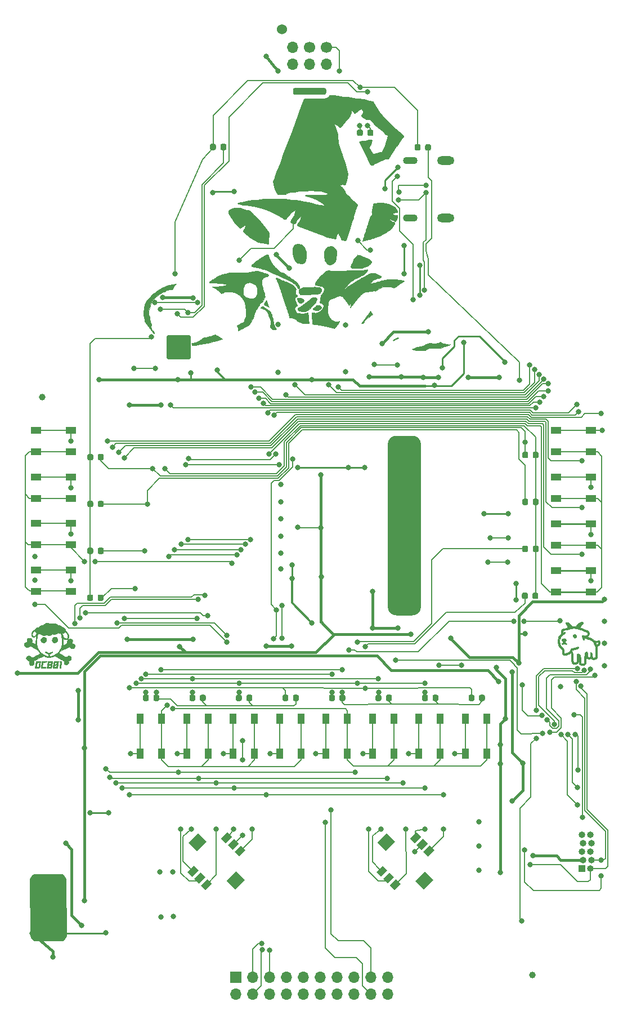
<source format=gtl>
G04 #@! TF.GenerationSoftware,KiCad,Pcbnew,(5.1.9)-1*
G04 #@! TF.CreationDate,2021-01-16T23:54:46-07:00*
G04 #@! TF.ProjectId,purplewizard,70757270-6c65-4776-997a-6172642e6b69,0.1*
G04 #@! TF.SameCoordinates,PX613b810PYa454c00*
G04 #@! TF.FileFunction,Copper,L1,Top*
G04 #@! TF.FilePolarity,Positive*
%FSLAX46Y46*%
G04 Gerber Fmt 4.6, Leading zero omitted, Abs format (unit mm)*
G04 Created by KiCad (PCBNEW (5.1.9)-1) date 2021-01-16 23:54:46*
%MOMM*%
%LPD*%
G01*
G04 APERTURE LIST*
G04 #@! TA.AperFunction,EtchedComponent*
%ADD10C,0.010000*%
G04 #@! TD*
G04 #@! TA.AperFunction,ComponentPad*
%ADD11C,1.700000*%
G04 #@! TD*
G04 #@! TA.AperFunction,ComponentPad*
%ADD12O,1.700000X1.700000*%
G04 #@! TD*
G04 #@! TA.AperFunction,WasherPad*
%ADD13C,1.524000*%
G04 #@! TD*
G04 #@! TA.AperFunction,SMDPad,CuDef*
%ADD14C,1.000000*%
G04 #@! TD*
G04 #@! TA.AperFunction,ComponentPad*
%ADD15C,0.500000*%
G04 #@! TD*
G04 #@! TA.AperFunction,SMDPad,CuDef*
%ADD16R,1.550000X1.000000*%
G04 #@! TD*
G04 #@! TA.AperFunction,SMDPad,CuDef*
%ADD17C,0.100000*%
G04 #@! TD*
G04 #@! TA.AperFunction,SMDPad,CuDef*
%ADD18R,1.000000X1.550000*%
G04 #@! TD*
G04 #@! TA.AperFunction,ComponentPad*
%ADD19R,1.000000X1.000000*%
G04 #@! TD*
G04 #@! TA.AperFunction,ComponentPad*
%ADD20O,1.000000X1.000000*%
G04 #@! TD*
G04 #@! TA.AperFunction,ComponentPad*
%ADD21O,2.600000X1.300000*%
G04 #@! TD*
G04 #@! TA.AperFunction,ComponentPad*
%ADD22O,2.200000X1.100000*%
G04 #@! TD*
G04 #@! TA.AperFunction,ComponentPad*
%ADD23R,1.700000X1.700000*%
G04 #@! TD*
G04 #@! TA.AperFunction,ViaPad*
%ADD24C,0.800000*%
G04 #@! TD*
G04 #@! TA.AperFunction,Conductor*
%ADD25C,0.254000*%
G04 #@! TD*
G04 #@! TA.AperFunction,Conductor*
%ADD26C,0.177800*%
G04 #@! TD*
G04 #@! TA.AperFunction,Conductor*
%ADD27C,0.381000*%
G04 #@! TD*
G04 #@! TA.AperFunction,Conductor*
%ADD28C,0.228600*%
G04 #@! TD*
G04 #@! TA.AperFunction,Conductor*
%ADD29C,0.203200*%
G04 #@! TD*
G04 #@! TA.AperFunction,Conductor*
%ADD30C,0.304800*%
G04 #@! TD*
G04 #@! TA.AperFunction,Conductor*
%ADD31C,0.250000*%
G04 #@! TD*
G04 #@! TA.AperFunction,Conductor*
%ADD32C,0.152400*%
G04 #@! TD*
G04 #@! TA.AperFunction,Conductor*
%ADD33C,0.100000*%
G04 #@! TD*
G04 APERTURE END LIST*
D10*
G36*
X85869905Y57754492D02*
G01*
X85918696Y57734386D01*
X85985578Y57681314D01*
X86028108Y57603946D01*
X86046721Y57512306D01*
X86041853Y57416415D01*
X86013939Y57326298D01*
X85963415Y57251976D01*
X85895724Y57205483D01*
X85818660Y57180301D01*
X85757219Y57181304D01*
X85693143Y57209299D01*
X85683877Y57214835D01*
X85607505Y57277595D01*
X85563555Y57357018D01*
X85547486Y57461961D01*
X85547200Y57481511D01*
X85550499Y57554924D01*
X85565501Y57606389D01*
X85599864Y57656097D01*
X85623746Y57683340D01*
X85698913Y57746235D01*
X85778757Y57769570D01*
X85869905Y57754492D01*
G37*
X85869905Y57754492D02*
X85918696Y57734386D01*
X85985578Y57681314D01*
X86028108Y57603946D01*
X86046721Y57512306D01*
X86041853Y57416415D01*
X86013939Y57326298D01*
X85963415Y57251976D01*
X85895724Y57205483D01*
X85818660Y57180301D01*
X85757219Y57181304D01*
X85693143Y57209299D01*
X85683877Y57214835D01*
X85607505Y57277595D01*
X85563555Y57357018D01*
X85547486Y57461961D01*
X85547200Y57481511D01*
X85550499Y57554924D01*
X85565501Y57606389D01*
X85599864Y57656097D01*
X85623746Y57683340D01*
X85698913Y57746235D01*
X85778757Y57769570D01*
X85869905Y57754492D01*
G36*
X84292894Y57085376D02*
G01*
X84397439Y57051296D01*
X84467739Y56995723D01*
X84502503Y56919660D01*
X84501152Y56827779D01*
X84474081Y56762990D01*
X84424867Y56703011D01*
X84365990Y56660112D01*
X84316503Y56646234D01*
X84286294Y56637283D01*
X84279796Y56602898D01*
X84281085Y56588787D01*
X84293403Y56551479D01*
X84326189Y56516383D01*
X84387537Y56475700D01*
X84414484Y56460248D01*
X84492270Y56414606D01*
X84539542Y56379318D01*
X84563766Y56346039D01*
X84572405Y56306421D01*
X84573209Y56282791D01*
X84558232Y56232371D01*
X84513462Y56210727D01*
X84440248Y56217964D01*
X84339942Y56254186D01*
X84320332Y56263215D01*
X84186679Y56326423D01*
X84119046Y56274837D01*
X84040946Y56227236D01*
X83972157Y56207721D01*
X83919970Y56217430D01*
X83898151Y56240420D01*
X83878575Y56293304D01*
X83883851Y56342703D01*
X83917351Y56397822D01*
X83980866Y56466317D01*
X84033634Y56521907D01*
X84071556Y56568754D01*
X84086681Y56597001D01*
X84086700Y56597529D01*
X84068968Y56622383D01*
X84025082Y56649853D01*
X84012482Y56655509D01*
X83925609Y56708019D01*
X83863752Y56778343D01*
X83834625Y56857019D01*
X83833368Y56875167D01*
X83847901Y56965264D01*
X83894400Y57031223D01*
X83974291Y57074024D01*
X84088995Y57094648D01*
X84155394Y57096959D01*
X84292894Y57085376D01*
G37*
X84292894Y57085376D02*
X84397439Y57051296D01*
X84467739Y56995723D01*
X84502503Y56919660D01*
X84501152Y56827779D01*
X84474081Y56762990D01*
X84424867Y56703011D01*
X84365990Y56660112D01*
X84316503Y56646234D01*
X84286294Y56637283D01*
X84279796Y56602898D01*
X84281085Y56588787D01*
X84293403Y56551479D01*
X84326189Y56516383D01*
X84387537Y56475700D01*
X84414484Y56460248D01*
X84492270Y56414606D01*
X84539542Y56379318D01*
X84563766Y56346039D01*
X84572405Y56306421D01*
X84573209Y56282791D01*
X84558232Y56232371D01*
X84513462Y56210727D01*
X84440248Y56217964D01*
X84339942Y56254186D01*
X84320332Y56263215D01*
X84186679Y56326423D01*
X84119046Y56274837D01*
X84040946Y56227236D01*
X83972157Y56207721D01*
X83919970Y56217430D01*
X83898151Y56240420D01*
X83878575Y56293304D01*
X83883851Y56342703D01*
X83917351Y56397822D01*
X83980866Y56466317D01*
X84033634Y56521907D01*
X84071556Y56568754D01*
X84086681Y56597001D01*
X84086700Y56597529D01*
X84068968Y56622383D01*
X84025082Y56649853D01*
X84012482Y56655509D01*
X83925609Y56708019D01*
X83863752Y56778343D01*
X83834625Y56857019D01*
X83833368Y56875167D01*
X83847901Y56965264D01*
X83894400Y57031223D01*
X83974291Y57074024D01*
X84088995Y57094648D01*
X84155394Y57096959D01*
X84292894Y57085376D01*
G36*
X7649279Y57305958D02*
G01*
X7761223Y57276384D01*
X7859836Y57217423D01*
X7936735Y57129148D01*
X7940598Y57122711D01*
X7993458Y56995468D01*
X8006801Y56866444D01*
X7981117Y56742102D01*
X7916891Y56628906D01*
X7902015Y56611053D01*
X7845648Y56557439D01*
X7785069Y56514987D01*
X7766002Y56505498D01*
X7662630Y56480538D01*
X7544406Y56479938D01*
X7430492Y56502859D01*
X7382261Y56522318D01*
X7301107Y56578331D01*
X7234931Y56651793D01*
X7234095Y56653048D01*
X7202815Y56707222D01*
X7185592Y56760877D01*
X7178558Y56830216D01*
X7177616Y56889650D01*
X7180127Y56976868D01*
X7190318Y57038306D01*
X7212179Y57090355D01*
X7235848Y57128903D01*
X7317288Y57217616D01*
X7418928Y57276647D01*
X7532386Y57306070D01*
X7649279Y57305958D01*
G37*
X7649279Y57305958D02*
X7761223Y57276384D01*
X7859836Y57217423D01*
X7936735Y57129148D01*
X7940598Y57122711D01*
X7993458Y56995468D01*
X8006801Y56866444D01*
X7981117Y56742102D01*
X7916891Y56628906D01*
X7902015Y56611053D01*
X7845648Y56557439D01*
X7785069Y56514987D01*
X7766002Y56505498D01*
X7662630Y56480538D01*
X7544406Y56479938D01*
X7430492Y56502859D01*
X7382261Y56522318D01*
X7301107Y56578331D01*
X7234931Y56651793D01*
X7234095Y56653048D01*
X7202815Y56707222D01*
X7185592Y56760877D01*
X7178558Y56830216D01*
X7177616Y56889650D01*
X7180127Y56976868D01*
X7190318Y57038306D01*
X7212179Y57090355D01*
X7235848Y57128903D01*
X7317288Y57217616D01*
X7418928Y57276647D01*
X7532386Y57306070D01*
X7649279Y57305958D01*
G36*
X6016804Y57291333D02*
G01*
X6126002Y57241665D01*
X6183866Y57195518D01*
X6249036Y57115124D01*
X6285779Y57023044D01*
X6297433Y56908866D01*
X6295399Y56847764D01*
X6270594Y56719186D01*
X6213243Y56616945D01*
X6121698Y56538438D01*
X6087150Y56519038D01*
X5998304Y56489721D01*
X5892726Y56478066D01*
X5788126Y56484386D01*
X5702219Y56508993D01*
X5695950Y56512147D01*
X5608762Y56568170D01*
X5547502Y56635399D01*
X5513780Y56693016D01*
X5484283Y56785364D01*
X5474304Y56895983D01*
X5484120Y57005434D01*
X5508210Y57082977D01*
X5576282Y57180767D01*
X5669775Y57251930D01*
X5780092Y57295033D01*
X5898634Y57308645D01*
X6016804Y57291333D01*
G37*
X6016804Y57291333D02*
X6126002Y57241665D01*
X6183866Y57195518D01*
X6249036Y57115124D01*
X6285779Y57023044D01*
X6297433Y56908866D01*
X6295399Y56847764D01*
X6270594Y56719186D01*
X6213243Y56616945D01*
X6121698Y56538438D01*
X6087150Y56519038D01*
X5998304Y56489721D01*
X5892726Y56478066D01*
X5788126Y56484386D01*
X5702219Y56508993D01*
X5695950Y56512147D01*
X5608762Y56568170D01*
X5547502Y56635399D01*
X5513780Y56693016D01*
X5484283Y56785364D01*
X5474304Y56895983D01*
X5484120Y57005434D01*
X5508210Y57082977D01*
X5576282Y57180767D01*
X5669775Y57251930D01*
X5780092Y57295033D01*
X5898634Y57308645D01*
X6016804Y57291333D01*
G36*
X56940986Y122551714D02*
G01*
X57321902Y122504632D01*
X57679164Y122426885D01*
X58010907Y122318981D01*
X58315266Y122181425D01*
X58590375Y122014727D01*
X58601978Y122006590D01*
X58774654Y121872345D01*
X58907757Y121739941D01*
X59003696Y121605754D01*
X59064876Y121466159D01*
X59093706Y121317531D01*
X59096617Y121261784D01*
X59099450Y121109317D01*
X58897504Y121109317D01*
X58799928Y121108232D01*
X58729318Y121102709D01*
X58670323Y121089348D01*
X58607587Y121064751D01*
X58531196Y121028201D01*
X58458239Y120989117D01*
X58403929Y120954091D01*
X58376512Y120928707D01*
X58374965Y120922368D01*
X58400161Y120896562D01*
X58455851Y120862708D01*
X58532146Y120825472D01*
X58619163Y120789519D01*
X58707015Y120759518D01*
X58738992Y120750536D01*
X58833116Y120731717D01*
X58934526Y120719852D01*
X58985011Y120717734D01*
X59054390Y120715833D01*
X59092764Y120707441D01*
X59111390Y120688523D01*
X59117858Y120670109D01*
X59129962Y120582584D01*
X59121962Y120477502D01*
X59093098Y120345913D01*
X59089047Y120330996D01*
X59062082Y120232597D01*
X59033929Y120129059D01*
X59013463Y120053146D01*
X58969081Y119934358D01*
X58910333Y119855308D01*
X58837443Y119816092D01*
X58750636Y119816809D01*
X58650137Y119857555D01*
X58613634Y119880048D01*
X58513352Y119938526D01*
X58392628Y119996365D01*
X58260668Y120050396D01*
X58126680Y120097451D01*
X57999872Y120134361D01*
X57889451Y120157958D01*
X57804625Y120165074D01*
X57788680Y120163929D01*
X57770267Y120159172D01*
X57767241Y120148656D01*
X57783289Y120129160D01*
X57822099Y120097460D01*
X57887359Y120050333D01*
X57982757Y119984556D01*
X58033101Y119950320D01*
X58155287Y119870346D01*
X58277310Y119795694D01*
X58389081Y119732241D01*
X58480515Y119685863D01*
X58506783Y119674366D01*
X58676116Y119604910D01*
X58682563Y119505258D01*
X58680812Y119428487D01*
X58659528Y119369109D01*
X58638123Y119336712D01*
X58605401Y119288685D01*
X58558928Y119215747D01*
X58506102Y119129655D01*
X58474873Y119077317D01*
X58393345Y118944218D01*
X58320113Y118838989D01*
X58245782Y118751040D01*
X58160958Y118669782D01*
X58056247Y118584625D01*
X58000236Y118542285D01*
X57848045Y118431839D01*
X57685362Y118318924D01*
X57516609Y118206184D01*
X57346204Y118096264D01*
X57178569Y117991807D01*
X57018123Y117895459D01*
X56869286Y117809863D01*
X56736479Y117737665D01*
X56624122Y117681508D01*
X56536634Y117644037D01*
X56478437Y117627897D01*
X56471115Y117627460D01*
X56398391Y117610121D01*
X56341060Y117574484D01*
X56285488Y117539341D01*
X56230937Y117521965D01*
X56223803Y117521567D01*
X56173625Y117513832D01*
X56103746Y117493996D01*
X56057525Y117477312D01*
X55935699Y117431036D01*
X55791209Y117379243D01*
X55630902Y117324103D01*
X55461622Y117267788D01*
X55290217Y117212471D01*
X55123531Y117160322D01*
X54968410Y117113514D01*
X54831701Y117074217D01*
X54720250Y117044604D01*
X54640902Y117026847D01*
X54633283Y117025519D01*
X54524074Y117004853D01*
X54392564Y116976105D01*
X54256981Y116943426D01*
X54158186Y116917339D01*
X54058368Y116889922D01*
X53973666Y116867192D01*
X53912212Y116851292D01*
X53882140Y116844366D01*
X53880822Y116844234D01*
X53882544Y116863153D01*
X53896123Y116915535D01*
X53919633Y116994813D01*
X53951151Y117094423D01*
X53978578Y117177609D01*
X54031212Y117335326D01*
X54089331Y117510563D01*
X54151564Y117699095D01*
X54216537Y117896696D01*
X54282878Y118099139D01*
X54349215Y118302198D01*
X54414173Y118501647D01*
X54476381Y118693259D01*
X54534465Y118872810D01*
X54587053Y119036072D01*
X54632772Y119178820D01*
X54670249Y119296827D01*
X54698111Y119385867D01*
X54714986Y119441714D01*
X54719434Y119458317D01*
X54746581Y119566978D01*
X54787797Y119699560D01*
X54838617Y119841924D01*
X54849721Y119870792D01*
X54880588Y119960776D01*
X54912225Y120070367D01*
X54938302Y120177439D01*
X54940596Y120188292D01*
X54985303Y120353200D01*
X55044363Y120491118D01*
X55115028Y120596465D01*
X55165288Y120644380D01*
X55219737Y120695033D01*
X55262783Y120750363D01*
X55268305Y120760110D01*
X55288702Y120828510D01*
X55297289Y120921096D01*
X55293990Y121021378D01*
X55278726Y121112866D01*
X55270104Y121140982D01*
X55256391Y121190808D01*
X55257160Y121238101D01*
X55273667Y121300279D01*
X55283708Y121329672D01*
X55309618Y121417970D01*
X55329630Y121511909D01*
X55335301Y121552007D01*
X55349978Y121638245D01*
X55374164Y121732835D01*
X55386808Y121771570D01*
X55410325Y121854444D01*
X55424811Y121939086D01*
X55427033Y121975283D01*
X55434787Y122057209D01*
X55453926Y122142222D01*
X55458783Y122157067D01*
X55479156Y122238164D01*
X55489993Y122326814D01*
X55490533Y122346624D01*
X55490533Y122446191D01*
X55654575Y122480982D01*
X55814942Y122513186D01*
X55955512Y122536594D01*
X56089187Y122552470D01*
X56228873Y122562080D01*
X56387472Y122566689D01*
X56538283Y122567625D01*
X56940986Y122551714D01*
G37*
X56940986Y122551714D02*
X57321902Y122504632D01*
X57679164Y122426885D01*
X58010907Y122318981D01*
X58315266Y122181425D01*
X58590375Y122014727D01*
X58601978Y122006590D01*
X58774654Y121872345D01*
X58907757Y121739941D01*
X59003696Y121605754D01*
X59064876Y121466159D01*
X59093706Y121317531D01*
X59096617Y121261784D01*
X59099450Y121109317D01*
X58897504Y121109317D01*
X58799928Y121108232D01*
X58729318Y121102709D01*
X58670323Y121089348D01*
X58607587Y121064751D01*
X58531196Y121028201D01*
X58458239Y120989117D01*
X58403929Y120954091D01*
X58376512Y120928707D01*
X58374965Y120922368D01*
X58400161Y120896562D01*
X58455851Y120862708D01*
X58532146Y120825472D01*
X58619163Y120789519D01*
X58707015Y120759518D01*
X58738992Y120750536D01*
X58833116Y120731717D01*
X58934526Y120719852D01*
X58985011Y120717734D01*
X59054390Y120715833D01*
X59092764Y120707441D01*
X59111390Y120688523D01*
X59117858Y120670109D01*
X59129962Y120582584D01*
X59121962Y120477502D01*
X59093098Y120345913D01*
X59089047Y120330996D01*
X59062082Y120232597D01*
X59033929Y120129059D01*
X59013463Y120053146D01*
X58969081Y119934358D01*
X58910333Y119855308D01*
X58837443Y119816092D01*
X58750636Y119816809D01*
X58650137Y119857555D01*
X58613634Y119880048D01*
X58513352Y119938526D01*
X58392628Y119996365D01*
X58260668Y120050396D01*
X58126680Y120097451D01*
X57999872Y120134361D01*
X57889451Y120157958D01*
X57804625Y120165074D01*
X57788680Y120163929D01*
X57770267Y120159172D01*
X57767241Y120148656D01*
X57783289Y120129160D01*
X57822099Y120097460D01*
X57887359Y120050333D01*
X57982757Y119984556D01*
X58033101Y119950320D01*
X58155287Y119870346D01*
X58277310Y119795694D01*
X58389081Y119732241D01*
X58480515Y119685863D01*
X58506783Y119674366D01*
X58676116Y119604910D01*
X58682563Y119505258D01*
X58680812Y119428487D01*
X58659528Y119369109D01*
X58638123Y119336712D01*
X58605401Y119288685D01*
X58558928Y119215747D01*
X58506102Y119129655D01*
X58474873Y119077317D01*
X58393345Y118944218D01*
X58320113Y118838989D01*
X58245782Y118751040D01*
X58160958Y118669782D01*
X58056247Y118584625D01*
X58000236Y118542285D01*
X57848045Y118431839D01*
X57685362Y118318924D01*
X57516609Y118206184D01*
X57346204Y118096264D01*
X57178569Y117991807D01*
X57018123Y117895459D01*
X56869286Y117809863D01*
X56736479Y117737665D01*
X56624122Y117681508D01*
X56536634Y117644037D01*
X56478437Y117627897D01*
X56471115Y117627460D01*
X56398391Y117610121D01*
X56341060Y117574484D01*
X56285488Y117539341D01*
X56230937Y117521965D01*
X56223803Y117521567D01*
X56173625Y117513832D01*
X56103746Y117493996D01*
X56057525Y117477312D01*
X55935699Y117431036D01*
X55791209Y117379243D01*
X55630902Y117324103D01*
X55461622Y117267788D01*
X55290217Y117212471D01*
X55123531Y117160322D01*
X54968410Y117113514D01*
X54831701Y117074217D01*
X54720250Y117044604D01*
X54640902Y117026847D01*
X54633283Y117025519D01*
X54524074Y117004853D01*
X54392564Y116976105D01*
X54256981Y116943426D01*
X54158186Y116917339D01*
X54058368Y116889922D01*
X53973666Y116867192D01*
X53912212Y116851292D01*
X53882140Y116844366D01*
X53880822Y116844234D01*
X53882544Y116863153D01*
X53896123Y116915535D01*
X53919633Y116994813D01*
X53951151Y117094423D01*
X53978578Y117177609D01*
X54031212Y117335326D01*
X54089331Y117510563D01*
X54151564Y117699095D01*
X54216537Y117896696D01*
X54282878Y118099139D01*
X54349215Y118302198D01*
X54414173Y118501647D01*
X54476381Y118693259D01*
X54534465Y118872810D01*
X54587053Y119036072D01*
X54632772Y119178820D01*
X54670249Y119296827D01*
X54698111Y119385867D01*
X54714986Y119441714D01*
X54719434Y119458317D01*
X54746581Y119566978D01*
X54787797Y119699560D01*
X54838617Y119841924D01*
X54849721Y119870792D01*
X54880588Y119960776D01*
X54912225Y120070367D01*
X54938302Y120177439D01*
X54940596Y120188292D01*
X54985303Y120353200D01*
X55044363Y120491118D01*
X55115028Y120596465D01*
X55165288Y120644380D01*
X55219737Y120695033D01*
X55262783Y120750363D01*
X55268305Y120760110D01*
X55288702Y120828510D01*
X55297289Y120921096D01*
X55293990Y121021378D01*
X55278726Y121112866D01*
X55270104Y121140982D01*
X55256391Y121190808D01*
X55257160Y121238101D01*
X55273667Y121300279D01*
X55283708Y121329672D01*
X55309618Y121417970D01*
X55329630Y121511909D01*
X55335301Y121552007D01*
X55349978Y121638245D01*
X55374164Y121732835D01*
X55386808Y121771570D01*
X55410325Y121854444D01*
X55424811Y121939086D01*
X55427033Y121975283D01*
X55434787Y122057209D01*
X55453926Y122142222D01*
X55458783Y122157067D01*
X55479156Y122238164D01*
X55489993Y122326814D01*
X55490533Y122346624D01*
X55490533Y122446191D01*
X55654575Y122480982D01*
X55814942Y122513186D01*
X55955512Y122536594D01*
X56089187Y122552470D01*
X56228873Y122562080D01*
X56387472Y122566689D01*
X56538283Y122567625D01*
X56940986Y122551714D01*
G36*
X34892394Y121853367D02*
G01*
X34973945Y121849601D01*
X35250948Y121827873D01*
X35493825Y121794314D01*
X35709511Y121747407D01*
X35904937Y121685635D01*
X36087036Y121607481D01*
X36092459Y121604822D01*
X36177213Y121565547D01*
X36253267Y121537481D01*
X36334632Y121516783D01*
X36435319Y121499612D01*
X36515792Y121488773D01*
X36663109Y121469080D01*
X36776524Y121449517D01*
X36864228Y121425709D01*
X36934412Y121393283D01*
X36995266Y121347866D01*
X37054982Y121285084D01*
X37121750Y121200563D01*
X37165427Y121141898D01*
X37206675Y121094536D01*
X37272973Y121028104D01*
X37356425Y120950114D01*
X37449134Y120868079D01*
X37488033Y120834982D01*
X37896781Y120466206D01*
X38291180Y120059264D01*
X38668962Y119616561D01*
X38827382Y119413638D01*
X38911617Y119305184D01*
X39003550Y119190713D01*
X39092629Y119083146D01*
X39168303Y118995405D01*
X39175077Y118987829D01*
X39258325Y118886892D01*
X39350535Y118761324D01*
X39442140Y118624555D01*
X39496248Y118536983D01*
X39562331Y118429537D01*
X39629933Y118325719D01*
X39692275Y118235552D01*
X39742580Y118169057D01*
X39754680Y118154807D01*
X39848366Y118049321D01*
X39848366Y117858860D01*
X39841843Y117712868D01*
X39821010Y117593119D01*
X39806318Y117543581D01*
X39786195Y117462622D01*
X39767268Y117345844D01*
X39750179Y117199755D01*
X39735570Y117030868D01*
X39724080Y116845691D01*
X39716352Y116650735D01*
X39715580Y116621984D01*
X39710783Y116431484D01*
X39604950Y116428176D01*
X39522833Y116432407D01*
X39442774Y116446967D01*
X39419094Y116454301D01*
X39373027Y116466295D01*
X39293111Y116481927D01*
X39187529Y116499808D01*
X39064466Y116518554D01*
X38932260Y116536757D01*
X38717765Y116567692D01*
X38533632Y116602018D01*
X38367892Y116643387D01*
X38208575Y116695452D01*
X38043711Y116761865D01*
X37861331Y116846277D01*
X37769553Y116891509D01*
X37628630Y116965395D01*
X37476393Y117051204D01*
X37319273Y117144768D01*
X37163703Y117241921D01*
X37016114Y117338495D01*
X36882938Y117430323D01*
X36770607Y117513238D01*
X36685553Y117583073D01*
X36650974Y117616237D01*
X36579200Y117685750D01*
X36497344Y117756200D01*
X36451116Y117791841D01*
X36294607Y117908696D01*
X36171427Y118010130D01*
X36077461Y118100480D01*
X36008599Y118184081D01*
X35960728Y118265270D01*
X35932566Y118338611D01*
X35919603Y118388438D01*
X35920171Y118425212D01*
X35938357Y118463777D01*
X35978248Y118518977D01*
X35984466Y118527134D01*
X36038947Y118604869D01*
X36091529Y118689979D01*
X36114328Y118731774D01*
X36147430Y118804540D01*
X36183870Y118896409D01*
X36220037Y118996701D01*
X36252320Y119094738D01*
X36277109Y119179840D01*
X36290793Y119241330D01*
X36292366Y119258345D01*
X36289173Y119291253D01*
X36272440Y119287581D01*
X36255325Y119273079D01*
X36219075Y119248342D01*
X36156603Y119212742D01*
X36080122Y119173161D01*
X36063793Y119165166D01*
X35968219Y119112425D01*
X35868300Y119047188D01*
X35788626Y118985992D01*
X35678803Y118896311D01*
X35589798Y118836241D01*
X35515822Y118802461D01*
X35451092Y118791651D01*
X35449948Y118791646D01*
X35422943Y118794576D01*
X35393659Y118805984D01*
X35357383Y118829702D01*
X35309402Y118869562D01*
X35245003Y118929398D01*
X35159472Y119013042D01*
X35079133Y119093192D01*
X34931783Y119245050D01*
X34806379Y119384669D01*
X34691358Y119525686D01*
X34575162Y119681738D01*
X34548613Y119718989D01*
X34414087Y119911963D01*
X34283449Y120105027D01*
X34160463Y120292286D01*
X34048893Y120467846D01*
X33952501Y120625812D01*
X33875050Y120760289D01*
X33831838Y120841821D01*
X33789605Y120929083D01*
X33762796Y120996965D01*
X33747318Y121061597D01*
X33739082Y121139108D01*
X33734835Y121224306D01*
X33726582Y121429787D01*
X33998766Y121590284D01*
X34113106Y121656458D01*
X34203553Y121704751D01*
X34281840Y121740142D01*
X34359703Y121767611D01*
X34448877Y121792137D01*
X34508279Y121806477D01*
X34623248Y121831949D01*
X34714374Y121847216D01*
X34798481Y121853836D01*
X34892394Y121853367D01*
G37*
X34892394Y121853367D02*
X34973945Y121849601D01*
X35250948Y121827873D01*
X35493825Y121794314D01*
X35709511Y121747407D01*
X35904937Y121685635D01*
X36087036Y121607481D01*
X36092459Y121604822D01*
X36177213Y121565547D01*
X36253267Y121537481D01*
X36334632Y121516783D01*
X36435319Y121499612D01*
X36515792Y121488773D01*
X36663109Y121469080D01*
X36776524Y121449517D01*
X36864228Y121425709D01*
X36934412Y121393283D01*
X36995266Y121347866D01*
X37054982Y121285084D01*
X37121750Y121200563D01*
X37165427Y121141898D01*
X37206675Y121094536D01*
X37272973Y121028104D01*
X37356425Y120950114D01*
X37449134Y120868079D01*
X37488033Y120834982D01*
X37896781Y120466206D01*
X38291180Y120059264D01*
X38668962Y119616561D01*
X38827382Y119413638D01*
X38911617Y119305184D01*
X39003550Y119190713D01*
X39092629Y119083146D01*
X39168303Y118995405D01*
X39175077Y118987829D01*
X39258325Y118886892D01*
X39350535Y118761324D01*
X39442140Y118624555D01*
X39496248Y118536983D01*
X39562331Y118429537D01*
X39629933Y118325719D01*
X39692275Y118235552D01*
X39742580Y118169057D01*
X39754680Y118154807D01*
X39848366Y118049321D01*
X39848366Y117858860D01*
X39841843Y117712868D01*
X39821010Y117593119D01*
X39806318Y117543581D01*
X39786195Y117462622D01*
X39767268Y117345844D01*
X39750179Y117199755D01*
X39735570Y117030868D01*
X39724080Y116845691D01*
X39716352Y116650735D01*
X39715580Y116621984D01*
X39710783Y116431484D01*
X39604950Y116428176D01*
X39522833Y116432407D01*
X39442774Y116446967D01*
X39419094Y116454301D01*
X39373027Y116466295D01*
X39293111Y116481927D01*
X39187529Y116499808D01*
X39064466Y116518554D01*
X38932260Y116536757D01*
X38717765Y116567692D01*
X38533632Y116602018D01*
X38367892Y116643387D01*
X38208575Y116695452D01*
X38043711Y116761865D01*
X37861331Y116846277D01*
X37769553Y116891509D01*
X37628630Y116965395D01*
X37476393Y117051204D01*
X37319273Y117144768D01*
X37163703Y117241921D01*
X37016114Y117338495D01*
X36882938Y117430323D01*
X36770607Y117513238D01*
X36685553Y117583073D01*
X36650974Y117616237D01*
X36579200Y117685750D01*
X36497344Y117756200D01*
X36451116Y117791841D01*
X36294607Y117908696D01*
X36171427Y118010130D01*
X36077461Y118100480D01*
X36008599Y118184081D01*
X35960728Y118265270D01*
X35932566Y118338611D01*
X35919603Y118388438D01*
X35920171Y118425212D01*
X35938357Y118463777D01*
X35978248Y118518977D01*
X35984466Y118527134D01*
X36038947Y118604869D01*
X36091529Y118689979D01*
X36114328Y118731774D01*
X36147430Y118804540D01*
X36183870Y118896409D01*
X36220037Y118996701D01*
X36252320Y119094738D01*
X36277109Y119179840D01*
X36290793Y119241330D01*
X36292366Y119258345D01*
X36289173Y119291253D01*
X36272440Y119287581D01*
X36255325Y119273079D01*
X36219075Y119248342D01*
X36156603Y119212742D01*
X36080122Y119173161D01*
X36063793Y119165166D01*
X35968219Y119112425D01*
X35868300Y119047188D01*
X35788626Y118985992D01*
X35678803Y118896311D01*
X35589798Y118836241D01*
X35515822Y118802461D01*
X35451092Y118791651D01*
X35449948Y118791646D01*
X35422943Y118794576D01*
X35393659Y118805984D01*
X35357383Y118829702D01*
X35309402Y118869562D01*
X35245003Y118929398D01*
X35159472Y119013042D01*
X35079133Y119093192D01*
X34931783Y119245050D01*
X34806379Y119384669D01*
X34691358Y119525686D01*
X34575162Y119681738D01*
X34548613Y119718989D01*
X34414087Y119911963D01*
X34283449Y120105027D01*
X34160463Y120292286D01*
X34048893Y120467846D01*
X33952501Y120625812D01*
X33875050Y120760289D01*
X33831838Y120841821D01*
X33789605Y120929083D01*
X33762796Y120996965D01*
X33747318Y121061597D01*
X33739082Y121139108D01*
X33734835Y121224306D01*
X33726582Y121429787D01*
X33998766Y121590284D01*
X34113106Y121656458D01*
X34203553Y121704751D01*
X34281840Y121740142D01*
X34359703Y121767611D01*
X34448877Y121792137D01*
X34508279Y121806477D01*
X34623248Y121831949D01*
X34714374Y121847216D01*
X34798481Y121853836D01*
X34892394Y121853367D01*
G36*
X44322783Y116370371D02*
G01*
X44487847Y116344417D01*
X44644058Y116303820D01*
X44779899Y116249961D01*
X44804835Y116237053D01*
X44939416Y116140819D01*
X45060673Y116008001D01*
X45166919Y115842714D01*
X45256468Y115649075D01*
X45327633Y115431202D01*
X45378730Y115193211D01*
X45408071Y114939219D01*
X45414780Y114747855D01*
X45410238Y114587885D01*
X45397088Y114414780D01*
X45376890Y114240969D01*
X45351203Y114078882D01*
X45321585Y113940949D01*
X45307070Y113889031D01*
X45246133Y113746051D01*
X45160879Y113636701D01*
X45048749Y113558296D01*
X44956586Y113521516D01*
X44787662Y113483447D01*
X44609343Y113467753D01*
X44438888Y113475359D01*
X44356866Y113489328D01*
X44152588Y113554651D01*
X43973632Y113651945D01*
X43822395Y113779438D01*
X43701270Y113935359D01*
X43663318Y114002310D01*
X43529103Y114308678D01*
X43431340Y114636479D01*
X43370068Y114985549D01*
X43346941Y115291700D01*
X43343062Y115424684D01*
X43342064Y115524600D01*
X43344566Y115600651D01*
X43351185Y115662042D01*
X43362538Y115717977D01*
X43379244Y115777660D01*
X43379643Y115778972D01*
X43446231Y115939242D01*
X43541220Y116084716D01*
X43657988Y116208026D01*
X43789913Y116301802D01*
X43889678Y116346594D01*
X44012180Y116372839D01*
X44160388Y116380305D01*
X44322783Y116370371D01*
G37*
X44322783Y116370371D02*
X44487847Y116344417D01*
X44644058Y116303820D01*
X44779899Y116249961D01*
X44804835Y116237053D01*
X44939416Y116140819D01*
X45060673Y116008001D01*
X45166919Y115842714D01*
X45256468Y115649075D01*
X45327633Y115431202D01*
X45378730Y115193211D01*
X45408071Y114939219D01*
X45414780Y114747855D01*
X45410238Y114587885D01*
X45397088Y114414780D01*
X45376890Y114240969D01*
X45351203Y114078882D01*
X45321585Y113940949D01*
X45307070Y113889031D01*
X45246133Y113746051D01*
X45160879Y113636701D01*
X45048749Y113558296D01*
X44956586Y113521516D01*
X44787662Y113483447D01*
X44609343Y113467753D01*
X44438888Y113475359D01*
X44356866Y113489328D01*
X44152588Y113554651D01*
X43973632Y113651945D01*
X43822395Y113779438D01*
X43701270Y113935359D01*
X43663318Y114002310D01*
X43529103Y114308678D01*
X43431340Y114636479D01*
X43370068Y114985549D01*
X43346941Y115291700D01*
X43343062Y115424684D01*
X43342064Y115524600D01*
X43344566Y115600651D01*
X43351185Y115662042D01*
X43362538Y115717977D01*
X43379244Y115777660D01*
X43379643Y115778972D01*
X43446231Y115939242D01*
X43541220Y116084716D01*
X43657988Y116208026D01*
X43789913Y116301802D01*
X43889678Y116346594D01*
X44012180Y116372839D01*
X44160388Y116380305D01*
X44322783Y116370371D01*
G36*
X49185335Y116028487D02*
G01*
X49263178Y116024761D01*
X49321531Y116016287D01*
X49371811Y116001213D01*
X49425433Y115977686D01*
X49440797Y115970218D01*
X49546733Y115903087D01*
X49664148Y115799526D01*
X49715964Y115746310D01*
X49804639Y115647416D01*
X49875320Y115555602D01*
X49929002Y115465195D01*
X49966679Y115370520D01*
X49989347Y115265902D01*
X49997999Y115145666D01*
X49993632Y115004138D01*
X49977238Y114835644D01*
X49949814Y114634508D01*
X49931645Y114515900D01*
X49894529Y114296350D01*
X49857093Y114113694D01*
X49817277Y113962530D01*
X49773016Y113837456D01*
X49722249Y113733069D01*
X49662912Y113643967D01*
X49592943Y113564747D01*
X49554564Y113528273D01*
X49403473Y113411326D01*
X49249621Y113329886D01*
X49097133Y113285348D01*
X48950135Y113279103D01*
X48863871Y113294987D01*
X48712165Y113358494D01*
X48569289Y113458782D01*
X48439485Y113590548D01*
X48326996Y113748490D01*
X48236063Y113927306D01*
X48170929Y114121691D01*
X48158091Y114177234D01*
X48124429Y114367003D01*
X48100201Y114563786D01*
X48085894Y114757899D01*
X48081999Y114939657D01*
X48089003Y115099376D01*
X48105519Y115218650D01*
X48162706Y115396398D01*
X48255785Y115567289D01*
X48378335Y115723158D01*
X48523934Y115855839D01*
X48686163Y115957164D01*
X48686246Y115957205D01*
X48751824Y115988442D01*
X48805042Y116009050D01*
X48857833Y116021236D01*
X48922128Y116027202D01*
X49009862Y116029155D01*
X49076588Y116029317D01*
X49185335Y116028487D01*
G37*
X49185335Y116028487D02*
X49263178Y116024761D01*
X49321531Y116016287D01*
X49371811Y116001213D01*
X49425433Y115977686D01*
X49440797Y115970218D01*
X49546733Y115903087D01*
X49664148Y115799526D01*
X49715964Y115746310D01*
X49804639Y115647416D01*
X49875320Y115555602D01*
X49929002Y115465195D01*
X49966679Y115370520D01*
X49989347Y115265902D01*
X49997999Y115145666D01*
X49993632Y115004138D01*
X49977238Y114835644D01*
X49949814Y114634508D01*
X49931645Y114515900D01*
X49894529Y114296350D01*
X49857093Y114113694D01*
X49817277Y113962530D01*
X49773016Y113837456D01*
X49722249Y113733069D01*
X49662912Y113643967D01*
X49592943Y113564747D01*
X49554564Y113528273D01*
X49403473Y113411326D01*
X49249621Y113329886D01*
X49097133Y113285348D01*
X48950135Y113279103D01*
X48863871Y113294987D01*
X48712165Y113358494D01*
X48569289Y113458782D01*
X48439485Y113590548D01*
X48326996Y113748490D01*
X48236063Y113927306D01*
X48170929Y114121691D01*
X48158091Y114177234D01*
X48124429Y114367003D01*
X48100201Y114563786D01*
X48085894Y114757899D01*
X48081999Y114939657D01*
X48089003Y115099376D01*
X48105519Y115218650D01*
X48162706Y115396398D01*
X48255785Y115567289D01*
X48378335Y115723158D01*
X48523934Y115855839D01*
X48686163Y115957164D01*
X48686246Y115957205D01*
X48751824Y115988442D01*
X48805042Y116009050D01*
X48857833Y116021236D01*
X48922128Y116027202D01*
X49009862Y116029155D01*
X49076588Y116029317D01*
X49185335Y116028487D01*
G36*
X53138453Y114758484D02*
G01*
X53172572Y114749518D01*
X53238352Y114735983D01*
X53325630Y114719869D01*
X53404218Y114706439D01*
X53492329Y114690885D01*
X53566606Y114674339D01*
X53636458Y114653388D01*
X53711296Y114624621D01*
X53800529Y114584625D01*
X53913568Y114529988D01*
X53975718Y114499215D01*
X54098026Y114439922D01*
X54219319Y114383793D01*
X54329690Y114335224D01*
X54419232Y114298612D01*
X54463950Y114282537D01*
X54561154Y114249340D01*
X54647993Y114214384D01*
X54736348Y114172044D01*
X54838103Y114116697D01*
X54943044Y114055792D01*
X55066252Y113969873D01*
X55148161Y113880243D01*
X55189804Y113783728D01*
X55192213Y113677159D01*
X55156418Y113557363D01*
X55125828Y113493964D01*
X55084616Y113424011D01*
X55040314Y113369564D01*
X54981380Y113318819D01*
X54898286Y113261296D01*
X54691391Y113137656D01*
X54463857Y113022703D01*
X54227595Y112921434D01*
X53994518Y112838848D01*
X53776538Y112779941D01*
X53726324Y112769601D01*
X53628229Y112755808D01*
X53508255Y112746380D01*
X53378114Y112741457D01*
X53249516Y112741179D01*
X53134172Y112745685D01*
X53043795Y112755116D01*
X53014033Y112761094D01*
X52966041Y112767971D01*
X52885811Y112773747D01*
X52783433Y112777917D01*
X52668997Y112779974D01*
X52635265Y112780102D01*
X52518509Y112781658D01*
X52410206Y112785822D01*
X52320692Y112792008D01*
X52260303Y112799630D01*
X52250108Y112801919D01*
X52162119Y112846208D01*
X52099336Y112921472D01*
X52070585Y113003204D01*
X52067156Y113044371D01*
X52076816Y113084912D01*
X52104069Y113135880D01*
X52153415Y113208324D01*
X52155140Y113210744D01*
X52212077Y113298033D01*
X52273453Y113403879D01*
X52327468Y113507744D01*
X52335374Y113524379D01*
X52373564Y113613205D01*
X52413463Y113717722D01*
X52451827Y113827953D01*
X52485415Y113933918D01*
X52510982Y114025640D01*
X52525285Y114093141D01*
X52527200Y114114546D01*
X52543831Y114143951D01*
X52586832Y114184304D01*
X52630835Y114216091D01*
X52729130Y114291918D01*
X52833968Y114392783D01*
X52933317Y114505686D01*
X53015143Y114617625D01*
X53039191Y114657298D01*
X53080293Y114723437D01*
X53111222Y114755530D01*
X53137245Y114758946D01*
X53138453Y114758484D01*
G37*
X53138453Y114758484D02*
X53172572Y114749518D01*
X53238352Y114735983D01*
X53325630Y114719869D01*
X53404218Y114706439D01*
X53492329Y114690885D01*
X53566606Y114674339D01*
X53636458Y114653388D01*
X53711296Y114624621D01*
X53800529Y114584625D01*
X53913568Y114529988D01*
X53975718Y114499215D01*
X54098026Y114439922D01*
X54219319Y114383793D01*
X54329690Y114335224D01*
X54419232Y114298612D01*
X54463950Y114282537D01*
X54561154Y114249340D01*
X54647993Y114214384D01*
X54736348Y114172044D01*
X54838103Y114116697D01*
X54943044Y114055792D01*
X55066252Y113969873D01*
X55148161Y113880243D01*
X55189804Y113783728D01*
X55192213Y113677159D01*
X55156418Y113557363D01*
X55125828Y113493964D01*
X55084616Y113424011D01*
X55040314Y113369564D01*
X54981380Y113318819D01*
X54898286Y113261296D01*
X54691391Y113137656D01*
X54463857Y113022703D01*
X54227595Y112921434D01*
X53994518Y112838848D01*
X53776538Y112779941D01*
X53726324Y112769601D01*
X53628229Y112755808D01*
X53508255Y112746380D01*
X53378114Y112741457D01*
X53249516Y112741179D01*
X53134172Y112745685D01*
X53043795Y112755116D01*
X53014033Y112761094D01*
X52966041Y112767971D01*
X52885811Y112773747D01*
X52783433Y112777917D01*
X52668997Y112779974D01*
X52635265Y112780102D01*
X52518509Y112781658D01*
X52410206Y112785822D01*
X52320692Y112792008D01*
X52260303Y112799630D01*
X52250108Y112801919D01*
X52162119Y112846208D01*
X52099336Y112921472D01*
X52070585Y113003204D01*
X52067156Y113044371D01*
X52076816Y113084912D01*
X52104069Y113135880D01*
X52153415Y113208324D01*
X52155140Y113210744D01*
X52212077Y113298033D01*
X52273453Y113403879D01*
X52327468Y113507744D01*
X52335374Y113524379D01*
X52373564Y113613205D01*
X52413463Y113717722D01*
X52451827Y113827953D01*
X52485415Y113933918D01*
X52510982Y114025640D01*
X52525285Y114093141D01*
X52527200Y114114546D01*
X52543831Y114143951D01*
X52586832Y114184304D01*
X52630835Y114216091D01*
X52729130Y114291918D01*
X52833968Y114392783D01*
X52933317Y114505686D01*
X53015143Y114617625D01*
X53039191Y114657298D01*
X53080293Y114723437D01*
X53111222Y114755530D01*
X53137245Y114758946D01*
X53138453Y114758484D01*
G36*
X39658178Y114804759D02*
G01*
X39673626Y114751338D01*
X39695435Y114673237D01*
X39721239Y114578822D01*
X39800493Y114338459D01*
X39910524Y114083345D01*
X40046688Y113821908D01*
X40204338Y113562577D01*
X40378829Y113313782D01*
X40508304Y113150650D01*
X40584096Y113063952D01*
X40679778Y112960128D01*
X40784270Y112850921D01*
X40886493Y112748067D01*
X40908972Y112726104D01*
X41135403Y112517175D01*
X41345380Y112346080D01*
X41539938Y112212097D01*
X41720112Y112114509D01*
X41869552Y112057578D01*
X41995341Y112016152D01*
X42095086Y111971534D01*
X42184197Y111914878D01*
X42278084Y111837337D01*
X42319704Y111799169D01*
X42386481Y111738102D01*
X42448471Y111685346D01*
X42512387Y111636359D01*
X42584937Y111586600D01*
X42672834Y111531529D01*
X42782788Y111466604D01*
X42921509Y111387284D01*
X42963571Y111363486D01*
X43101443Y111281955D01*
X43235847Y111195889D01*
X43355231Y111112977D01*
X43447716Y111041186D01*
X43534493Y110971790D01*
X43624820Y110906167D01*
X43705057Y110853960D01*
X43740423Y110834218D01*
X43857512Y110763875D01*
X43940406Y110689386D01*
X43985546Y110614142D01*
X43990478Y110595798D01*
X44010750Y110550089D01*
X44036720Y110536235D01*
X44064638Y110518498D01*
X44106593Y110470949D01*
X44157465Y110401525D01*
X44212133Y110318166D01*
X44265478Y110228808D01*
X44312377Y110141390D01*
X44347710Y110063850D01*
X44356272Y110040879D01*
X44388956Y109924365D01*
X44397966Y109835404D01*
X44383246Y109776834D01*
X44362158Y109757019D01*
X44318081Y109742324D01*
X44254092Y109729245D01*
X44235059Y109726526D01*
X44145003Y109715069D01*
X44034885Y109930026D01*
X43961030Y110062391D01*
X43882978Y110174591D01*
X43792023Y110276500D01*
X43679457Y110377996D01*
X43552533Y110477105D01*
X43412511Y110575358D01*
X43254575Y110674129D01*
X43074859Y110775422D01*
X42869495Y110881244D01*
X42634618Y110993599D01*
X42366361Y111114493D01*
X42110006Y111225124D01*
X42027378Y111261467D01*
X41912822Y111313714D01*
X41772366Y111379022D01*
X41612039Y111454547D01*
X41437868Y111537447D01*
X41255883Y111624878D01*
X41072112Y111713997D01*
X41033700Y111732737D01*
X40794577Y111848995D01*
X40585520Y111949157D01*
X40398917Y112036421D01*
X40227153Y112113987D01*
X40062615Y112185053D01*
X39897690Y112252819D01*
X39724763Y112320484D01*
X39536221Y112391246D01*
X39324451Y112468306D01*
X39081839Y112554861D01*
X39051545Y112565593D01*
X38864192Y112631518D01*
X38708147Y112685032D01*
X38575004Y112728371D01*
X38456354Y112763773D01*
X38343787Y112793475D01*
X38228897Y112819715D01*
X38103274Y112844731D01*
X37958510Y112870759D01*
X37809067Y112896201D01*
X37616030Y112930680D01*
X37462644Y112962854D01*
X37346336Y112993498D01*
X37264537Y113023392D01*
X37214675Y113053311D01*
X37194662Y113082034D01*
X37180660Y113154783D01*
X37187924Y113209788D01*
X37221630Y113258624D01*
X37286953Y113312865D01*
X37303075Y113324529D01*
X37367650Y113373228D01*
X37452681Y113440946D01*
X37546960Y113518601D01*
X37636450Y113594661D01*
X37714999Y113658786D01*
X37821245Y113739922D01*
X37947214Y113832284D01*
X38084929Y113930086D01*
X38226418Y114027543D01*
X38313783Y114086079D01*
X38450745Y114177302D01*
X38586846Y114268967D01*
X38714722Y114356042D01*
X38827012Y114433492D01*
X38916354Y114496284D01*
X38960984Y114528590D01*
X39140742Y114649487D01*
X39310159Y114739366D01*
X39464773Y114796027D01*
X39533836Y114811008D01*
X39597210Y114820396D01*
X39640183Y114825365D01*
X39651389Y114825396D01*
X39658178Y114804759D01*
G37*
X39658178Y114804759D02*
X39673626Y114751338D01*
X39695435Y114673237D01*
X39721239Y114578822D01*
X39800493Y114338459D01*
X39910524Y114083345D01*
X40046688Y113821908D01*
X40204338Y113562577D01*
X40378829Y113313782D01*
X40508304Y113150650D01*
X40584096Y113063952D01*
X40679778Y112960128D01*
X40784270Y112850921D01*
X40886493Y112748067D01*
X40908972Y112726104D01*
X41135403Y112517175D01*
X41345380Y112346080D01*
X41539938Y112212097D01*
X41720112Y112114509D01*
X41869552Y112057578D01*
X41995341Y112016152D01*
X42095086Y111971534D01*
X42184197Y111914878D01*
X42278084Y111837337D01*
X42319704Y111799169D01*
X42386481Y111738102D01*
X42448471Y111685346D01*
X42512387Y111636359D01*
X42584937Y111586600D01*
X42672834Y111531529D01*
X42782788Y111466604D01*
X42921509Y111387284D01*
X42963571Y111363486D01*
X43101443Y111281955D01*
X43235847Y111195889D01*
X43355231Y111112977D01*
X43447716Y111041186D01*
X43534493Y110971790D01*
X43624820Y110906167D01*
X43705057Y110853960D01*
X43740423Y110834218D01*
X43857512Y110763875D01*
X43940406Y110689386D01*
X43985546Y110614142D01*
X43990478Y110595798D01*
X44010750Y110550089D01*
X44036720Y110536235D01*
X44064638Y110518498D01*
X44106593Y110470949D01*
X44157465Y110401525D01*
X44212133Y110318166D01*
X44265478Y110228808D01*
X44312377Y110141390D01*
X44347710Y110063850D01*
X44356272Y110040879D01*
X44388956Y109924365D01*
X44397966Y109835404D01*
X44383246Y109776834D01*
X44362158Y109757019D01*
X44318081Y109742324D01*
X44254092Y109729245D01*
X44235059Y109726526D01*
X44145003Y109715069D01*
X44034885Y109930026D01*
X43961030Y110062391D01*
X43882978Y110174591D01*
X43792023Y110276500D01*
X43679457Y110377996D01*
X43552533Y110477105D01*
X43412511Y110575358D01*
X43254575Y110674129D01*
X43074859Y110775422D01*
X42869495Y110881244D01*
X42634618Y110993599D01*
X42366361Y111114493D01*
X42110006Y111225124D01*
X42027378Y111261467D01*
X41912822Y111313714D01*
X41772366Y111379022D01*
X41612039Y111454547D01*
X41437868Y111537447D01*
X41255883Y111624878D01*
X41072112Y111713997D01*
X41033700Y111732737D01*
X40794577Y111848995D01*
X40585520Y111949157D01*
X40398917Y112036421D01*
X40227153Y112113987D01*
X40062615Y112185053D01*
X39897690Y112252819D01*
X39724763Y112320484D01*
X39536221Y112391246D01*
X39324451Y112468306D01*
X39081839Y112554861D01*
X39051545Y112565593D01*
X38864192Y112631518D01*
X38708147Y112685032D01*
X38575004Y112728371D01*
X38456354Y112763773D01*
X38343787Y112793475D01*
X38228897Y112819715D01*
X38103274Y112844731D01*
X37958510Y112870759D01*
X37809067Y112896201D01*
X37616030Y112930680D01*
X37462644Y112962854D01*
X37346336Y112993498D01*
X37264537Y113023392D01*
X37214675Y113053311D01*
X37194662Y113082034D01*
X37180660Y113154783D01*
X37187924Y113209788D01*
X37221630Y113258624D01*
X37286953Y113312865D01*
X37303075Y113324529D01*
X37367650Y113373228D01*
X37452681Y113440946D01*
X37546960Y113518601D01*
X37636450Y113594661D01*
X37714999Y113658786D01*
X37821245Y113739922D01*
X37947214Y113832284D01*
X38084929Y113930086D01*
X38226418Y114027543D01*
X38313783Y114086079D01*
X38450745Y114177302D01*
X38586846Y114268967D01*
X38714722Y114356042D01*
X38827012Y114433492D01*
X38916354Y114496284D01*
X38960984Y114528590D01*
X39140742Y114649487D01*
X39310159Y114739366D01*
X39464773Y114796027D01*
X39533836Y114811008D01*
X39597210Y114820396D01*
X39640183Y114825365D01*
X39651389Y114825396D01*
X39658178Y114804759D01*
G36*
X46902005Y109927352D02*
G01*
X47081568Y109919466D01*
X47228660Y109903970D01*
X47348048Y109879666D01*
X47444503Y109845356D01*
X47522794Y109799840D01*
X47587690Y109741920D01*
X47628947Y109691662D01*
X47672533Y109625076D01*
X47693891Y109566082D01*
X47700477Y109492087D01*
X47700675Y109474320D01*
X47693107Y109358290D01*
X47667357Y109273472D01*
X47620612Y109211633D01*
X47607011Y109200121D01*
X47564587Y109151452D01*
X47532836Y109089564D01*
X47532329Y109088053D01*
X47498939Y109023050D01*
X47444326Y108973882D01*
X47364140Y108939056D01*
X47254027Y108917078D01*
X47109637Y108906455D01*
X46998592Y108904922D01*
X46881514Y108903429D01*
X46764645Y108898852D01*
X46662869Y108891938D01*
X46600533Y108884961D01*
X46396464Y108855522D01*
X46210814Y108831677D01*
X46034123Y108812674D01*
X45856932Y108797767D01*
X45669782Y108786204D01*
X45463214Y108777237D01*
X45227768Y108770117D01*
X45117525Y108767486D01*
X44512934Y108753939D01*
X44474435Y108814461D01*
X44440711Y108864118D01*
X44392733Y108930838D01*
X44351982Y108985476D01*
X44268028Y109095968D01*
X44295403Y109319955D01*
X44308095Y109419699D01*
X44319583Y109487512D01*
X44333647Y109533499D01*
X44354064Y109567768D01*
X44384614Y109600425D01*
X44408614Y109622747D01*
X44470357Y109671744D01*
X44536203Y109703742D01*
X44624032Y109727076D01*
X44638836Y109730074D01*
X44719475Y109748497D01*
X44767855Y109767357D01*
X44793839Y109791339D01*
X44801799Y109807456D01*
X44826254Y109842215D01*
X44873907Y109861612D01*
X44911413Y109867830D01*
X45186327Y109897705D01*
X45455359Y109916176D01*
X45738850Y109924500D01*
X45838533Y109925234D01*
X45990446Y109925709D01*
X46169060Y109926386D01*
X46358743Y109927198D01*
X46543863Y109928078D01*
X46685200Y109928826D01*
X46902005Y109927352D01*
G37*
X46902005Y109927352D02*
X47081568Y109919466D01*
X47228660Y109903970D01*
X47348048Y109879666D01*
X47444503Y109845356D01*
X47522794Y109799840D01*
X47587690Y109741920D01*
X47628947Y109691662D01*
X47672533Y109625076D01*
X47693891Y109566082D01*
X47700477Y109492087D01*
X47700675Y109474320D01*
X47693107Y109358290D01*
X47667357Y109273472D01*
X47620612Y109211633D01*
X47607011Y109200121D01*
X47564587Y109151452D01*
X47532836Y109089564D01*
X47532329Y109088053D01*
X47498939Y109023050D01*
X47444326Y108973882D01*
X47364140Y108939056D01*
X47254027Y108917078D01*
X47109637Y108906455D01*
X46998592Y108904922D01*
X46881514Y108903429D01*
X46764645Y108898852D01*
X46662869Y108891938D01*
X46600533Y108884961D01*
X46396464Y108855522D01*
X46210814Y108831677D01*
X46034123Y108812674D01*
X45856932Y108797767D01*
X45669782Y108786204D01*
X45463214Y108777237D01*
X45227768Y108770117D01*
X45117525Y108767486D01*
X44512934Y108753939D01*
X44474435Y108814461D01*
X44440711Y108864118D01*
X44392733Y108930838D01*
X44351982Y108985476D01*
X44268028Y109095968D01*
X44295403Y109319955D01*
X44308095Y109419699D01*
X44319583Y109487512D01*
X44333647Y109533499D01*
X44354064Y109567768D01*
X44384614Y109600425D01*
X44408614Y109622747D01*
X44470357Y109671744D01*
X44536203Y109703742D01*
X44624032Y109727076D01*
X44638836Y109730074D01*
X44719475Y109748497D01*
X44767855Y109767357D01*
X44793839Y109791339D01*
X44801799Y109807456D01*
X44826254Y109842215D01*
X44873907Y109861612D01*
X44911413Y109867830D01*
X45186327Y109897705D01*
X45455359Y109916176D01*
X45738850Y109924500D01*
X45838533Y109925234D01*
X45990446Y109925709D01*
X46169060Y109926386D01*
X46358743Y109927198D01*
X46543863Y109928078D01*
X46685200Y109928826D01*
X46902005Y109927352D01*
G36*
X44431702Y108283068D02*
G01*
X44568799Y108257158D01*
X44704212Y108217083D01*
X44828500Y108164837D01*
X44932221Y108102415D01*
X44967419Y108073607D01*
X45024300Y108006872D01*
X45063658Y107932148D01*
X45076533Y107872303D01*
X45060623Y107837719D01*
X45018227Y107785924D01*
X44957350Y107724257D01*
X44885994Y107660056D01*
X44812163Y107600661D01*
X44743858Y107553409D01*
X44706116Y107532638D01*
X44629624Y107503807D01*
X44549854Y107483589D01*
X44536783Y107481515D01*
X44495304Y107477485D01*
X44462798Y107482489D01*
X44430115Y107502123D01*
X44388100Y107541983D01*
X44327603Y107607664D01*
X44324078Y107611562D01*
X44237117Y107710044D01*
X44174678Y107787818D01*
X44131075Y107853833D01*
X44100621Y107917039D01*
X44077628Y107986385D01*
X44071523Y108009002D01*
X44049268Y108102936D01*
X44041903Y108166156D01*
X44050686Y108208028D01*
X44076877Y108237917D01*
X44104715Y108255859D01*
X44190219Y108284412D01*
X44302361Y108292817D01*
X44431702Y108283068D01*
G37*
X44431702Y108283068D02*
X44568799Y108257158D01*
X44704212Y108217083D01*
X44828500Y108164837D01*
X44932221Y108102415D01*
X44967419Y108073607D01*
X45024300Y108006872D01*
X45063658Y107932148D01*
X45076533Y107872303D01*
X45060623Y107837719D01*
X45018227Y107785924D01*
X44957350Y107724257D01*
X44885994Y107660056D01*
X44812163Y107600661D01*
X44743858Y107553409D01*
X44706116Y107532638D01*
X44629624Y107503807D01*
X44549854Y107483589D01*
X44536783Y107481515D01*
X44495304Y107477485D01*
X44462798Y107482489D01*
X44430115Y107502123D01*
X44388100Y107541983D01*
X44327603Y107607664D01*
X44324078Y107611562D01*
X44237117Y107710044D01*
X44174678Y107787818D01*
X44131075Y107853833D01*
X44100621Y107917039D01*
X44077628Y107986385D01*
X44071523Y108009002D01*
X44049268Y108102936D01*
X44041903Y108166156D01*
X44050686Y108208028D01*
X44076877Y108237917D01*
X44104715Y108255859D01*
X44190219Y108284412D01*
X44302361Y108292817D01*
X44431702Y108283068D01*
G36*
X39429860Y107888519D02*
G01*
X39450729Y107830410D01*
X39478536Y107753474D01*
X39491267Y107718368D01*
X39529797Y107609270D01*
X39570974Y107488048D01*
X39606361Y107379574D01*
X39608702Y107372150D01*
X39640658Y107278118D01*
X39675858Y107186290D01*
X39707334Y107114698D01*
X39710919Y107107567D01*
X39738778Y107047979D01*
X39762223Y106988641D01*
X39777098Y106941398D01*
X39779253Y106918097D01*
X39777593Y106917361D01*
X39758810Y106926815D01*
X39710734Y106952101D01*
X39641353Y106988996D01*
X39583783Y107019793D01*
X39490046Y107068435D01*
X39397718Y107113604D01*
X39321005Y107148459D01*
X39292758Y107159952D01*
X39181376Y107217720D01*
X39108930Y107292057D01*
X39077130Y107372415D01*
X39073039Y107413673D01*
X39081347Y107451960D01*
X39106789Y107498376D01*
X39154097Y107564023D01*
X39164855Y107578156D01*
X39226904Y107661974D01*
X39290370Y107751911D01*
X39339311Y107825125D01*
X39377374Y107880011D01*
X39406332Y107913093D01*
X39419697Y107917324D01*
X39429860Y107888519D01*
G37*
X39429860Y107888519D02*
X39450729Y107830410D01*
X39478536Y107753474D01*
X39491267Y107718368D01*
X39529797Y107609270D01*
X39570974Y107488048D01*
X39606361Y107379574D01*
X39608702Y107372150D01*
X39640658Y107278118D01*
X39675858Y107186290D01*
X39707334Y107114698D01*
X39710919Y107107567D01*
X39738778Y107047979D01*
X39762223Y106988641D01*
X39777098Y106941398D01*
X39779253Y106918097D01*
X39777593Y106917361D01*
X39758810Y106926815D01*
X39710734Y106952101D01*
X39641353Y106988996D01*
X39583783Y107019793D01*
X39490046Y107068435D01*
X39397718Y107113604D01*
X39321005Y107148459D01*
X39292758Y107159952D01*
X39181376Y107217720D01*
X39108930Y107292057D01*
X39077130Y107372415D01*
X39073039Y107413673D01*
X39081347Y107451960D01*
X39106789Y107498376D01*
X39154097Y107564023D01*
X39164855Y107578156D01*
X39226904Y107661974D01*
X39290370Y107751911D01*
X39339311Y107825125D01*
X39377374Y107880011D01*
X39406332Y107913093D01*
X39419697Y107917324D01*
X39429860Y107888519D01*
G36*
X47164502Y107213282D02*
G01*
X47291693Y107207528D01*
X47390653Y107187699D01*
X47474317Y107149586D01*
X47555621Y107088983D01*
X47560921Y107084351D01*
X47614935Y107034684D01*
X47644220Y106996146D01*
X47656337Y106952492D01*
X47658850Y106887477D01*
X47658866Y106873931D01*
X47653410Y106775074D01*
X47632418Y106701614D01*
X47588953Y106641642D01*
X47516078Y106583250D01*
X47473200Y106555172D01*
X47355905Y106486875D01*
X47250868Y106441311D01*
X47147545Y106416965D01*
X47035387Y106412320D01*
X46903848Y106425861D01*
X46759283Y106452527D01*
X46668864Y106470321D01*
X46589480Y106484168D01*
X46533631Y106491957D01*
X46520078Y106492917D01*
X46478106Y106508029D01*
X46445221Y106556774D01*
X46440703Y106567137D01*
X46417826Y106630769D01*
X46414309Y106678952D01*
X46434495Y106720990D01*
X46482726Y106766186D01*
X46559193Y106821012D01*
X46645290Y106884230D01*
X46743870Y106963275D01*
X46837507Y107044010D01*
X46863871Y107068165D01*
X47019388Y107213400D01*
X47164502Y107213282D01*
G37*
X47164502Y107213282D02*
X47291693Y107207528D01*
X47390653Y107187699D01*
X47474317Y107149586D01*
X47555621Y107088983D01*
X47560921Y107084351D01*
X47614935Y107034684D01*
X47644220Y106996146D01*
X47656337Y106952492D01*
X47658850Y106887477D01*
X47658866Y106873931D01*
X47653410Y106775074D01*
X47632418Y106701614D01*
X47588953Y106641642D01*
X47516078Y106583250D01*
X47473200Y106555172D01*
X47355905Y106486875D01*
X47250868Y106441311D01*
X47147545Y106416965D01*
X47035387Y106412320D01*
X46903848Y106425861D01*
X46759283Y106452527D01*
X46668864Y106470321D01*
X46589480Y106484168D01*
X46533631Y106491957D01*
X46520078Y106492917D01*
X46478106Y106508029D01*
X46445221Y106556774D01*
X46440703Y106567137D01*
X46417826Y106630769D01*
X46414309Y106678952D01*
X46434495Y106720990D01*
X46482726Y106766186D01*
X46559193Y106821012D01*
X46645290Y106884230D01*
X46743870Y106963275D01*
X46837507Y107044010D01*
X46863871Y107068165D01*
X47019388Y107213400D01*
X47164502Y107213282D01*
G36*
X46836436Y108388150D02*
G01*
X46919568Y108299012D01*
X46967788Y108243274D01*
X46992612Y108197341D01*
X47001663Y108142212D01*
X47002700Y108091857D01*
X47000085Y108036642D01*
X46990206Y107982293D01*
X46970011Y107919551D01*
X46936445Y107839160D01*
X46886456Y107731862D01*
X46878532Y107715329D01*
X46818110Y107594701D01*
X46762549Y107499354D01*
X46703767Y107419691D01*
X46633681Y107346118D01*
X46544208Y107269038D01*
X46427265Y107178856D01*
X46425554Y107177575D01*
X46343923Y107105483D01*
X46266497Y107018977D01*
X46230250Y106968765D01*
X46115581Y106820565D01*
X45964673Y106674759D01*
X45783551Y106536170D01*
X45578238Y106409619D01*
X45446979Y106341967D01*
X45356610Y106300130D01*
X45286603Y106273722D01*
X45220415Y106258718D01*
X45141504Y106251093D01*
X45059310Y106247640D01*
X44942434Y106247862D01*
X44821963Y106254719D01*
X44718780Y106266916D01*
X44702763Y106269747D01*
X44512231Y106313570D01*
X44357713Y106365487D01*
X44245741Y106422203D01*
X44202320Y106452134D01*
X44178647Y106480100D01*
X44168826Y106519807D01*
X44166962Y106584959D01*
X44167039Y106605159D01*
X44167713Y106737150D01*
X44454014Y106924512D01*
X44595508Y107019480D01*
X44753576Y107129651D01*
X44922665Y107250819D01*
X45097223Y107378775D01*
X45271697Y107509310D01*
X45440534Y107638216D01*
X45598180Y107761285D01*
X45739084Y107874307D01*
X45857691Y107973076D01*
X45948450Y108053381D01*
X45968266Y108072130D01*
X46098333Y108191287D01*
X46212231Y108279306D01*
X46317813Y108339909D01*
X46422933Y108376815D01*
X46535442Y108393745D01*
X46649693Y108394971D01*
X46836436Y108388150D01*
G37*
X46836436Y108388150D02*
X46919568Y108299012D01*
X46967788Y108243274D01*
X46992612Y108197341D01*
X47001663Y108142212D01*
X47002700Y108091857D01*
X47000085Y108036642D01*
X46990206Y107982293D01*
X46970011Y107919551D01*
X46936445Y107839160D01*
X46886456Y107731862D01*
X46878532Y107715329D01*
X46818110Y107594701D01*
X46762549Y107499354D01*
X46703767Y107419691D01*
X46633681Y107346118D01*
X46544208Y107269038D01*
X46427265Y107178856D01*
X46425554Y107177575D01*
X46343923Y107105483D01*
X46266497Y107018977D01*
X46230250Y106968765D01*
X46115581Y106820565D01*
X45964673Y106674759D01*
X45783551Y106536170D01*
X45578238Y106409619D01*
X45446979Y106341967D01*
X45356610Y106300130D01*
X45286603Y106273722D01*
X45220415Y106258718D01*
X45141504Y106251093D01*
X45059310Y106247640D01*
X44942434Y106247862D01*
X44821963Y106254719D01*
X44718780Y106266916D01*
X44702763Y106269747D01*
X44512231Y106313570D01*
X44357713Y106365487D01*
X44245741Y106422203D01*
X44202320Y106452134D01*
X44178647Y106480100D01*
X44168826Y106519807D01*
X44166962Y106584959D01*
X44167039Y106605159D01*
X44167713Y106737150D01*
X44454014Y106924512D01*
X44595508Y107019480D01*
X44753576Y107129651D01*
X44922665Y107250819D01*
X45097223Y107378775D01*
X45271697Y107509310D01*
X45440534Y107638216D01*
X45598180Y107761285D01*
X45739084Y107874307D01*
X45857691Y107973076D01*
X45948450Y108053381D01*
X45968266Y108072130D01*
X46098333Y108191287D01*
X46212231Y108279306D01*
X46317813Y108339909D01*
X46422933Y108376815D01*
X46535442Y108393745D01*
X46649693Y108394971D01*
X46836436Y108388150D01*
G36*
X41033780Y111266744D02*
G01*
X41070706Y111243610D01*
X41136189Y111211870D01*
X41218818Y111176863D01*
X41259900Y111160962D01*
X41358317Y111122742D01*
X41478341Y111074195D01*
X41602942Y111022288D01*
X41689866Y110985034D01*
X41793415Y110940484D01*
X41923494Y110885311D01*
X42067422Y110824849D01*
X42212521Y110764432D01*
X42303700Y110726790D01*
X42587586Y110607366D01*
X42833102Y110498145D01*
X43042642Y110397918D01*
X43218600Y110305474D01*
X43363372Y110219604D01*
X43479352Y110139099D01*
X43501374Y110121882D01*
X43551237Y110074303D01*
X43614612Y110002977D01*
X43681589Y109919424D01*
X43718332Y109869688D01*
X43784559Y109772961D01*
X43826049Y109697056D01*
X43844827Y109629992D01*
X43842915Y109559787D01*
X43822335Y109474460D01*
X43797800Y109399007D01*
X43768794Y109302241D01*
X43756143Y109222292D01*
X43756972Y109138262D01*
X43758810Y109115675D01*
X43780281Y108994491D01*
X43824676Y108897010D01*
X43899411Y108809457D01*
X43945251Y108769353D01*
X44000415Y108720197D01*
X44028742Y108680268D01*
X44038661Y108635374D01*
X44039366Y108610881D01*
X44037032Y108568067D01*
X44024964Y108536154D01*
X43995559Y108505833D01*
X43941217Y108467796D01*
X43902171Y108442882D01*
X43791562Y108358870D01*
X43716288Y108266971D01*
X43676126Y108164214D01*
X43670855Y108047626D01*
X43700254Y107914234D01*
X43764102Y107761067D01*
X43840933Y107620440D01*
X43922585Y107479675D01*
X43981657Y107368941D01*
X44019150Y107283113D01*
X44036066Y107217068D01*
X44033410Y107165681D01*
X44012183Y107123828D01*
X43973389Y107086383D01*
X43948923Y107068541D01*
X43868717Y107005670D01*
X43791482Y106931894D01*
X43725925Y106856849D01*
X43680752Y106790166D01*
X43666485Y106756033D01*
X43664385Y106695827D01*
X43683312Y106611065D01*
X43724255Y106498705D01*
X43788204Y106355700D01*
X43813558Y106303234D01*
X43874377Y106191053D01*
X43933169Y106113203D01*
X43998035Y106062910D01*
X44077074Y106033399D01*
X44151438Y106020724D01*
X44236187Y106003441D01*
X44332048Y105973332D01*
X44391010Y105949181D01*
X44521343Y105905550D01*
X44670460Y105888589D01*
X44842334Y105898369D01*
X45040934Y105934964D01*
X45150616Y105963095D01*
X45262056Y105992347D01*
X45371686Y106018377D01*
X45466061Y106038145D01*
X45526099Y106047982D01*
X45647582Y106062578D01*
X45659248Y105987114D01*
X45673506Y105911086D01*
X45691224Y105835111D01*
X45700407Y105779291D01*
X45707532Y105695799D01*
X45711496Y105599288D01*
X45711949Y105559945D01*
X45715913Y105445174D01*
X45726031Y105320966D01*
X45740290Y105210777D01*
X45743553Y105191984D01*
X45756257Y105109297D01*
X45767807Y105009066D01*
X45777777Y104899047D01*
X45785740Y104786996D01*
X45791268Y104680670D01*
X45793934Y104587825D01*
X45793311Y104516216D01*
X45788972Y104473601D01*
X45783589Y104465156D01*
X45754472Y104468684D01*
X45695202Y104474850D01*
X45617778Y104482412D01*
X45605700Y104483556D01*
X45521085Y104489628D01*
X45408915Y104495010D01*
X45283964Y104499108D01*
X45164039Y104501301D01*
X44881128Y104504067D01*
X44465539Y104644130D01*
X44049950Y104784192D01*
X43985814Y104880436D01*
X43928361Y104956768D01*
X43863099Y105020649D01*
X43781706Y105077960D01*
X43675859Y105134586D01*
X43541086Y105194786D01*
X43395921Y105254386D01*
X43280925Y105297202D01*
X43188340Y105325253D01*
X43110405Y105340557D01*
X43039360Y105345132D01*
X42975741Y105341825D01*
X42910540Y105338042D01*
X42866346Y105340140D01*
X42853973Y105345767D01*
X42851622Y105372455D01*
X42845378Y105430786D01*
X42836373Y105510371D01*
X42831549Y105551817D01*
X42816121Y105641210D01*
X42787911Y105763130D01*
X42749105Y105910505D01*
X42701893Y106076262D01*
X42648461Y106253331D01*
X42590995Y106434638D01*
X42531684Y106613114D01*
X42472715Y106781684D01*
X42416275Y106933279D01*
X42365524Y107058559D01*
X42343503Y107116812D01*
X42314597Y107202819D01*
X42283084Y107303499D01*
X42261459Y107376764D01*
X42226086Y107490904D01*
X42184859Y107610058D01*
X42144162Y107716278D01*
X42123840Y107763734D01*
X42085345Y107857266D01*
X42051741Y107954400D01*
X42029869Y108035225D01*
X42028853Y108040276D01*
X42006742Y108123675D01*
X41972542Y108220639D01*
X41940939Y108294276D01*
X41906705Y108377552D01*
X41870505Y108484342D01*
X41838259Y108596567D01*
X41827046Y108642150D01*
X41800383Y108743888D01*
X41766074Y108855051D01*
X41727801Y108965566D01*
X41689242Y109065358D01*
X41654079Y109144355D01*
X41625992Y109192483D01*
X41625991Y109192484D01*
X41613387Y109224536D01*
X41600087Y109282527D01*
X41593969Y109319484D01*
X41564857Y109460361D01*
X41518900Y109611531D01*
X41462275Y109755097D01*
X41404867Y109867090D01*
X41366339Y109939339D01*
X41339326Y110005789D01*
X41330033Y110048912D01*
X41320253Y110140018D01*
X41293827Y110252959D01*
X41255122Y110375619D01*
X41208505Y110495882D01*
X41158346Y110601632D01*
X41109012Y110680753D01*
X41096994Y110695317D01*
X41071513Y110739664D01*
X41047052Y110807693D01*
X41035141Y110855443D01*
X41004712Y110961391D01*
X40950806Y111093256D01*
X40871974Y111254571D01*
X40869367Y111259597D01*
X40882277Y111273030D01*
X40923442Y111286972D01*
X40928167Y111288050D01*
X40991470Y111290323D01*
X41033780Y111266744D01*
G37*
X41033780Y111266744D02*
X41070706Y111243610D01*
X41136189Y111211870D01*
X41218818Y111176863D01*
X41259900Y111160962D01*
X41358317Y111122742D01*
X41478341Y111074195D01*
X41602942Y111022288D01*
X41689866Y110985034D01*
X41793415Y110940484D01*
X41923494Y110885311D01*
X42067422Y110824849D01*
X42212521Y110764432D01*
X42303700Y110726790D01*
X42587586Y110607366D01*
X42833102Y110498145D01*
X43042642Y110397918D01*
X43218600Y110305474D01*
X43363372Y110219604D01*
X43479352Y110139099D01*
X43501374Y110121882D01*
X43551237Y110074303D01*
X43614612Y110002977D01*
X43681589Y109919424D01*
X43718332Y109869688D01*
X43784559Y109772961D01*
X43826049Y109697056D01*
X43844827Y109629992D01*
X43842915Y109559787D01*
X43822335Y109474460D01*
X43797800Y109399007D01*
X43768794Y109302241D01*
X43756143Y109222292D01*
X43756972Y109138262D01*
X43758810Y109115675D01*
X43780281Y108994491D01*
X43824676Y108897010D01*
X43899411Y108809457D01*
X43945251Y108769353D01*
X44000415Y108720197D01*
X44028742Y108680268D01*
X44038661Y108635374D01*
X44039366Y108610881D01*
X44037032Y108568067D01*
X44024964Y108536154D01*
X43995559Y108505833D01*
X43941217Y108467796D01*
X43902171Y108442882D01*
X43791562Y108358870D01*
X43716288Y108266971D01*
X43676126Y108164214D01*
X43670855Y108047626D01*
X43700254Y107914234D01*
X43764102Y107761067D01*
X43840933Y107620440D01*
X43922585Y107479675D01*
X43981657Y107368941D01*
X44019150Y107283113D01*
X44036066Y107217068D01*
X44033410Y107165681D01*
X44012183Y107123828D01*
X43973389Y107086383D01*
X43948923Y107068541D01*
X43868717Y107005670D01*
X43791482Y106931894D01*
X43725925Y106856849D01*
X43680752Y106790166D01*
X43666485Y106756033D01*
X43664385Y106695827D01*
X43683312Y106611065D01*
X43724255Y106498705D01*
X43788204Y106355700D01*
X43813558Y106303234D01*
X43874377Y106191053D01*
X43933169Y106113203D01*
X43998035Y106062910D01*
X44077074Y106033399D01*
X44151438Y106020724D01*
X44236187Y106003441D01*
X44332048Y105973332D01*
X44391010Y105949181D01*
X44521343Y105905550D01*
X44670460Y105888589D01*
X44842334Y105898369D01*
X45040934Y105934964D01*
X45150616Y105963095D01*
X45262056Y105992347D01*
X45371686Y106018377D01*
X45466061Y106038145D01*
X45526099Y106047982D01*
X45647582Y106062578D01*
X45659248Y105987114D01*
X45673506Y105911086D01*
X45691224Y105835111D01*
X45700407Y105779291D01*
X45707532Y105695799D01*
X45711496Y105599288D01*
X45711949Y105559945D01*
X45715913Y105445174D01*
X45726031Y105320966D01*
X45740290Y105210777D01*
X45743553Y105191984D01*
X45756257Y105109297D01*
X45767807Y105009066D01*
X45777777Y104899047D01*
X45785740Y104786996D01*
X45791268Y104680670D01*
X45793934Y104587825D01*
X45793311Y104516216D01*
X45788972Y104473601D01*
X45783589Y104465156D01*
X45754472Y104468684D01*
X45695202Y104474850D01*
X45617778Y104482412D01*
X45605700Y104483556D01*
X45521085Y104489628D01*
X45408915Y104495010D01*
X45283964Y104499108D01*
X45164039Y104501301D01*
X44881128Y104504067D01*
X44465539Y104644130D01*
X44049950Y104784192D01*
X43985814Y104880436D01*
X43928361Y104956768D01*
X43863099Y105020649D01*
X43781706Y105077960D01*
X43675859Y105134586D01*
X43541086Y105194786D01*
X43395921Y105254386D01*
X43280925Y105297202D01*
X43188340Y105325253D01*
X43110405Y105340557D01*
X43039360Y105345132D01*
X42975741Y105341825D01*
X42910540Y105338042D01*
X42866346Y105340140D01*
X42853973Y105345767D01*
X42851622Y105372455D01*
X42845378Y105430786D01*
X42836373Y105510371D01*
X42831549Y105551817D01*
X42816121Y105641210D01*
X42787911Y105763130D01*
X42749105Y105910505D01*
X42701893Y106076262D01*
X42648461Y106253331D01*
X42590995Y106434638D01*
X42531684Y106613114D01*
X42472715Y106781684D01*
X42416275Y106933279D01*
X42365524Y107058559D01*
X42343503Y107116812D01*
X42314597Y107202819D01*
X42283084Y107303499D01*
X42261459Y107376764D01*
X42226086Y107490904D01*
X42184859Y107610058D01*
X42144162Y107716278D01*
X42123840Y107763734D01*
X42085345Y107857266D01*
X42051741Y107954400D01*
X42029869Y108035225D01*
X42028853Y108040276D01*
X42006742Y108123675D01*
X41972542Y108220639D01*
X41940939Y108294276D01*
X41906705Y108377552D01*
X41870505Y108484342D01*
X41838259Y108596567D01*
X41827046Y108642150D01*
X41800383Y108743888D01*
X41766074Y108855051D01*
X41727801Y108965566D01*
X41689242Y109065358D01*
X41654079Y109144355D01*
X41625992Y109192483D01*
X41625991Y109192484D01*
X41613387Y109224536D01*
X41600087Y109282527D01*
X41593969Y109319484D01*
X41564857Y109460361D01*
X41518900Y109611531D01*
X41462275Y109755097D01*
X41404867Y109867090D01*
X41366339Y109939339D01*
X41339326Y110005789D01*
X41330033Y110048912D01*
X41320253Y110140018D01*
X41293827Y110252959D01*
X41255122Y110375619D01*
X41208505Y110495882D01*
X41158346Y110601632D01*
X41109012Y110680753D01*
X41096994Y110695317D01*
X41071513Y110739664D01*
X41047052Y110807693D01*
X41035141Y110855443D01*
X41004712Y110961391D01*
X40950806Y111093256D01*
X40871974Y111254571D01*
X40869367Y111259597D01*
X40882277Y111273030D01*
X40923442Y111286972D01*
X40928167Y111288050D01*
X40991470Y111290323D01*
X41033780Y111266744D01*
G36*
X55132641Y106197372D02*
G01*
X55176377Y106126677D01*
X55235655Y106042622D01*
X55297700Y105963316D01*
X55298151Y105962777D01*
X55348701Y105900518D01*
X55386528Y105850575D01*
X55405032Y105821762D01*
X55405866Y105818905D01*
X55389000Y105798924D01*
X55341635Y105759183D01*
X55268617Y105703217D01*
X55174794Y105634561D01*
X55065015Y105556750D01*
X54944126Y105473319D01*
X54816977Y105387802D01*
X54792033Y105371295D01*
X54587070Y105226022D01*
X54418124Y105083214D01*
X54279653Y104937275D01*
X54166116Y104782610D01*
X54104116Y104676719D01*
X54057381Y104593324D01*
X54014631Y104523966D01*
X53981449Y104477333D01*
X53966533Y104462663D01*
X53929799Y104450864D01*
X53873109Y104439641D01*
X53809973Y104430718D01*
X53753899Y104425821D01*
X53718396Y104426678D01*
X53712533Y104430211D01*
X53724839Y104456945D01*
X53759581Y104512672D01*
X53813493Y104592749D01*
X53883309Y104692529D01*
X53965763Y104807369D01*
X54057589Y104932623D01*
X54155523Y105063646D01*
X54188594Y105107317D01*
X54285409Y105234747D01*
X54390470Y105373043D01*
X54494711Y105510272D01*
X54589066Y105634500D01*
X54646834Y105710567D01*
X54727858Y105818261D01*
X54810620Y105929980D01*
X54886730Y106034290D01*
X54947798Y106119758D01*
X54961300Y106139104D01*
X55074847Y106303057D01*
X55132641Y106197372D01*
G37*
X55132641Y106197372D02*
X55176377Y106126677D01*
X55235655Y106042622D01*
X55297700Y105963316D01*
X55298151Y105962777D01*
X55348701Y105900518D01*
X55386528Y105850575D01*
X55405032Y105821762D01*
X55405866Y105818905D01*
X55389000Y105798924D01*
X55341635Y105759183D01*
X55268617Y105703217D01*
X55174794Y105634561D01*
X55065015Y105556750D01*
X54944126Y105473319D01*
X54816977Y105387802D01*
X54792033Y105371295D01*
X54587070Y105226022D01*
X54418124Y105083214D01*
X54279653Y104937275D01*
X54166116Y104782610D01*
X54104116Y104676719D01*
X54057381Y104593324D01*
X54014631Y104523966D01*
X53981449Y104477333D01*
X53966533Y104462663D01*
X53929799Y104450864D01*
X53873109Y104439641D01*
X53809973Y104430718D01*
X53753899Y104425821D01*
X53718396Y104426678D01*
X53712533Y104430211D01*
X53724839Y104456945D01*
X53759581Y104512672D01*
X53813493Y104592749D01*
X53883309Y104692529D01*
X53965763Y104807369D01*
X54057589Y104932623D01*
X54155523Y105063646D01*
X54188594Y105107317D01*
X54285409Y105234747D01*
X54390470Y105373043D01*
X54494711Y105510272D01*
X54589066Y105634500D01*
X54646834Y105710567D01*
X54727858Y105818261D01*
X54810620Y105929980D01*
X54886730Y106034290D01*
X54947798Y106119758D01*
X54961300Y106139104D01*
X55074847Y106303057D01*
X55132641Y106197372D01*
G36*
X54572991Y112558723D02*
G01*
X54576854Y112557051D01*
X54583809Y112534224D01*
X54592651Y112484573D01*
X54595530Y112464380D01*
X54599370Y112414213D01*
X54590754Y112375079D01*
X54563729Y112333246D01*
X54514375Y112277186D01*
X54458907Y112213206D01*
X54390831Y112129241D01*
X54321899Y112039928D01*
X54297766Y112007413D01*
X54213316Y111898180D01*
X54137843Y111817952D01*
X54060233Y111758476D01*
X53969371Y111711496D01*
X53854141Y111668757D01*
X53832126Y111661576D01*
X53734508Y111626384D01*
X53607609Y111574972D01*
X53459505Y111511037D01*
X53298271Y111438275D01*
X53131984Y111360382D01*
X52968718Y111281053D01*
X52816549Y111203986D01*
X52716765Y111151089D01*
X52611440Y111089734D01*
X52491521Y111013426D01*
X52375202Y110933987D01*
X52315533Y110890364D01*
X52192191Y110790364D01*
X52051345Y110665018D01*
X51901226Y110522595D01*
X51750062Y110371366D01*
X51606082Y110219599D01*
X51477515Y110075563D01*
X51372590Y109947528D01*
X51357312Y109927436D01*
X51271560Y109810540D01*
X51205270Y109714824D01*
X51160290Y109643223D01*
X51138468Y109598669D01*
X51140984Y109584067D01*
X51177209Y109598987D01*
X51238550Y109641748D01*
X51321120Y109709355D01*
X51421033Y109798813D01*
X51428090Y109805364D01*
X51509012Y109874248D01*
X51617748Y109957442D01*
X51745282Y110048390D01*
X51882598Y110140531D01*
X51936090Y110174888D01*
X52144744Y110307103D01*
X52321918Y110419217D01*
X52471849Y110513858D01*
X52598775Y110593651D01*
X52706931Y110661222D01*
X52800555Y110719198D01*
X52883882Y110770205D01*
X52961151Y110816869D01*
X53036596Y110861816D01*
X53114457Y110907672D01*
X53181965Y110947147D01*
X53314896Y111023604D01*
X53470815Y111111525D01*
X53635174Y111202809D01*
X53793419Y111289355D01*
X53889234Y111340900D01*
X54028405Y111416464D01*
X54176965Y111499414D01*
X54322460Y111582645D01*
X54452434Y111659052D01*
X54534453Y111708983D01*
X54644123Y111776152D01*
X54755585Y111842474D01*
X54857192Y111901141D01*
X54937297Y111945342D01*
X54950783Y111952400D01*
X55017704Y111985979D01*
X55070662Y112007861D01*
X55121994Y112020469D01*
X55184037Y112026229D01*
X55269129Y112027567D01*
X55331783Y112027285D01*
X55478879Y112021754D01*
X55616437Y112005637D01*
X55752765Y111976595D01*
X55896177Y111932287D01*
X56054984Y111870376D01*
X56237495Y111788522D01*
X56320216Y111749084D01*
X56445072Y111687089D01*
X56535709Y111636763D01*
X56596989Y111593503D01*
X56633774Y111552703D01*
X56650925Y111509761D01*
X56653304Y111460071D01*
X56651033Y111435792D01*
X56644084Y111410095D01*
X56626783Y111386700D01*
X56594578Y111363647D01*
X56542921Y111338975D01*
X56467261Y111310724D01*
X56363047Y111276936D01*
X56225730Y111235650D01*
X56104366Y111200343D01*
X55926711Y111147353D01*
X55783708Y111099990D01*
X55668640Y111054909D01*
X55574788Y111008765D01*
X55495434Y110958215D01*
X55423858Y110899913D01*
X55353341Y110830516D01*
X55346191Y110822946D01*
X55274642Y110749402D01*
X55203567Y110680723D01*
X55144426Y110627831D01*
X55125408Y110612576D01*
X55078188Y110571634D01*
X55049765Y110536709D01*
X55046033Y110525736D01*
X55064844Y110494251D01*
X55116593Y110476929D01*
X55194250Y110473976D01*
X55290786Y110485599D01*
X55399172Y110512001D01*
X55409272Y110515111D01*
X55499802Y110540237D01*
X55593140Y110561118D01*
X55649283Y110570467D01*
X55702336Y110580761D01*
X55787568Y110601568D01*
X55896777Y110630693D01*
X56021758Y110665941D01*
X56154311Y110705118D01*
X56167866Y110709228D01*
X56384567Y110774250D01*
X56568863Y110827468D01*
X56728400Y110870794D01*
X56870821Y110906142D01*
X57003771Y110935424D01*
X57134895Y110960555D01*
X57249422Y110979887D01*
X57655214Y111031355D01*
X58080663Y111060209D01*
X58513111Y111066388D01*
X58939898Y111049834D01*
X59348364Y111010488D01*
X59491033Y110990340D01*
X59576935Y110975515D01*
X59679757Y110955398D01*
X59790635Y110932009D01*
X59900707Y110907367D01*
X60001108Y110883489D01*
X60082976Y110862396D01*
X60137447Y110846107D01*
X60153270Y110839492D01*
X60142092Y110826061D01*
X60100005Y110796039D01*
X60033095Y110753408D01*
X59947448Y110702154D01*
X59913424Y110682486D01*
X59700090Y110556790D01*
X59520266Y110442955D01*
X59368171Y110337086D01*
X59238023Y110235287D01*
X59194700Y110198248D01*
X59109617Y110130037D01*
X59005896Y110055988D01*
X58902597Y109989527D01*
X58877200Y109974595D01*
X58796753Y109927382D01*
X58728519Y109885295D01*
X58682155Y109854390D01*
X58669313Y109844196D01*
X58642888Y109825387D01*
X58609533Y109819773D01*
X58561508Y109828803D01*
X58491074Y109853927D01*
X58391237Y109896266D01*
X58210450Y109975631D01*
X57670700Y109975598D01*
X57500665Y109975287D01*
X57366190Y109974083D01*
X57260501Y109971546D01*
X57176827Y109967238D01*
X57108395Y109960717D01*
X57048432Y109951546D01*
X56990168Y109939284D01*
X56946643Y109928594D01*
X56650391Y109836288D01*
X56380152Y109715562D01*
X56127069Y109561996D01*
X55960254Y109436560D01*
X55826725Y109328245D01*
X55706254Y109341834D01*
X55600208Y109345697D01*
X55461733Y109338227D01*
X55298932Y109320318D01*
X55119905Y109292864D01*
X54932752Y109256760D01*
X54929616Y109256091D01*
X54807566Y109233225D01*
X54673842Y109213244D01*
X54549393Y109199097D01*
X54495572Y109195040D01*
X54289980Y109170809D01*
X54106756Y109123548D01*
X53952934Y109055194D01*
X53924200Y109037813D01*
X53843486Y108976985D01*
X53750622Y108892923D01*
X53657214Y108797432D01*
X53574870Y108702313D01*
X53519533Y108626336D01*
X53476545Y108562500D01*
X53432856Y108508928D01*
X53378219Y108454664D01*
X53302390Y108388756D01*
X53279377Y108369554D01*
X53221575Y108313840D01*
X53152842Y108236182D01*
X53085058Y108150303D01*
X53062472Y108119013D01*
X53008824Y108045382D01*
X52961425Y107985614D01*
X52927031Y107947975D01*
X52915807Y107939580D01*
X52890424Y107918378D01*
X52848209Y107871712D01*
X52797052Y107808479D01*
X52781400Y107787955D01*
X52718756Y107705497D01*
X52653520Y107620950D01*
X52599145Y107551743D01*
X52596121Y107547957D01*
X52544259Y107481439D01*
X52496624Y107417531D01*
X52474283Y107385830D01*
X52446766Y107348017D01*
X52401868Y107289543D01*
X52344940Y107217045D01*
X52281333Y107137165D01*
X52216399Y107056540D01*
X52155487Y106981811D01*
X52103950Y106919616D01*
X52067139Y106876594D01*
X52050404Y106859385D01*
X52049982Y106859389D01*
X52050420Y106881082D01*
X52054473Y106935196D01*
X52061370Y107012046D01*
X52065513Y107054650D01*
X52073676Y107157618D01*
X52078407Y107260763D01*
X52078925Y107345355D01*
X52078297Y107361567D01*
X52072480Y107429698D01*
X52061346Y107466148D01*
X52040431Y107481560D01*
X52026759Y107484450D01*
X51999498Y107480817D01*
X51971399Y107457304D01*
X51936545Y107407314D01*
X51898474Y107341395D01*
X51815545Y107191873D01*
X51777638Y107271429D01*
X51729985Y107359472D01*
X51663373Y107466981D01*
X51586415Y107581296D01*
X51507723Y107689757D01*
X51435909Y107779705D01*
X51417985Y107800094D01*
X51354029Y107879418D01*
X51292188Y107970167D01*
X51256294Y108032928D01*
X51197299Y108128793D01*
X51115758Y108232962D01*
X51020887Y108335969D01*
X50921900Y108428349D01*
X50828012Y108500636D01*
X50766636Y108535902D01*
X50598321Y108590178D01*
X50421994Y108604516D01*
X50293172Y108589228D01*
X50186258Y108559986D01*
X50066843Y108516106D01*
X49951861Y108464612D01*
X49858243Y108412527D01*
X49843884Y108402876D01*
X49804445Y108382560D01*
X49732956Y108352665D01*
X49637722Y108316400D01*
X49527049Y108276975D01*
X49454707Y108252479D01*
X49334732Y108210741D01*
X49221449Y108167822D01*
X49124365Y108127575D01*
X49052982Y108093855D01*
X49028085Y108079464D01*
X48904170Y107972501D01*
X48807310Y107835571D01*
X48739406Y107672758D01*
X48702360Y107488143D01*
X48695725Y107365817D01*
X48689384Y107277638D01*
X48673608Y107189186D01*
X48662929Y107151854D01*
X48650802Y107106142D01*
X48641842Y107044488D01*
X48635668Y106960916D01*
X48631900Y106849447D01*
X48630158Y106704102D01*
X48629941Y106633271D01*
X48631374Y106436236D01*
X48636757Y106272259D01*
X48646949Y106132181D01*
X48662808Y106006840D01*
X48685194Y105887075D01*
X48709524Y105784650D01*
X48782331Y105573416D01*
X48887047Y105373257D01*
X49018765Y105189315D01*
X49172572Y105026732D01*
X49343558Y104890647D01*
X49526814Y104786203D01*
X49717428Y104718541D01*
X49730869Y104715326D01*
X49855991Y104699437D01*
X50001568Y104701434D01*
X50150303Y104720046D01*
X50284898Y104754004D01*
X50292297Y104756555D01*
X50358603Y104778121D01*
X50407173Y104790705D01*
X50426142Y104791847D01*
X50418700Y104770984D01*
X50388669Y104721810D01*
X50339727Y104649213D01*
X50275549Y104558084D01*
X50199815Y104453309D01*
X50116200Y104339778D01*
X50028381Y104222380D01*
X49940036Y104106002D01*
X49854842Y103995535D01*
X49776476Y103895866D01*
X49708615Y103811885D01*
X49654935Y103748479D01*
X49619115Y103710538D01*
X49606200Y103701733D01*
X49575552Y103709522D01*
X49513586Y103729605D01*
X49428533Y103759179D01*
X49328621Y103795437D01*
X49299283Y103806339D01*
X49142668Y103861817D01*
X48983959Y103911410D01*
X48816372Y103956705D01*
X48633123Y103999289D01*
X48427427Y104040750D01*
X48192501Y104082674D01*
X47947555Y104122573D01*
X47788051Y104148150D01*
X47631349Y104174165D01*
X47485739Y104199177D01*
X47359508Y104221742D01*
X47260946Y104240418D01*
X47212238Y104250541D01*
X47109940Y104270064D01*
X47006074Y104284539D01*
X46919491Y104291460D01*
X46902382Y104291714D01*
X46828228Y104296040D01*
X46728704Y104308229D01*
X46619576Y104326146D01*
X46558200Y104338300D01*
X46335950Y104385572D01*
X46334691Y104503028D01*
X46332707Y104552665D01*
X46327670Y104638419D01*
X46320003Y104754217D01*
X46310132Y104893986D01*
X46298478Y105051652D01*
X46285468Y105221143D01*
X46277780Y105318536D01*
X46261184Y105534035D01*
X46249032Y105708852D01*
X46241257Y105844397D01*
X46237795Y105942080D01*
X46238578Y106003313D01*
X46243542Y106029506D01*
X46244514Y106030424D01*
X46275781Y106039382D01*
X46336116Y106049508D01*
X46411540Y106058512D01*
X46519746Y106063522D01*
X46607040Y106052916D01*
X46654736Y106039304D01*
X46721666Y106021501D01*
X46788243Y106016743D01*
X46865192Y106026013D01*
X46963235Y106050295D01*
X47045033Y106075126D01*
X47265894Y106160839D01*
X47465967Y106270043D01*
X47640794Y106399068D01*
X47785915Y106544243D01*
X47896872Y106701900D01*
X47953879Y106823145D01*
X47974069Y106896198D01*
X47988770Y106986022D01*
X47997234Y107080514D01*
X47998710Y107167573D01*
X47992452Y107235095D01*
X47981334Y107266969D01*
X47951774Y107295886D01*
X47896978Y107339915D01*
X47827476Y107391522D01*
X47753796Y107443168D01*
X47686466Y107487316D01*
X47636016Y107516429D01*
X47627116Y107520542D01*
X47558440Y107546696D01*
X47500116Y107565891D01*
X47447250Y107599345D01*
X47426831Y107656959D01*
X47438929Y107735618D01*
X47483614Y107832208D01*
X47493735Y107849026D01*
X47563616Y107961802D01*
X47563616Y108273690D01*
X47564039Y108395905D01*
X47565929Y108483240D01*
X47570220Y108543146D01*
X47577843Y108583072D01*
X47589732Y108610469D01*
X47606819Y108632788D01*
X47608852Y108635031D01*
X47646562Y108685085D01*
X47687134Y108751588D01*
X47700005Y108775939D01*
X47734983Y108832061D01*
X47790385Y108906104D01*
X47856843Y108985911D01*
X47891315Y109024202D01*
X47958140Y109097673D01*
X48001381Y109151211D01*
X48026951Y109195248D01*
X48040762Y109240216D01*
X48048726Y109296546D01*
X48049424Y109303163D01*
X48062703Y109392124D01*
X48082258Y109481727D01*
X48093441Y109520567D01*
X48116501Y109600168D01*
X48121657Y109657403D01*
X48107797Y109708769D01*
X48076908Y109765660D01*
X47986278Y109888464D01*
X47882726Y109975295D01*
X47785679Y110022978D01*
X47678792Y110057454D01*
X47543325Y110093228D01*
X47392822Y110127415D01*
X47240829Y110157132D01*
X47100892Y110179493D01*
X46997086Y110190898D01*
X46913096Y110199155D01*
X46844311Y110209766D01*
X46802597Y110220782D01*
X46797362Y110223692D01*
X46778900Y110255617D01*
X46762457Y110312327D01*
X46757780Y110338126D01*
X46753483Y110379098D01*
X46755885Y110417746D01*
X46767745Y110462293D01*
X46791816Y110520964D01*
X46830856Y110601981D01*
X46876011Y110690937D01*
X47011788Y110931846D01*
X47162845Y111151130D01*
X47335544Y111356274D01*
X47536248Y111554766D01*
X47771319Y111754092D01*
X47796450Y111773956D01*
X47901018Y111859470D01*
X48018927Y111961143D01*
X48134000Y112064791D01*
X48210979Y112137487D01*
X48325007Y112244721D01*
X48420709Y112323036D01*
X48507383Y112375592D01*
X48594327Y112405550D01*
X48690839Y112416069D01*
X48806216Y112410309D01*
X48949756Y112391430D01*
X48955552Y112390548D01*
X49024594Y112383268D01*
X49130379Y112376380D01*
X49267319Y112369961D01*
X49429827Y112364088D01*
X49612313Y112358839D01*
X49809190Y112354292D01*
X50014869Y112350523D01*
X50223762Y112347610D01*
X50430281Y112345630D01*
X50628836Y112344661D01*
X50813840Y112344780D01*
X50979705Y112346064D01*
X51120841Y112348592D01*
X51231662Y112352439D01*
X51306577Y112357684D01*
X51309120Y112357966D01*
X51419652Y112373493D01*
X51545735Y112395647D01*
X51662075Y112419937D01*
X51673875Y112422710D01*
X51757199Y112440691D01*
X51834982Y112452217D01*
X51915600Y112457253D01*
X52007426Y112455766D01*
X52118835Y112447722D01*
X52258203Y112433089D01*
X52368450Y112419942D01*
X52465693Y112412060D01*
X52604082Y112407138D01*
X52782529Y112405187D01*
X52999948Y112406220D01*
X53236283Y112409873D01*
X53426000Y112413760D01*
X53579032Y112417471D01*
X53701026Y112421436D01*
X53797625Y112426086D01*
X53874474Y112431850D01*
X53937220Y112439159D01*
X53991505Y112448444D01*
X54042975Y112460135D01*
X54097276Y112474662D01*
X54101472Y112475836D01*
X54189990Y112498424D01*
X54287118Y112519653D01*
X54383420Y112537909D01*
X54469457Y112551581D01*
X54535793Y112559057D01*
X54572991Y112558723D01*
G37*
X54572991Y112558723D02*
X54576854Y112557051D01*
X54583809Y112534224D01*
X54592651Y112484573D01*
X54595530Y112464380D01*
X54599370Y112414213D01*
X54590754Y112375079D01*
X54563729Y112333246D01*
X54514375Y112277186D01*
X54458907Y112213206D01*
X54390831Y112129241D01*
X54321899Y112039928D01*
X54297766Y112007413D01*
X54213316Y111898180D01*
X54137843Y111817952D01*
X54060233Y111758476D01*
X53969371Y111711496D01*
X53854141Y111668757D01*
X53832126Y111661576D01*
X53734508Y111626384D01*
X53607609Y111574972D01*
X53459505Y111511037D01*
X53298271Y111438275D01*
X53131984Y111360382D01*
X52968718Y111281053D01*
X52816549Y111203986D01*
X52716765Y111151089D01*
X52611440Y111089734D01*
X52491521Y111013426D01*
X52375202Y110933987D01*
X52315533Y110890364D01*
X52192191Y110790364D01*
X52051345Y110665018D01*
X51901226Y110522595D01*
X51750062Y110371366D01*
X51606082Y110219599D01*
X51477515Y110075563D01*
X51372590Y109947528D01*
X51357312Y109927436D01*
X51271560Y109810540D01*
X51205270Y109714824D01*
X51160290Y109643223D01*
X51138468Y109598669D01*
X51140984Y109584067D01*
X51177209Y109598987D01*
X51238550Y109641748D01*
X51321120Y109709355D01*
X51421033Y109798813D01*
X51428090Y109805364D01*
X51509012Y109874248D01*
X51617748Y109957442D01*
X51745282Y110048390D01*
X51882598Y110140531D01*
X51936090Y110174888D01*
X52144744Y110307103D01*
X52321918Y110419217D01*
X52471849Y110513858D01*
X52598775Y110593651D01*
X52706931Y110661222D01*
X52800555Y110719198D01*
X52883882Y110770205D01*
X52961151Y110816869D01*
X53036596Y110861816D01*
X53114457Y110907672D01*
X53181965Y110947147D01*
X53314896Y111023604D01*
X53470815Y111111525D01*
X53635174Y111202809D01*
X53793419Y111289355D01*
X53889234Y111340900D01*
X54028405Y111416464D01*
X54176965Y111499414D01*
X54322460Y111582645D01*
X54452434Y111659052D01*
X54534453Y111708983D01*
X54644123Y111776152D01*
X54755585Y111842474D01*
X54857192Y111901141D01*
X54937297Y111945342D01*
X54950783Y111952400D01*
X55017704Y111985979D01*
X55070662Y112007861D01*
X55121994Y112020469D01*
X55184037Y112026229D01*
X55269129Y112027567D01*
X55331783Y112027285D01*
X55478879Y112021754D01*
X55616437Y112005637D01*
X55752765Y111976595D01*
X55896177Y111932287D01*
X56054984Y111870376D01*
X56237495Y111788522D01*
X56320216Y111749084D01*
X56445072Y111687089D01*
X56535709Y111636763D01*
X56596989Y111593503D01*
X56633774Y111552703D01*
X56650925Y111509761D01*
X56653304Y111460071D01*
X56651033Y111435792D01*
X56644084Y111410095D01*
X56626783Y111386700D01*
X56594578Y111363647D01*
X56542921Y111338975D01*
X56467261Y111310724D01*
X56363047Y111276936D01*
X56225730Y111235650D01*
X56104366Y111200343D01*
X55926711Y111147353D01*
X55783708Y111099990D01*
X55668640Y111054909D01*
X55574788Y111008765D01*
X55495434Y110958215D01*
X55423858Y110899913D01*
X55353341Y110830516D01*
X55346191Y110822946D01*
X55274642Y110749402D01*
X55203567Y110680723D01*
X55144426Y110627831D01*
X55125408Y110612576D01*
X55078188Y110571634D01*
X55049765Y110536709D01*
X55046033Y110525736D01*
X55064844Y110494251D01*
X55116593Y110476929D01*
X55194250Y110473976D01*
X55290786Y110485599D01*
X55399172Y110512001D01*
X55409272Y110515111D01*
X55499802Y110540237D01*
X55593140Y110561118D01*
X55649283Y110570467D01*
X55702336Y110580761D01*
X55787568Y110601568D01*
X55896777Y110630693D01*
X56021758Y110665941D01*
X56154311Y110705118D01*
X56167866Y110709228D01*
X56384567Y110774250D01*
X56568863Y110827468D01*
X56728400Y110870794D01*
X56870821Y110906142D01*
X57003771Y110935424D01*
X57134895Y110960555D01*
X57249422Y110979887D01*
X57655214Y111031355D01*
X58080663Y111060209D01*
X58513111Y111066388D01*
X58939898Y111049834D01*
X59348364Y111010488D01*
X59491033Y110990340D01*
X59576935Y110975515D01*
X59679757Y110955398D01*
X59790635Y110932009D01*
X59900707Y110907367D01*
X60001108Y110883489D01*
X60082976Y110862396D01*
X60137447Y110846107D01*
X60153270Y110839492D01*
X60142092Y110826061D01*
X60100005Y110796039D01*
X60033095Y110753408D01*
X59947448Y110702154D01*
X59913424Y110682486D01*
X59700090Y110556790D01*
X59520266Y110442955D01*
X59368171Y110337086D01*
X59238023Y110235287D01*
X59194700Y110198248D01*
X59109617Y110130037D01*
X59005896Y110055988D01*
X58902597Y109989527D01*
X58877200Y109974595D01*
X58796753Y109927382D01*
X58728519Y109885295D01*
X58682155Y109854390D01*
X58669313Y109844196D01*
X58642888Y109825387D01*
X58609533Y109819773D01*
X58561508Y109828803D01*
X58491074Y109853927D01*
X58391237Y109896266D01*
X58210450Y109975631D01*
X57670700Y109975598D01*
X57500665Y109975287D01*
X57366190Y109974083D01*
X57260501Y109971546D01*
X57176827Y109967238D01*
X57108395Y109960717D01*
X57048432Y109951546D01*
X56990168Y109939284D01*
X56946643Y109928594D01*
X56650391Y109836288D01*
X56380152Y109715562D01*
X56127069Y109561996D01*
X55960254Y109436560D01*
X55826725Y109328245D01*
X55706254Y109341834D01*
X55600208Y109345697D01*
X55461733Y109338227D01*
X55298932Y109320318D01*
X55119905Y109292864D01*
X54932752Y109256760D01*
X54929616Y109256091D01*
X54807566Y109233225D01*
X54673842Y109213244D01*
X54549393Y109199097D01*
X54495572Y109195040D01*
X54289980Y109170809D01*
X54106756Y109123548D01*
X53952934Y109055194D01*
X53924200Y109037813D01*
X53843486Y108976985D01*
X53750622Y108892923D01*
X53657214Y108797432D01*
X53574870Y108702313D01*
X53519533Y108626336D01*
X53476545Y108562500D01*
X53432856Y108508928D01*
X53378219Y108454664D01*
X53302390Y108388756D01*
X53279377Y108369554D01*
X53221575Y108313840D01*
X53152842Y108236182D01*
X53085058Y108150303D01*
X53062472Y108119013D01*
X53008824Y108045382D01*
X52961425Y107985614D01*
X52927031Y107947975D01*
X52915807Y107939580D01*
X52890424Y107918378D01*
X52848209Y107871712D01*
X52797052Y107808479D01*
X52781400Y107787955D01*
X52718756Y107705497D01*
X52653520Y107620950D01*
X52599145Y107551743D01*
X52596121Y107547957D01*
X52544259Y107481439D01*
X52496624Y107417531D01*
X52474283Y107385830D01*
X52446766Y107348017D01*
X52401868Y107289543D01*
X52344940Y107217045D01*
X52281333Y107137165D01*
X52216399Y107056540D01*
X52155487Y106981811D01*
X52103950Y106919616D01*
X52067139Y106876594D01*
X52050404Y106859385D01*
X52049982Y106859389D01*
X52050420Y106881082D01*
X52054473Y106935196D01*
X52061370Y107012046D01*
X52065513Y107054650D01*
X52073676Y107157618D01*
X52078407Y107260763D01*
X52078925Y107345355D01*
X52078297Y107361567D01*
X52072480Y107429698D01*
X52061346Y107466148D01*
X52040431Y107481560D01*
X52026759Y107484450D01*
X51999498Y107480817D01*
X51971399Y107457304D01*
X51936545Y107407314D01*
X51898474Y107341395D01*
X51815545Y107191873D01*
X51777638Y107271429D01*
X51729985Y107359472D01*
X51663373Y107466981D01*
X51586415Y107581296D01*
X51507723Y107689757D01*
X51435909Y107779705D01*
X51417985Y107800094D01*
X51354029Y107879418D01*
X51292188Y107970167D01*
X51256294Y108032928D01*
X51197299Y108128793D01*
X51115758Y108232962D01*
X51020887Y108335969D01*
X50921900Y108428349D01*
X50828012Y108500636D01*
X50766636Y108535902D01*
X50598321Y108590178D01*
X50421994Y108604516D01*
X50293172Y108589228D01*
X50186258Y108559986D01*
X50066843Y108516106D01*
X49951861Y108464612D01*
X49858243Y108412527D01*
X49843884Y108402876D01*
X49804445Y108382560D01*
X49732956Y108352665D01*
X49637722Y108316400D01*
X49527049Y108276975D01*
X49454707Y108252479D01*
X49334732Y108210741D01*
X49221449Y108167822D01*
X49124365Y108127575D01*
X49052982Y108093855D01*
X49028085Y108079464D01*
X48904170Y107972501D01*
X48807310Y107835571D01*
X48739406Y107672758D01*
X48702360Y107488143D01*
X48695725Y107365817D01*
X48689384Y107277638D01*
X48673608Y107189186D01*
X48662929Y107151854D01*
X48650802Y107106142D01*
X48641842Y107044488D01*
X48635668Y106960916D01*
X48631900Y106849447D01*
X48630158Y106704102D01*
X48629941Y106633271D01*
X48631374Y106436236D01*
X48636757Y106272259D01*
X48646949Y106132181D01*
X48662808Y106006840D01*
X48685194Y105887075D01*
X48709524Y105784650D01*
X48782331Y105573416D01*
X48887047Y105373257D01*
X49018765Y105189315D01*
X49172572Y105026732D01*
X49343558Y104890647D01*
X49526814Y104786203D01*
X49717428Y104718541D01*
X49730869Y104715326D01*
X49855991Y104699437D01*
X50001568Y104701434D01*
X50150303Y104720046D01*
X50284898Y104754004D01*
X50292297Y104756555D01*
X50358603Y104778121D01*
X50407173Y104790705D01*
X50426142Y104791847D01*
X50418700Y104770984D01*
X50388669Y104721810D01*
X50339727Y104649213D01*
X50275549Y104558084D01*
X50199815Y104453309D01*
X50116200Y104339778D01*
X50028381Y104222380D01*
X49940036Y104106002D01*
X49854842Y103995535D01*
X49776476Y103895866D01*
X49708615Y103811885D01*
X49654935Y103748479D01*
X49619115Y103710538D01*
X49606200Y103701733D01*
X49575552Y103709522D01*
X49513586Y103729605D01*
X49428533Y103759179D01*
X49328621Y103795437D01*
X49299283Y103806339D01*
X49142668Y103861817D01*
X48983959Y103911410D01*
X48816372Y103956705D01*
X48633123Y103999289D01*
X48427427Y104040750D01*
X48192501Y104082674D01*
X47947555Y104122573D01*
X47788051Y104148150D01*
X47631349Y104174165D01*
X47485739Y104199177D01*
X47359508Y104221742D01*
X47260946Y104240418D01*
X47212238Y104250541D01*
X47109940Y104270064D01*
X47006074Y104284539D01*
X46919491Y104291460D01*
X46902382Y104291714D01*
X46828228Y104296040D01*
X46728704Y104308229D01*
X46619576Y104326146D01*
X46558200Y104338300D01*
X46335950Y104385572D01*
X46334691Y104503028D01*
X46332707Y104552665D01*
X46327670Y104638419D01*
X46320003Y104754217D01*
X46310132Y104893986D01*
X46298478Y105051652D01*
X46285468Y105221143D01*
X46277780Y105318536D01*
X46261184Y105534035D01*
X46249032Y105708852D01*
X46241257Y105844397D01*
X46237795Y105942080D01*
X46238578Y106003313D01*
X46243542Y106029506D01*
X46244514Y106030424D01*
X46275781Y106039382D01*
X46336116Y106049508D01*
X46411540Y106058512D01*
X46519746Y106063522D01*
X46607040Y106052916D01*
X46654736Y106039304D01*
X46721666Y106021501D01*
X46788243Y106016743D01*
X46865192Y106026013D01*
X46963235Y106050295D01*
X47045033Y106075126D01*
X47265894Y106160839D01*
X47465967Y106270043D01*
X47640794Y106399068D01*
X47785915Y106544243D01*
X47896872Y106701900D01*
X47953879Y106823145D01*
X47974069Y106896198D01*
X47988770Y106986022D01*
X47997234Y107080514D01*
X47998710Y107167573D01*
X47992452Y107235095D01*
X47981334Y107266969D01*
X47951774Y107295886D01*
X47896978Y107339915D01*
X47827476Y107391522D01*
X47753796Y107443168D01*
X47686466Y107487316D01*
X47636016Y107516429D01*
X47627116Y107520542D01*
X47558440Y107546696D01*
X47500116Y107565891D01*
X47447250Y107599345D01*
X47426831Y107656959D01*
X47438929Y107735618D01*
X47483614Y107832208D01*
X47493735Y107849026D01*
X47563616Y107961802D01*
X47563616Y108273690D01*
X47564039Y108395905D01*
X47565929Y108483240D01*
X47570220Y108543146D01*
X47577843Y108583072D01*
X47589732Y108610469D01*
X47606819Y108632788D01*
X47608852Y108635031D01*
X47646562Y108685085D01*
X47687134Y108751588D01*
X47700005Y108775939D01*
X47734983Y108832061D01*
X47790385Y108906104D01*
X47856843Y108985911D01*
X47891315Y109024202D01*
X47958140Y109097673D01*
X48001381Y109151211D01*
X48026951Y109195248D01*
X48040762Y109240216D01*
X48048726Y109296546D01*
X48049424Y109303163D01*
X48062703Y109392124D01*
X48082258Y109481727D01*
X48093441Y109520567D01*
X48116501Y109600168D01*
X48121657Y109657403D01*
X48107797Y109708769D01*
X48076908Y109765660D01*
X47986278Y109888464D01*
X47882726Y109975295D01*
X47785679Y110022978D01*
X47678792Y110057454D01*
X47543325Y110093228D01*
X47392822Y110127415D01*
X47240829Y110157132D01*
X47100892Y110179493D01*
X46997086Y110190898D01*
X46913096Y110199155D01*
X46844311Y110209766D01*
X46802597Y110220782D01*
X46797362Y110223692D01*
X46778900Y110255617D01*
X46762457Y110312327D01*
X46757780Y110338126D01*
X46753483Y110379098D01*
X46755885Y110417746D01*
X46767745Y110462293D01*
X46791816Y110520964D01*
X46830856Y110601981D01*
X46876011Y110690937D01*
X47011788Y110931846D01*
X47162845Y111151130D01*
X47335544Y111356274D01*
X47536248Y111554766D01*
X47771319Y111754092D01*
X47796450Y111773956D01*
X47901018Y111859470D01*
X48018927Y111961143D01*
X48134000Y112064791D01*
X48210979Y112137487D01*
X48325007Y112244721D01*
X48420709Y112323036D01*
X48507383Y112375592D01*
X48594327Y112405550D01*
X48690839Y112416069D01*
X48806216Y112410309D01*
X48949756Y112391430D01*
X48955552Y112390548D01*
X49024594Y112383268D01*
X49130379Y112376380D01*
X49267319Y112369961D01*
X49429827Y112364088D01*
X49612313Y112358839D01*
X49809190Y112354292D01*
X50014869Y112350523D01*
X50223762Y112347610D01*
X50430281Y112345630D01*
X50628836Y112344661D01*
X50813840Y112344780D01*
X50979705Y112346064D01*
X51120841Y112348592D01*
X51231662Y112352439D01*
X51306577Y112357684D01*
X51309120Y112357966D01*
X51419652Y112373493D01*
X51545735Y112395647D01*
X51662075Y112419937D01*
X51673875Y112422710D01*
X51757199Y112440691D01*
X51834982Y112452217D01*
X51915600Y112457253D01*
X52007426Y112455766D01*
X52118835Y112447722D01*
X52258203Y112433089D01*
X52368450Y112419942D01*
X52465693Y112412060D01*
X52604082Y112407138D01*
X52782529Y112405187D01*
X52999948Y112406220D01*
X53236283Y112409873D01*
X53426000Y112413760D01*
X53579032Y112417471D01*
X53701026Y112421436D01*
X53797625Y112426086D01*
X53874474Y112431850D01*
X53937220Y112439159D01*
X53991505Y112448444D01*
X54042975Y112460135D01*
X54097276Y112474662D01*
X54101472Y112475836D01*
X54189990Y112498424D01*
X54287118Y112519653D01*
X54383420Y112537909D01*
X54469457Y112551581D01*
X54535793Y112559057D01*
X54572991Y112558723D01*
G36*
X38918068Y107027177D02*
G01*
X38953328Y107008896D01*
X38999909Y106970680D01*
X39055580Y106919317D01*
X39217561Y106779292D01*
X39410371Y106632208D01*
X39624827Y106484828D01*
X39772434Y106391492D01*
X39868908Y106331724D01*
X39936253Y106286680D01*
X39981848Y106249647D01*
X40013066Y106213911D01*
X40037286Y106172760D01*
X40055477Y106133900D01*
X40101748Y106019650D01*
X40153937Y105872754D01*
X40209525Y105702048D01*
X40265993Y105516371D01*
X40320822Y105324560D01*
X40371492Y105135454D01*
X40415485Y104957888D01*
X40450282Y104800702D01*
X40473363Y104672732D01*
X40474798Y104662817D01*
X40492621Y104554201D01*
X40514822Y104444276D01*
X40537647Y104350935D01*
X40546599Y104320722D01*
X40582522Y104222848D01*
X40631395Y104108570D01*
X40688159Y103987981D01*
X40747757Y103871177D01*
X40805132Y103768253D01*
X40855226Y103689304D01*
X40877591Y103660052D01*
X40947377Y103578523D01*
X40735779Y103554462D01*
X40601558Y103539308D01*
X40500865Y103530455D01*
X40425073Y103530324D01*
X40365554Y103541338D01*
X40313681Y103565919D01*
X40260827Y103606490D01*
X40198365Y103665474D01*
X40142148Y103721149D01*
X40060870Y103803040D01*
X40006603Y103862093D01*
X39975077Y103903993D01*
X39962019Y103934423D01*
X39963158Y103959068D01*
X39963218Y103959274D01*
X40004609Y104119489D01*
X40030607Y104270237D01*
X40043643Y104429619D01*
X40046371Y104578150D01*
X40045033Y104700522D01*
X40040531Y104793029D01*
X40031286Y104868109D01*
X40015722Y104938201D01*
X39992259Y105015743D01*
X39989991Y105022650D01*
X39953530Y105119322D01*
X39909516Y105216157D01*
X39866889Y105293655D01*
X39862994Y105299670D01*
X39823587Y105370024D01*
X39787337Y105459567D01*
X39751169Y105576734D01*
X39724011Y105680670D01*
X39693918Y105794123D01*
X39661583Y105903115D01*
X39630810Y105995527D01*
X39605407Y106059240D01*
X39604571Y106060989D01*
X39553612Y106147036D01*
X39479862Y106247237D01*
X39393311Y106350005D01*
X39303953Y106443752D01*
X39221777Y106516892D01*
X39193818Y106537339D01*
X39124421Y106575071D01*
X39026101Y106617146D01*
X38911356Y106659177D01*
X38792687Y106696774D01*
X38682591Y106725548D01*
X38625991Y106736729D01*
X38571225Y106748090D01*
X38539342Y106759339D01*
X38536033Y106762971D01*
X38546156Y106786691D01*
X38571319Y106831361D01*
X38579858Y106845398D01*
X38662044Y106940247D01*
X38768592Y107003821D01*
X38839725Y107024246D01*
X38883683Y107030600D01*
X38918068Y107027177D01*
G37*
X38918068Y107027177D02*
X38953328Y107008896D01*
X38999909Y106970680D01*
X39055580Y106919317D01*
X39217561Y106779292D01*
X39410371Y106632208D01*
X39624827Y106484828D01*
X39772434Y106391492D01*
X39868908Y106331724D01*
X39936253Y106286680D01*
X39981848Y106249647D01*
X40013066Y106213911D01*
X40037286Y106172760D01*
X40055477Y106133900D01*
X40101748Y106019650D01*
X40153937Y105872754D01*
X40209525Y105702048D01*
X40265993Y105516371D01*
X40320822Y105324560D01*
X40371492Y105135454D01*
X40415485Y104957888D01*
X40450282Y104800702D01*
X40473363Y104672732D01*
X40474798Y104662817D01*
X40492621Y104554201D01*
X40514822Y104444276D01*
X40537647Y104350935D01*
X40546599Y104320722D01*
X40582522Y104222848D01*
X40631395Y104108570D01*
X40688159Y103987981D01*
X40747757Y103871177D01*
X40805132Y103768253D01*
X40855226Y103689304D01*
X40877591Y103660052D01*
X40947377Y103578523D01*
X40735779Y103554462D01*
X40601558Y103539308D01*
X40500865Y103530455D01*
X40425073Y103530324D01*
X40365554Y103541338D01*
X40313681Y103565919D01*
X40260827Y103606490D01*
X40198365Y103665474D01*
X40142148Y103721149D01*
X40060870Y103803040D01*
X40006603Y103862093D01*
X39975077Y103903993D01*
X39962019Y103934423D01*
X39963158Y103959068D01*
X39963218Y103959274D01*
X40004609Y104119489D01*
X40030607Y104270237D01*
X40043643Y104429619D01*
X40046371Y104578150D01*
X40045033Y104700522D01*
X40040531Y104793029D01*
X40031286Y104868109D01*
X40015722Y104938201D01*
X39992259Y105015743D01*
X39989991Y105022650D01*
X39953530Y105119322D01*
X39909516Y105216157D01*
X39866889Y105293655D01*
X39862994Y105299670D01*
X39823587Y105370024D01*
X39787337Y105459567D01*
X39751169Y105576734D01*
X39724011Y105680670D01*
X39693918Y105794123D01*
X39661583Y105903115D01*
X39630810Y105995527D01*
X39605407Y106059240D01*
X39604571Y106060989D01*
X39553612Y106147036D01*
X39479862Y106247237D01*
X39393311Y106350005D01*
X39303953Y106443752D01*
X39221777Y106516892D01*
X39193818Y106537339D01*
X39124421Y106575071D01*
X39026101Y106617146D01*
X38911356Y106659177D01*
X38792687Y106696774D01*
X38682591Y106725548D01*
X38625991Y106736729D01*
X38571225Y106748090D01*
X38539342Y106759339D01*
X38536033Y106762971D01*
X38546156Y106786691D01*
X38571319Y106831361D01*
X38579858Y106845398D01*
X38662044Y106940247D01*
X38768592Y107003821D01*
X38839725Y107024246D01*
X38883683Y107030600D01*
X38918068Y107027177D01*
G36*
X37919821Y112357361D02*
G01*
X37932783Y112356160D01*
X38042492Y112343170D01*
X38149721Y112324042D01*
X38263667Y112296411D01*
X38393526Y112257910D01*
X38548496Y112206174D01*
X38637505Y112174877D01*
X38770007Y112130406D01*
X38920104Y112084259D01*
X39067387Y112042516D01*
X39169014Y112016490D01*
X39317126Y111979559D01*
X39430178Y111946772D01*
X39514804Y111914947D01*
X39577639Y111880902D01*
X39625316Y111841454D01*
X39664471Y111793422D01*
X39678632Y111772041D01*
X39713449Y111715080D01*
X39736429Y111673532D01*
X39741987Y111659548D01*
X39725556Y111642369D01*
X39683664Y111610177D01*
X39641445Y111580827D01*
X39547724Y111531075D01*
X39431217Y111494828D01*
X39369107Y111481880D01*
X39274646Y111460777D01*
X39184286Y111434554D01*
X39115706Y111408425D01*
X39108937Y111405117D01*
X38993665Y111326921D01*
X38887180Y111218469D01*
X38801096Y111091743D01*
X38796047Y111082332D01*
X38773641Y111038131D01*
X38757813Y110998840D01*
X38747457Y110956020D01*
X38741468Y110901234D01*
X38738739Y110826045D01*
X38738166Y110722015D01*
X38738396Y110642400D01*
X38743870Y110413865D01*
X38758503Y110224954D01*
X38782526Y110073912D01*
X38816168Y109958983D01*
X38832830Y109921825D01*
X38860051Y109849928D01*
X38874154Y109776468D01*
X38874700Y109763062D01*
X38882707Y109681172D01*
X38904200Y109574542D01*
X38935381Y109457080D01*
X38972455Y109342691D01*
X39011624Y109245281D01*
X39021794Y109224234D01*
X39070649Y109095732D01*
X39103316Y108938226D01*
X39104552Y108929155D01*
X39122268Y108821881D01*
X39146494Y108708136D01*
X39172181Y108611470D01*
X39173773Y108606361D01*
X39219262Y108462230D01*
X39149032Y108329940D01*
X39016686Y108092599D01*
X38887940Y107885354D01*
X38764700Y107710908D01*
X38648873Y107571966D01*
X38545241Y107473537D01*
X38468568Y107402497D01*
X38420556Y107332605D01*
X38401289Y107286206D01*
X38358024Y107200664D01*
X38282925Y107100036D01*
X38234969Y107046235D01*
X38138408Y106931649D01*
X38039704Y106790760D01*
X37936360Y106619534D01*
X37825873Y106413938D01*
X37754662Y106271484D01*
X37686367Y106123115D01*
X37634399Y105987259D01*
X37591389Y105843140D01*
X37565391Y105737967D01*
X37523759Y105580498D01*
X37472632Y105429555D01*
X37408211Y105276593D01*
X37326692Y105113069D01*
X37224275Y104930438D01*
X37152945Y104810984D01*
X37090079Y104704902D01*
X37024942Y104590626D01*
X36966993Y104484938D01*
X36938696Y104430834D01*
X36917370Y104387839D01*
X36899122Y104351905D01*
X36880429Y104320692D01*
X36857768Y104291860D01*
X36827619Y104263068D01*
X36786458Y104231977D01*
X36730763Y104196247D01*
X36657013Y104153537D01*
X36561686Y104101507D01*
X36441258Y104037817D01*
X36292208Y103960127D01*
X36111014Y103866096D01*
X36008931Y103813089D01*
X35857191Y103734137D01*
X35712496Y103658656D01*
X35580501Y103589610D01*
X35466860Y103529964D01*
X35377227Y103482683D01*
X35317259Y103450731D01*
X35302825Y103442896D01*
X35191700Y103381872D01*
X35191700Y103483439D01*
X35174763Y103638731D01*
X35125420Y103810565D01*
X35053030Y103977058D01*
X35018512Y104047725D01*
X34994044Y104101950D01*
X34983762Y104130426D01*
X34983966Y104132501D01*
X35003761Y104143387D01*
X35055763Y104171212D01*
X35134722Y104213187D01*
X35235388Y104266526D01*
X35352511Y104328441D01*
X35435116Y104372037D01*
X35604701Y104461328D01*
X35740712Y104532968D01*
X35846817Y104589429D01*
X35926687Y104633188D01*
X35983989Y104666717D01*
X36022393Y104692490D01*
X36045568Y104712982D01*
X36057184Y104730668D01*
X36060908Y104748020D01*
X36060410Y104767514D01*
X36059359Y104791623D01*
X36059358Y104792982D01*
X36069221Y104865536D01*
X36102396Y104941067D01*
X36133145Y104990200D01*
X36206336Y105126606D01*
X36265518Y105298055D01*
X36310948Y105505795D01*
X36342886Y105751077D01*
X36361590Y106035148D01*
X36363967Y106103382D01*
X36367599Y106251917D01*
X36368252Y106365786D01*
X36365596Y106452576D01*
X36359300Y106519871D01*
X36349036Y106575256D01*
X36342327Y106600799D01*
X36322537Y106683122D01*
X36303411Y106784505D01*
X36290187Y106874734D01*
X36236668Y107209747D01*
X36159891Y107512380D01*
X36058107Y107786714D01*
X35929566Y108036832D01*
X35772518Y108266815D01*
X35615070Y108449770D01*
X35376683Y108671139D01*
X35115261Y108857633D01*
X34833374Y109007872D01*
X34533593Y109120480D01*
X34476075Y109134069D01*
X35894456Y109134069D01*
X35910279Y108988342D01*
X35964819Y108806652D01*
X36050652Y108645827D01*
X36163689Y108509941D01*
X36299840Y108403067D01*
X36455017Y108329277D01*
X36606798Y108294610D01*
X36685696Y108279306D01*
X36756633Y108255844D01*
X36786579Y108240461D01*
X36895953Y108189663D01*
X37030907Y108160275D01*
X37180198Y108152819D01*
X37332584Y108167818D01*
X37476822Y108205796D01*
X37482989Y108208071D01*
X37637855Y108284073D01*
X37766830Y108387287D01*
X37870531Y108519117D01*
X37949577Y108680966D01*
X38004585Y108874237D01*
X38036172Y109100333D01*
X38044957Y109360658D01*
X38042086Y109478234D01*
X38034306Y109629164D01*
X38022629Y109747282D01*
X38004456Y109842086D01*
X37977185Y109923078D01*
X37938217Y109999757D01*
X37884949Y110081624D01*
X37871819Y110100201D01*
X37727344Y110272319D01*
X37564642Y110407412D01*
X37380082Y110507746D01*
X37170034Y110575591D01*
X37082550Y110593365D01*
X36863596Y110616254D01*
X36667257Y110604152D01*
X36491650Y110556589D01*
X36334890Y110473099D01*
X36220945Y110379306D01*
X36152569Y110304337D01*
X36097553Y110222200D01*
X36052336Y110124756D01*
X36013355Y110003863D01*
X35977050Y109851379D01*
X35965645Y109795734D01*
X35921762Y109541281D01*
X35898004Y109320319D01*
X35894456Y109134069D01*
X34476075Y109134069D01*
X34231135Y109191937D01*
X34119363Y109206405D01*
X33982631Y109216769D01*
X33830325Y109223039D01*
X33671826Y109225226D01*
X33516518Y109223338D01*
X33373786Y109217385D01*
X33253012Y109207376D01*
X33163580Y109193321D01*
X33153396Y109190850D01*
X33012234Y109144865D01*
X32859236Y109079374D01*
X32714153Y109003060D01*
X32681949Y108983629D01*
X32595783Y108930023D01*
X32508092Y109063400D01*
X32390833Y109213619D01*
X32241443Y109360370D01*
X32069752Y109494584D01*
X31971175Y109558685D01*
X31866261Y109623119D01*
X31748393Y109696902D01*
X31639917Y109766023D01*
X31620886Y109778333D01*
X31535606Y109832990D01*
X31454181Y109883985D01*
X31389449Y109923320D01*
X31369060Y109935159D01*
X31290797Y109979334D01*
X31775457Y109992902D01*
X31984905Y109999833D01*
X32167352Y110008745D01*
X32332544Y110020810D01*
X32490225Y110037201D01*
X32650143Y110059089D01*
X32822041Y110087648D01*
X33015665Y110124050D01*
X33237654Y110168827D01*
X33331097Y110193918D01*
X33411435Y110226198D01*
X33469800Y110261170D01*
X33497328Y110294337D01*
X33498366Y110301089D01*
X33478718Y110321103D01*
X33425339Y110343546D01*
X33346578Y110366224D01*
X33250786Y110386943D01*
X33146313Y110403509D01*
X33081187Y110410702D01*
X32967691Y110422827D01*
X32847564Y110438705D01*
X32741913Y110455467D01*
X32714993Y110460474D01*
X32555815Y110485322D01*
X32357690Y110505485D01*
X32123763Y110520776D01*
X31857182Y110531008D01*
X31561092Y110535995D01*
X31431395Y110536481D01*
X30899007Y110536567D01*
X30875770Y110603226D01*
X30855545Y110679077D01*
X30860776Y110729930D01*
X30894190Y110766503D01*
X30921325Y110782278D01*
X30957859Y110803446D01*
X31023994Y110844274D01*
X31113988Y110901118D01*
X31222102Y110970331D01*
X31342595Y111048267D01*
X31434616Y111108275D01*
X31657290Y111252875D01*
X31851791Y111375812D01*
X32024557Y111479797D01*
X32182031Y111567539D01*
X32330650Y111641748D01*
X32476857Y111705135D01*
X32627090Y111760409D01*
X32787790Y111810279D01*
X32965397Y111857456D01*
X33166351Y111904649D01*
X33397092Y111954568D01*
X33494113Y111974855D01*
X33902610Y112059740D01*
X34996946Y112058804D01*
X35232372Y112059073D01*
X35458654Y112060235D01*
X35670947Y112062212D01*
X35864409Y112064925D01*
X36034195Y112068294D01*
X36175460Y112072240D01*
X36283360Y112076684D01*
X36345283Y112080800D01*
X36497162Y112096306D01*
X36652535Y112115330D01*
X36801229Y112136382D01*
X36933069Y112157970D01*
X37037882Y112178604D01*
X37076469Y112187962D01*
X37128192Y112199766D01*
X37209460Y112216019D01*
X37308035Y112234346D01*
X37387571Y112248300D01*
X37492183Y112268817D01*
X37587076Y112292246D01*
X37660437Y112315420D01*
X37693551Y112330323D01*
X37734678Y112351275D01*
X37777520Y112361839D01*
X37834946Y112363405D01*
X37919821Y112357361D01*
G37*
X37919821Y112357361D02*
X37932783Y112356160D01*
X38042492Y112343170D01*
X38149721Y112324042D01*
X38263667Y112296411D01*
X38393526Y112257910D01*
X38548496Y112206174D01*
X38637505Y112174877D01*
X38770007Y112130406D01*
X38920104Y112084259D01*
X39067387Y112042516D01*
X39169014Y112016490D01*
X39317126Y111979559D01*
X39430178Y111946772D01*
X39514804Y111914947D01*
X39577639Y111880902D01*
X39625316Y111841454D01*
X39664471Y111793422D01*
X39678632Y111772041D01*
X39713449Y111715080D01*
X39736429Y111673532D01*
X39741987Y111659548D01*
X39725556Y111642369D01*
X39683664Y111610177D01*
X39641445Y111580827D01*
X39547724Y111531075D01*
X39431217Y111494828D01*
X39369107Y111481880D01*
X39274646Y111460777D01*
X39184286Y111434554D01*
X39115706Y111408425D01*
X39108937Y111405117D01*
X38993665Y111326921D01*
X38887180Y111218469D01*
X38801096Y111091743D01*
X38796047Y111082332D01*
X38773641Y111038131D01*
X38757813Y110998840D01*
X38747457Y110956020D01*
X38741468Y110901234D01*
X38738739Y110826045D01*
X38738166Y110722015D01*
X38738396Y110642400D01*
X38743870Y110413865D01*
X38758503Y110224954D01*
X38782526Y110073912D01*
X38816168Y109958983D01*
X38832830Y109921825D01*
X38860051Y109849928D01*
X38874154Y109776468D01*
X38874700Y109763062D01*
X38882707Y109681172D01*
X38904200Y109574542D01*
X38935381Y109457080D01*
X38972455Y109342691D01*
X39011624Y109245281D01*
X39021794Y109224234D01*
X39070649Y109095732D01*
X39103316Y108938226D01*
X39104552Y108929155D01*
X39122268Y108821881D01*
X39146494Y108708136D01*
X39172181Y108611470D01*
X39173773Y108606361D01*
X39219262Y108462230D01*
X39149032Y108329940D01*
X39016686Y108092599D01*
X38887940Y107885354D01*
X38764700Y107710908D01*
X38648873Y107571966D01*
X38545241Y107473537D01*
X38468568Y107402497D01*
X38420556Y107332605D01*
X38401289Y107286206D01*
X38358024Y107200664D01*
X38282925Y107100036D01*
X38234969Y107046235D01*
X38138408Y106931649D01*
X38039704Y106790760D01*
X37936360Y106619534D01*
X37825873Y106413938D01*
X37754662Y106271484D01*
X37686367Y106123115D01*
X37634399Y105987259D01*
X37591389Y105843140D01*
X37565391Y105737967D01*
X37523759Y105580498D01*
X37472632Y105429555D01*
X37408211Y105276593D01*
X37326692Y105113069D01*
X37224275Y104930438D01*
X37152945Y104810984D01*
X37090079Y104704902D01*
X37024942Y104590626D01*
X36966993Y104484938D01*
X36938696Y104430834D01*
X36917370Y104387839D01*
X36899122Y104351905D01*
X36880429Y104320692D01*
X36857768Y104291860D01*
X36827619Y104263068D01*
X36786458Y104231977D01*
X36730763Y104196247D01*
X36657013Y104153537D01*
X36561686Y104101507D01*
X36441258Y104037817D01*
X36292208Y103960127D01*
X36111014Y103866096D01*
X36008931Y103813089D01*
X35857191Y103734137D01*
X35712496Y103658656D01*
X35580501Y103589610D01*
X35466860Y103529964D01*
X35377227Y103482683D01*
X35317259Y103450731D01*
X35302825Y103442896D01*
X35191700Y103381872D01*
X35191700Y103483439D01*
X35174763Y103638731D01*
X35125420Y103810565D01*
X35053030Y103977058D01*
X35018512Y104047725D01*
X34994044Y104101950D01*
X34983762Y104130426D01*
X34983966Y104132501D01*
X35003761Y104143387D01*
X35055763Y104171212D01*
X35134722Y104213187D01*
X35235388Y104266526D01*
X35352511Y104328441D01*
X35435116Y104372037D01*
X35604701Y104461328D01*
X35740712Y104532968D01*
X35846817Y104589429D01*
X35926687Y104633188D01*
X35983989Y104666717D01*
X36022393Y104692490D01*
X36045568Y104712982D01*
X36057184Y104730668D01*
X36060908Y104748020D01*
X36060410Y104767514D01*
X36059359Y104791623D01*
X36059358Y104792982D01*
X36069221Y104865536D01*
X36102396Y104941067D01*
X36133145Y104990200D01*
X36206336Y105126606D01*
X36265518Y105298055D01*
X36310948Y105505795D01*
X36342886Y105751077D01*
X36361590Y106035148D01*
X36363967Y106103382D01*
X36367599Y106251917D01*
X36368252Y106365786D01*
X36365596Y106452576D01*
X36359300Y106519871D01*
X36349036Y106575256D01*
X36342327Y106600799D01*
X36322537Y106683122D01*
X36303411Y106784505D01*
X36290187Y106874734D01*
X36236668Y107209747D01*
X36159891Y107512380D01*
X36058107Y107786714D01*
X35929566Y108036832D01*
X35772518Y108266815D01*
X35615070Y108449770D01*
X35376683Y108671139D01*
X35115261Y108857633D01*
X34833374Y109007872D01*
X34533593Y109120480D01*
X34476075Y109134069D01*
X35894456Y109134069D01*
X35910279Y108988342D01*
X35964819Y108806652D01*
X36050652Y108645827D01*
X36163689Y108509941D01*
X36299840Y108403067D01*
X36455017Y108329277D01*
X36606798Y108294610D01*
X36685696Y108279306D01*
X36756633Y108255844D01*
X36786579Y108240461D01*
X36895953Y108189663D01*
X37030907Y108160275D01*
X37180198Y108152819D01*
X37332584Y108167818D01*
X37476822Y108205796D01*
X37482989Y108208071D01*
X37637855Y108284073D01*
X37766830Y108387287D01*
X37870531Y108519117D01*
X37949577Y108680966D01*
X38004585Y108874237D01*
X38036172Y109100333D01*
X38044957Y109360658D01*
X38042086Y109478234D01*
X38034306Y109629164D01*
X38022629Y109747282D01*
X38004456Y109842086D01*
X37977185Y109923078D01*
X37938217Y109999757D01*
X37884949Y110081624D01*
X37871819Y110100201D01*
X37727344Y110272319D01*
X37564642Y110407412D01*
X37380082Y110507746D01*
X37170034Y110575591D01*
X37082550Y110593365D01*
X36863596Y110616254D01*
X36667257Y110604152D01*
X36491650Y110556589D01*
X36334890Y110473099D01*
X36220945Y110379306D01*
X36152569Y110304337D01*
X36097553Y110222200D01*
X36052336Y110124756D01*
X36013355Y110003863D01*
X35977050Y109851379D01*
X35965645Y109795734D01*
X35921762Y109541281D01*
X35898004Y109320319D01*
X35894456Y109134069D01*
X34476075Y109134069D01*
X34231135Y109191937D01*
X34119363Y109206405D01*
X33982631Y109216769D01*
X33830325Y109223039D01*
X33671826Y109225226D01*
X33516518Y109223338D01*
X33373786Y109217385D01*
X33253012Y109207376D01*
X33163580Y109193321D01*
X33153396Y109190850D01*
X33012234Y109144865D01*
X32859236Y109079374D01*
X32714153Y109003060D01*
X32681949Y108983629D01*
X32595783Y108930023D01*
X32508092Y109063400D01*
X32390833Y109213619D01*
X32241443Y109360370D01*
X32069752Y109494584D01*
X31971175Y109558685D01*
X31866261Y109623119D01*
X31748393Y109696902D01*
X31639917Y109766023D01*
X31620886Y109778333D01*
X31535606Y109832990D01*
X31454181Y109883985D01*
X31389449Y109923320D01*
X31369060Y109935159D01*
X31290797Y109979334D01*
X31775457Y109992902D01*
X31984905Y109999833D01*
X32167352Y110008745D01*
X32332544Y110020810D01*
X32490225Y110037201D01*
X32650143Y110059089D01*
X32822041Y110087648D01*
X33015665Y110124050D01*
X33237654Y110168827D01*
X33331097Y110193918D01*
X33411435Y110226198D01*
X33469800Y110261170D01*
X33497328Y110294337D01*
X33498366Y110301089D01*
X33478718Y110321103D01*
X33425339Y110343546D01*
X33346578Y110366224D01*
X33250786Y110386943D01*
X33146313Y110403509D01*
X33081187Y110410702D01*
X32967691Y110422827D01*
X32847564Y110438705D01*
X32741913Y110455467D01*
X32714993Y110460474D01*
X32555815Y110485322D01*
X32357690Y110505485D01*
X32123763Y110520776D01*
X31857182Y110531008D01*
X31561092Y110535995D01*
X31431395Y110536481D01*
X30899007Y110536567D01*
X30875770Y110603226D01*
X30855545Y110679077D01*
X30860776Y110729930D01*
X30894190Y110766503D01*
X30921325Y110782278D01*
X30957859Y110803446D01*
X31023994Y110844274D01*
X31113988Y110901118D01*
X31222102Y110970331D01*
X31342595Y111048267D01*
X31434616Y111108275D01*
X31657290Y111252875D01*
X31851791Y111375812D01*
X32024557Y111479797D01*
X32182031Y111567539D01*
X32330650Y111641748D01*
X32476857Y111705135D01*
X32627090Y111760409D01*
X32787790Y111810279D01*
X32965397Y111857456D01*
X33166351Y111904649D01*
X33397092Y111954568D01*
X33494113Y111974855D01*
X33902610Y112059740D01*
X34996946Y112058804D01*
X35232372Y112059073D01*
X35458654Y112060235D01*
X35670947Y112062212D01*
X35864409Y112064925D01*
X36034195Y112068294D01*
X36175460Y112072240D01*
X36283360Y112076684D01*
X36345283Y112080800D01*
X36497162Y112096306D01*
X36652535Y112115330D01*
X36801229Y112136382D01*
X36933069Y112157970D01*
X37037882Y112178604D01*
X37076469Y112187962D01*
X37128192Y112199766D01*
X37209460Y112216019D01*
X37308035Y112234346D01*
X37387571Y112248300D01*
X37492183Y112268817D01*
X37587076Y112292246D01*
X37660437Y112315420D01*
X37693551Y112330323D01*
X37734678Y112351275D01*
X37777520Y112361839D01*
X37834946Y112363405D01*
X37919821Y112357361D01*
G36*
X25662741Y110203192D02*
G01*
X25530839Y110055198D01*
X25429710Y109909498D01*
X25350859Y109752569D01*
X25307138Y109636984D01*
X25271146Y109531150D01*
X25008548Y109525794D01*
X24903709Y109522130D01*
X24811417Y109516091D01*
X24741540Y109508510D01*
X24703945Y109500219D01*
X24703616Y109500064D01*
X24661472Y109484472D01*
X24593630Y109464046D01*
X24523700Y109445491D01*
X24448532Y109420714D01*
X24343891Y109377614D01*
X24216594Y109319663D01*
X24073457Y109250333D01*
X23921297Y109173099D01*
X23766932Y109091432D01*
X23617179Y109008806D01*
X23478854Y108928694D01*
X23358775Y108854568D01*
X23340588Y108842760D01*
X23051843Y108639675D01*
X22800454Y108431615D01*
X22581446Y108213125D01*
X22389844Y107978748D01*
X22220674Y107723029D01*
X22076925Y107456817D01*
X21941864Y107154996D01*
X21835270Y106859078D01*
X21758517Y106574078D01*
X21712980Y106305011D01*
X21699822Y106080984D01*
X21701059Y105973045D01*
X21706251Y105891846D01*
X21718195Y105821811D01*
X21739691Y105747362D01*
X21773538Y105652923D01*
X21779697Y105636484D01*
X21819065Y105525569D01*
X21844369Y105434289D01*
X21859507Y105343947D01*
X21868374Y105235844D01*
X21870132Y105202567D01*
X21889259Y105013153D01*
X21929587Y104830247D01*
X21994538Y104641268D01*
X22068696Y104472687D01*
X22106776Y104391010D01*
X22128322Y104337000D01*
X22135439Y104300317D01*
X22130235Y104270619D01*
X22116089Y104240023D01*
X22091256Y104164822D01*
X22076284Y104063165D01*
X22072028Y103949960D01*
X22079343Y103840114D01*
X22089774Y103781462D01*
X22115651Y103695447D01*
X22152330Y103600512D01*
X22174874Y103551567D01*
X22203419Y103499110D01*
X22236420Y103450141D01*
X22279808Y103397881D01*
X22339515Y103335551D01*
X22421474Y103256370D01*
X22486408Y103195524D01*
X22528867Y103150082D01*
X22549175Y103105362D01*
X22555069Y103042076D01*
X22555200Y103024029D01*
X22553626Y102963105D01*
X22549597Y102924160D01*
X22546331Y102916567D01*
X22529165Y102931115D01*
X22490091Y102970292D01*
X22435671Y103027397D01*
X22396035Y103070025D01*
X22282866Y103197426D01*
X22157714Y103346293D01*
X22024899Y103510820D01*
X21888741Y103685203D01*
X21753560Y103863637D01*
X21623676Y104040316D01*
X21503409Y104209435D01*
X21397078Y104365189D01*
X21309005Y104501773D01*
X21243508Y104613381D01*
X21233406Y104632372D01*
X21143350Y104832615D01*
X21071587Y105054109D01*
X21015638Y105305003D01*
X20999007Y105403352D01*
X20985890Y105497573D01*
X20976841Y105591573D01*
X20971523Y105694344D01*
X20969599Y105814878D01*
X20970731Y105962169D01*
X20973269Y106090636D01*
X20979691Y106296251D01*
X20989537Y106470363D01*
X21004256Y106623754D01*
X21025299Y106767208D01*
X21054114Y106911508D01*
X21092152Y107067438D01*
X21117096Y107160484D01*
X21216253Y107448589D01*
X21354595Y107732011D01*
X21532656Y108011435D01*
X21750971Y108287545D01*
X22010075Y108561027D01*
X22310503Y108832565D01*
X22608116Y109069422D01*
X22810122Y109215768D01*
X23028544Y109363436D01*
X23256988Y109508774D01*
X23489059Y109648129D01*
X23718360Y109777849D01*
X23938497Y109894281D01*
X24143074Y109993774D01*
X24325696Y110072675D01*
X24436136Y110113394D01*
X24506896Y110134214D01*
X24608403Y110160163D01*
X24733699Y110189805D01*
X24875823Y110221708D01*
X25027816Y110254437D01*
X25182718Y110286557D01*
X25333570Y110316636D01*
X25473411Y110343239D01*
X25595283Y110364932D01*
X25692226Y110380281D01*
X25757279Y110387853D01*
X25770862Y110388400D01*
X25843694Y110388400D01*
X25662741Y110203192D01*
G37*
X25662741Y110203192D02*
X25530839Y110055198D01*
X25429710Y109909498D01*
X25350859Y109752569D01*
X25307138Y109636984D01*
X25271146Y109531150D01*
X25008548Y109525794D01*
X24903709Y109522130D01*
X24811417Y109516091D01*
X24741540Y109508510D01*
X24703945Y109500219D01*
X24703616Y109500064D01*
X24661472Y109484472D01*
X24593630Y109464046D01*
X24523700Y109445491D01*
X24448532Y109420714D01*
X24343891Y109377614D01*
X24216594Y109319663D01*
X24073457Y109250333D01*
X23921297Y109173099D01*
X23766932Y109091432D01*
X23617179Y109008806D01*
X23478854Y108928694D01*
X23358775Y108854568D01*
X23340588Y108842760D01*
X23051843Y108639675D01*
X22800454Y108431615D01*
X22581446Y108213125D01*
X22389844Y107978748D01*
X22220674Y107723029D01*
X22076925Y107456817D01*
X21941864Y107154996D01*
X21835270Y106859078D01*
X21758517Y106574078D01*
X21712980Y106305011D01*
X21699822Y106080984D01*
X21701059Y105973045D01*
X21706251Y105891846D01*
X21718195Y105821811D01*
X21739691Y105747362D01*
X21773538Y105652923D01*
X21779697Y105636484D01*
X21819065Y105525569D01*
X21844369Y105434289D01*
X21859507Y105343947D01*
X21868374Y105235844D01*
X21870132Y105202567D01*
X21889259Y105013153D01*
X21929587Y104830247D01*
X21994538Y104641268D01*
X22068696Y104472687D01*
X22106776Y104391010D01*
X22128322Y104337000D01*
X22135439Y104300317D01*
X22130235Y104270619D01*
X22116089Y104240023D01*
X22091256Y104164822D01*
X22076284Y104063165D01*
X22072028Y103949960D01*
X22079343Y103840114D01*
X22089774Y103781462D01*
X22115651Y103695447D01*
X22152330Y103600512D01*
X22174874Y103551567D01*
X22203419Y103499110D01*
X22236420Y103450141D01*
X22279808Y103397881D01*
X22339515Y103335551D01*
X22421474Y103256370D01*
X22486408Y103195524D01*
X22528867Y103150082D01*
X22549175Y103105362D01*
X22555069Y103042076D01*
X22555200Y103024029D01*
X22553626Y102963105D01*
X22549597Y102924160D01*
X22546331Y102916567D01*
X22529165Y102931115D01*
X22490091Y102970292D01*
X22435671Y103027397D01*
X22396035Y103070025D01*
X22282866Y103197426D01*
X22157714Y103346293D01*
X22024899Y103510820D01*
X21888741Y103685203D01*
X21753560Y103863637D01*
X21623676Y104040316D01*
X21503409Y104209435D01*
X21397078Y104365189D01*
X21309005Y104501773D01*
X21243508Y104613381D01*
X21233406Y104632372D01*
X21143350Y104832615D01*
X21071587Y105054109D01*
X21015638Y105305003D01*
X20999007Y105403352D01*
X20985890Y105497573D01*
X20976841Y105591573D01*
X20971523Y105694344D01*
X20969599Y105814878D01*
X20970731Y105962169D01*
X20973269Y106090636D01*
X20979691Y106296251D01*
X20989537Y106470363D01*
X21004256Y106623754D01*
X21025299Y106767208D01*
X21054114Y106911508D01*
X21092152Y107067438D01*
X21117096Y107160484D01*
X21216253Y107448589D01*
X21354595Y107732011D01*
X21532656Y108011435D01*
X21750971Y108287545D01*
X22010075Y108561027D01*
X22310503Y108832565D01*
X22608116Y109069422D01*
X22810122Y109215768D01*
X23028544Y109363436D01*
X23256988Y109508774D01*
X23489059Y109648129D01*
X23718360Y109777849D01*
X23938497Y109894281D01*
X24143074Y109993774D01*
X24325696Y110072675D01*
X24436136Y110113394D01*
X24506896Y110134214D01*
X24608403Y110160163D01*
X24733699Y110189805D01*
X24875823Y110221708D01*
X25027816Y110254437D01*
X25182718Y110286557D01*
X25333570Y110316636D01*
X25473411Y110343239D01*
X25595283Y110364932D01*
X25692226Y110380281D01*
X25757279Y110387853D01*
X25770862Y110388400D01*
X25843694Y110388400D01*
X25662741Y110203192D01*
G36*
X59172650Y102313568D02*
G01*
X59220916Y102288177D01*
X59235486Y102279522D01*
X59308022Y102235301D01*
X59069727Y102132439D01*
X58905268Y102058711D01*
X58768770Y101990909D01*
X58647697Y101922623D01*
X58591450Y101887835D01*
X58556407Y101873323D01*
X58520879Y101883662D01*
X58489681Y101904580D01*
X58430245Y101948219D01*
X58494987Y101987591D01*
X58547779Y102018070D01*
X58623016Y102059397D01*
X58713149Y102107661D01*
X58810630Y102158947D01*
X58907908Y102209342D01*
X58997436Y102254931D01*
X59071663Y102291802D01*
X59123040Y102316041D01*
X59143562Y102323821D01*
X59172650Y102313568D01*
G37*
X59172650Y102313568D02*
X59220916Y102288177D01*
X59235486Y102279522D01*
X59308022Y102235301D01*
X59069727Y102132439D01*
X58905268Y102058711D01*
X58768770Y101990909D01*
X58647697Y101922623D01*
X58591450Y101887835D01*
X58556407Y101873323D01*
X58520879Y101883662D01*
X58489681Y101904580D01*
X58430245Y101948219D01*
X58494987Y101987591D01*
X58547779Y102018070D01*
X58623016Y102059397D01*
X58713149Y102107661D01*
X58810630Y102158947D01*
X58907908Y102209342D01*
X58997436Y102254931D01*
X59071663Y102291802D01*
X59123040Y102316041D01*
X59143562Y102323821D01*
X59172650Y102313568D01*
G36*
X31824643Y102706048D02*
G01*
X31888320Y102668946D01*
X31975719Y102622780D01*
X32071752Y102575401D01*
X32110473Y102557286D01*
X32179998Y102522029D01*
X32265921Y102473451D01*
X32361460Y102415984D01*
X32459835Y102354059D01*
X32554263Y102292108D01*
X32637963Y102234563D01*
X32704154Y102185854D01*
X32746055Y102150414D01*
X32757533Y102134444D01*
X32738150Y102123441D01*
X32683615Y102102090D01*
X32599347Y102072131D01*
X32490764Y102035301D01*
X32363286Y101993338D01*
X32222332Y101947982D01*
X32073320Y101900969D01*
X31921670Y101854039D01*
X31772801Y101808930D01*
X31632132Y101767381D01*
X31505081Y101731129D01*
X31470142Y101721467D01*
X31003994Y101601664D01*
X30513485Y101490386D01*
X30011654Y101390114D01*
X29511542Y101303332D01*
X29026191Y101232521D01*
X28693533Y101192858D01*
X28575949Y101180256D01*
X28466022Y101168391D01*
X28374206Y101158399D01*
X28310955Y101151412D01*
X28299305Y101150093D01*
X28211994Y101140103D01*
X28197551Y101267764D01*
X28188093Y101340741D01*
X28178437Y101398580D01*
X28172280Y101423640D01*
X28180406Y101445292D01*
X28226178Y101461513D01*
X28252868Y101466423D01*
X28357052Y101486520D01*
X28486551Y101516630D01*
X28626682Y101552899D01*
X28762764Y101591473D01*
X28880113Y101628500D01*
X28909689Y101638809D01*
X29150396Y101736916D01*
X29359169Y101848391D01*
X29545726Y101979044D01*
X29689283Y102104893D01*
X29827783Y102237732D01*
X30144366Y102310513D01*
X30346888Y102359360D01*
X30571825Y102417527D01*
X30806801Y102481546D01*
X31039436Y102547953D01*
X31257353Y102613281D01*
X31448172Y102674067D01*
X31475393Y102683150D01*
X31727836Y102768020D01*
X31824643Y102706048D01*
G37*
X31824643Y102706048D02*
X31888320Y102668946D01*
X31975719Y102622780D01*
X32071752Y102575401D01*
X32110473Y102557286D01*
X32179998Y102522029D01*
X32265921Y102473451D01*
X32361460Y102415984D01*
X32459835Y102354059D01*
X32554263Y102292108D01*
X32637963Y102234563D01*
X32704154Y102185854D01*
X32746055Y102150414D01*
X32757533Y102134444D01*
X32738150Y102123441D01*
X32683615Y102102090D01*
X32599347Y102072131D01*
X32490764Y102035301D01*
X32363286Y101993338D01*
X32222332Y101947982D01*
X32073320Y101900969D01*
X31921670Y101854039D01*
X31772801Y101808930D01*
X31632132Y101767381D01*
X31505081Y101731129D01*
X31470142Y101721467D01*
X31003994Y101601664D01*
X30513485Y101490386D01*
X30011654Y101390114D01*
X29511542Y101303332D01*
X29026191Y101232521D01*
X28693533Y101192858D01*
X28575949Y101180256D01*
X28466022Y101168391D01*
X28374206Y101158399D01*
X28310955Y101151412D01*
X28299305Y101150093D01*
X28211994Y101140103D01*
X28197551Y101267764D01*
X28188093Y101340741D01*
X28178437Y101398580D01*
X28172280Y101423640D01*
X28180406Y101445292D01*
X28226178Y101461513D01*
X28252868Y101466423D01*
X28357052Y101486520D01*
X28486551Y101516630D01*
X28626682Y101552899D01*
X28762764Y101591473D01*
X28880113Y101628500D01*
X28909689Y101638809D01*
X29150396Y101736916D01*
X29359169Y101848391D01*
X29545726Y101979044D01*
X29689283Y102104893D01*
X29827783Y102237732D01*
X30144366Y102310513D01*
X30346888Y102359360D01*
X30571825Y102417527D01*
X30806801Y102481546D01*
X31039436Y102547953D01*
X31257353Y102613281D01*
X31448172Y102674067D01*
X31475393Y102683150D01*
X31727836Y102768020D01*
X31824643Y102706048D01*
G36*
X65751593Y101566285D02*
G01*
X66006362Y101460883D01*
X66254371Y101379220D01*
X66489411Y101322850D01*
X66705270Y101293324D01*
X66856854Y101289949D01*
X67045600Y101297317D01*
X66988358Y101250992D01*
X66961950Y101230193D01*
X66935564Y101211887D01*
X66904516Y101194286D01*
X66864125Y101175600D01*
X66809708Y101154040D01*
X66736584Y101127816D01*
X66640070Y101095139D01*
X66515484Y101054219D01*
X66358143Y101003267D01*
X66243200Y100966212D01*
X65639950Y100771861D01*
X65089616Y100754562D01*
X64927888Y100749200D01*
X64768177Y100743398D01*
X64619095Y100737508D01*
X64489251Y100731878D01*
X64387257Y100726861D01*
X64338200Y100723977D01*
X64243298Y100718501D01*
X64181032Y100717964D01*
X64141874Y100723529D01*
X64116294Y100736358D01*
X64098685Y100753206D01*
X64066823Y100780096D01*
X64029637Y100784693D01*
X63982269Y100774214D01*
X63900732Y100744898D01*
X63794968Y100696875D01*
X63675565Y100635523D01*
X63553113Y100566219D01*
X63462942Y100510518D01*
X63401865Y100472866D01*
X63343516Y100442203D01*
X63283237Y100418143D01*
X63216368Y100400302D01*
X63138250Y100388296D01*
X63044224Y100381739D01*
X62929629Y100380248D01*
X62789807Y100383437D01*
X62620097Y100390922D01*
X62415841Y100402318D01*
X62263866Y100411547D01*
X62096235Y100422550D01*
X61962126Y100433163D01*
X61852757Y100444537D01*
X61759345Y100457826D01*
X61673107Y100474183D01*
X61585261Y100494760D01*
X61539277Y100506651D01*
X61444882Y100533048D01*
X61368667Y100557130D01*
X61318127Y100576324D01*
X61300753Y100588059D01*
X61300919Y100588453D01*
X61326425Y100602446D01*
X61376936Y100616674D01*
X61390507Y100619402D01*
X61441077Y100632590D01*
X61520309Y100657639D01*
X61617444Y100690981D01*
X61721722Y100729051D01*
X61724116Y100729953D01*
X61936086Y100808546D01*
X62111644Y100870690D01*
X62253075Y100917105D01*
X62362664Y100948509D01*
X62442695Y100965622D01*
X62484983Y100969512D01*
X62568243Y100976038D01*
X62677024Y100993090D01*
X62796783Y101017520D01*
X62912977Y101046180D01*
X63011063Y101075919D01*
X63055138Y101092957D01*
X63119530Y101125993D01*
X63202573Y101174806D01*
X63288758Y101230170D01*
X63309138Y101244064D01*
X63425329Y101316198D01*
X63540962Y101367997D01*
X63652833Y101403196D01*
X63755949Y101433417D01*
X63861249Y101467484D01*
X63949472Y101499096D01*
X63966302Y101505754D01*
X64017573Y101526524D01*
X64057647Y101539527D01*
X64095215Y101543752D01*
X64138970Y101538189D01*
X64197604Y101521826D01*
X64279809Y101493653D01*
X64380533Y101457579D01*
X64472072Y101428001D01*
X64558758Y101405501D01*
X64625816Y101393747D01*
X64641280Y101392850D01*
X64708529Y101399314D01*
X64812018Y101418441D01*
X64947889Y101449329D01*
X65112281Y101491078D01*
X65301334Y101542786D01*
X65381176Y101565533D01*
X65609237Y101631189D01*
X65751593Y101566285D01*
G37*
X65751593Y101566285D02*
X66006362Y101460883D01*
X66254371Y101379220D01*
X66489411Y101322850D01*
X66705270Y101293324D01*
X66856854Y101289949D01*
X67045600Y101297317D01*
X66988358Y101250992D01*
X66961950Y101230193D01*
X66935564Y101211887D01*
X66904516Y101194286D01*
X66864125Y101175600D01*
X66809708Y101154040D01*
X66736584Y101127816D01*
X66640070Y101095139D01*
X66515484Y101054219D01*
X66358143Y101003267D01*
X66243200Y100966212D01*
X65639950Y100771861D01*
X65089616Y100754562D01*
X64927888Y100749200D01*
X64768177Y100743398D01*
X64619095Y100737508D01*
X64489251Y100731878D01*
X64387257Y100726861D01*
X64338200Y100723977D01*
X64243298Y100718501D01*
X64181032Y100717964D01*
X64141874Y100723529D01*
X64116294Y100736358D01*
X64098685Y100753206D01*
X64066823Y100780096D01*
X64029637Y100784693D01*
X63982269Y100774214D01*
X63900732Y100744898D01*
X63794968Y100696875D01*
X63675565Y100635523D01*
X63553113Y100566219D01*
X63462942Y100510518D01*
X63401865Y100472866D01*
X63343516Y100442203D01*
X63283237Y100418143D01*
X63216368Y100400302D01*
X63138250Y100388296D01*
X63044224Y100381739D01*
X62929629Y100380248D01*
X62789807Y100383437D01*
X62620097Y100390922D01*
X62415841Y100402318D01*
X62263866Y100411547D01*
X62096235Y100422550D01*
X61962126Y100433163D01*
X61852757Y100444537D01*
X61759345Y100457826D01*
X61673107Y100474183D01*
X61585261Y100494760D01*
X61539277Y100506651D01*
X61444882Y100533048D01*
X61368667Y100557130D01*
X61318127Y100576324D01*
X61300753Y100588059D01*
X61300919Y100588453D01*
X61326425Y100602446D01*
X61376936Y100616674D01*
X61390507Y100619402D01*
X61441077Y100632590D01*
X61520309Y100657639D01*
X61617444Y100690981D01*
X61721722Y100729051D01*
X61724116Y100729953D01*
X61936086Y100808546D01*
X62111644Y100870690D01*
X62253075Y100917105D01*
X62362664Y100948509D01*
X62442695Y100965622D01*
X62484983Y100969512D01*
X62568243Y100976038D01*
X62677024Y100993090D01*
X62796783Y101017520D01*
X62912977Y101046180D01*
X63011063Y101075919D01*
X63055138Y101092957D01*
X63119530Y101125993D01*
X63202573Y101174806D01*
X63288758Y101230170D01*
X63309138Y101244064D01*
X63425329Y101316198D01*
X63540962Y101367997D01*
X63652833Y101403196D01*
X63755949Y101433417D01*
X63861249Y101467484D01*
X63949472Y101499096D01*
X63966302Y101505754D01*
X64017573Y101526524D01*
X64057647Y101539527D01*
X64095215Y101543752D01*
X64138970Y101538189D01*
X64197604Y101521826D01*
X64279809Y101493653D01*
X64380533Y101457579D01*
X64472072Y101428001D01*
X64558758Y101405501D01*
X64625816Y101393747D01*
X64641280Y101392850D01*
X64708529Y101399314D01*
X64812018Y101418441D01*
X64947889Y101449329D01*
X65112281Y101491078D01*
X65301334Y101542786D01*
X65381176Y101565533D01*
X65609237Y101631189D01*
X65751593Y101566285D01*
G36*
X86963111Y59561422D02*
G01*
X87041521Y59542981D01*
X87088107Y59510403D01*
X87103095Y59482109D01*
X87104294Y59454854D01*
X87088510Y59420425D01*
X87051296Y59372240D01*
X86988206Y59303714D01*
X86969444Y59284256D01*
X86897942Y59205093D01*
X86824235Y59114262D01*
X86753580Y59019369D01*
X86691234Y58928016D01*
X86642454Y58847810D01*
X86612497Y58786354D01*
X86605536Y58757893D01*
X86625802Y58722831D01*
X86686996Y58688098D01*
X86789707Y58653398D01*
X86841097Y58639822D01*
X86895934Y58621820D01*
X86978753Y58589273D01*
X87079559Y58546341D01*
X87188355Y58497181D01*
X87222097Y58481348D01*
X87337827Y58427413D01*
X87454740Y58374456D01*
X87560584Y58327933D01*
X87643101Y58293300D01*
X87656028Y58288163D01*
X87790705Y58224637D01*
X87887172Y58152204D01*
X87949376Y58065807D01*
X87981265Y57960390D01*
X87987647Y57863317D01*
X87969867Y57731452D01*
X87922385Y57605794D01*
X87850965Y57496025D01*
X87761372Y57411829D01*
X87697472Y57375968D01*
X87657549Y57356827D01*
X87653260Y57343327D01*
X87676305Y57328609D01*
X87722032Y57312038D01*
X87787930Y57296117D01*
X87812033Y57291745D01*
X87883345Y57274321D01*
X87981077Y57242783D01*
X88093626Y57201634D01*
X88209391Y57155378D01*
X88316770Y57108516D01*
X88404163Y57065551D01*
X88425557Y57053626D01*
X88496102Y57006613D01*
X88574020Y56945922D01*
X88617117Y56908067D01*
X88706957Y56837172D01*
X88806535Y56779644D01*
X88902759Y56742019D01*
X88972663Y56730563D01*
X89017916Y56733976D01*
X89092223Y56743409D01*
X89183008Y56757173D01*
X89231625Y56765321D01*
X89329362Y56781213D01*
X89396081Y56788576D01*
X89442188Y56787622D01*
X89478087Y56778563D01*
X89496208Y56770702D01*
X89552617Y56723645D01*
X89589375Y56644431D01*
X89607473Y56530407D01*
X89609798Y56466317D01*
X89593707Y56335874D01*
X89547327Y56210072D01*
X89476525Y56097834D01*
X89387170Y56008088D01*
X89285127Y55949758D01*
X89265993Y55943323D01*
X89196710Y55912599D01*
X89163038Y55867831D01*
X89159975Y55800189D01*
X89165836Y55766467D01*
X89172899Y55712015D01*
X89179393Y55622625D01*
X89185210Y55505274D01*
X89190237Y55366939D01*
X89194366Y55214596D01*
X89197485Y55055224D01*
X89199485Y54895799D01*
X89200254Y54743298D01*
X89199684Y54604699D01*
X89197662Y54486977D01*
X89194080Y54397111D01*
X89188826Y54342078D01*
X89188395Y54339721D01*
X89154294Y54208765D01*
X89105622Y54111728D01*
X89035964Y54042640D01*
X88938909Y53995530D01*
X88808041Y53964428D01*
X88780587Y53960097D01*
X88630144Y53944368D01*
X88511103Y53947992D01*
X88416691Y53972028D01*
X88340133Y54017530D01*
X88324168Y54031299D01*
X88250652Y54098672D01*
X88175033Y54060120D01*
X88078006Y54030174D01*
X87959718Y54022668D01*
X87833621Y54035811D01*
X87713167Y54067813D01*
X87611810Y54116884D01*
X87581794Y54139049D01*
X87518881Y54191986D01*
X87504268Y54075027D01*
X87498285Y53982449D01*
X87500109Y53884166D01*
X87503487Y53846942D01*
X87515540Y53712540D01*
X87518770Y53582504D01*
X87513476Y53467317D01*
X87499958Y53377460D01*
X87489039Y53342422D01*
X87419857Y53228658D01*
X87321685Y53141671D01*
X87199564Y53083063D01*
X87058536Y53054435D01*
X86903643Y53057387D01*
X86739927Y53093521D01*
X86722877Y53099152D01*
X86648067Y53126868D01*
X86588786Y53156708D01*
X86543221Y53193721D01*
X86509564Y53242952D01*
X86486002Y53309449D01*
X86470727Y53398258D01*
X86461927Y53514427D01*
X86457792Y53663002D01*
X86456530Y53841650D01*
X86455296Y54007507D01*
X86452310Y54135677D01*
X86447299Y54230783D01*
X86439988Y54297445D01*
X86430102Y54340285D01*
X86426381Y54349650D01*
X86415947Y54368737D01*
X86408268Y54370699D01*
X86402890Y54350977D01*
X86399357Y54305008D01*
X86397213Y54228231D01*
X86396002Y54116084D01*
X86395585Y54041284D01*
X86392087Y53853987D01*
X86382226Y53703526D01*
X86364072Y53584637D01*
X86335696Y53492055D01*
X86295169Y53420516D01*
X86240562Y53364756D01*
X86169946Y53319510D01*
X86122777Y53296842D01*
X86032390Y53269903D01*
X85918898Y53254721D01*
X85796254Y53251303D01*
X85678411Y53259656D01*
X85579321Y53279788D01*
X85536583Y53296535D01*
X85476025Y53330518D01*
X85427189Y53367447D01*
X85388635Y53412225D01*
X85358919Y53469757D01*
X85336600Y53544945D01*
X85320236Y53642692D01*
X85308385Y53767902D01*
X85299604Y53925477D01*
X85292453Y54120322D01*
X85292229Y54127400D01*
X85283953Y54344299D01*
X85273764Y54533268D01*
X85261918Y54691465D01*
X85248669Y54816051D01*
X85234272Y54904182D01*
X85218983Y54953017D01*
X85217925Y54954827D01*
X85197388Y54951708D01*
X85154092Y54926244D01*
X85097217Y54883878D01*
X85094461Y54881641D01*
X84979375Y54803839D01*
X84833408Y54730030D01*
X84667991Y54665434D01*
X84531200Y54624384D01*
X84390510Y54600932D01*
X84255800Y54602695D01*
X84134606Y54627828D01*
X84034469Y54674489D01*
X83962925Y54740836D01*
X83946586Y54767293D01*
X83930509Y54806553D01*
X83921531Y54854099D01*
X83918892Y54919921D01*
X83921829Y55014007D01*
X83924280Y55059786D01*
X83929342Y55195389D01*
X83925368Y55296996D01*
X83910254Y55372373D01*
X83881895Y55429286D01*
X83838188Y55475500D01*
X83804875Y55500533D01*
X83664563Y55617433D01*
X83544338Y55762651D01*
X83441513Y55940154D01*
X83353401Y56153912D01*
X83344087Y56181009D01*
X83312232Y56282076D01*
X83290900Y56370541D01*
X83277402Y56462150D01*
X83269049Y56572651D01*
X83266658Y56624559D01*
X83517176Y56624559D01*
X83549229Y56404021D01*
X83616368Y56187064D01*
X83663057Y56081950D01*
X83709387Y55994363D01*
X83756540Y55922907D01*
X83814344Y55855089D01*
X83892629Y55778422D01*
X83926046Y55747766D01*
X84016336Y55662959D01*
X84081343Y55591284D01*
X84125184Y55522785D01*
X84151974Y55447506D01*
X84165828Y55355489D01*
X84170864Y55236779D01*
X84171366Y55154300D01*
X84172097Y55031714D01*
X84177642Y54946056D01*
X84193031Y54891920D01*
X84223293Y54863900D01*
X84273458Y54856592D01*
X84348553Y54864590D01*
X84428354Y54878096D01*
X84578068Y54915070D01*
X84725789Y54970977D01*
X84858799Y55040002D01*
X84964383Y55116332D01*
X84978861Y55129781D01*
X85037825Y55204929D01*
X85096396Y55312814D01*
X85123282Y55374785D01*
X85158926Y55455112D01*
X85194048Y55520651D01*
X85222772Y55560865D01*
X85230651Y55567243D01*
X85269940Y55580263D01*
X85337011Y55595129D01*
X85417610Y55608697D01*
X85420558Y55609118D01*
X85549749Y55632734D01*
X85696081Y55667913D01*
X85843920Y55710254D01*
X85977632Y55755357D01*
X86062496Y55789819D01*
X86141206Y55819715D01*
X86220304Y55840711D01*
X86255534Y55845938D01*
X86313733Y55843963D01*
X86344391Y55822062D01*
X86351694Y55773441D01*
X86342452Y55704885D01*
X86330008Y55664570D01*
X86304207Y55632762D01*
X86255626Y55600743D01*
X86197618Y55570877D01*
X86054238Y55507587D01*
X85899488Y55451245D01*
X85748244Y55406663D01*
X85615383Y55378652D01*
X85594060Y55375678D01*
X85514937Y55363812D01*
X85458292Y55347278D01*
X85422542Y55320456D01*
X85406107Y55277726D01*
X85407406Y55213467D01*
X85424859Y55122060D01*
X85456885Y54997883D01*
X85472163Y54942317D01*
X85490466Y54873762D01*
X85504794Y54811592D01*
X85515828Y54748790D01*
X85524251Y54678337D01*
X85530744Y54593215D01*
X85535989Y54486407D01*
X85540669Y54350893D01*
X85545165Y54190900D01*
X85550224Y54013943D01*
X85555531Y53874302D01*
X85562052Y53766967D01*
X85570755Y53686926D01*
X85582606Y53629168D01*
X85598573Y53588683D01*
X85619621Y53560460D01*
X85646719Y53539488D01*
X85673776Y53524370D01*
X85756308Y53499510D01*
X85852839Y53496974D01*
X85950949Y53514071D01*
X86038215Y53548111D01*
X86102216Y53596402D01*
X86119511Y53620916D01*
X86128426Y53653780D01*
X86134996Y53716449D01*
X86139333Y53811797D01*
X86141550Y53942699D01*
X86141759Y54112031D01*
X86141387Y54179630D01*
X86141178Y54347389D01*
X86142895Y54492239D01*
X86146390Y54609567D01*
X86151516Y54694759D01*
X86158124Y54743202D01*
X86159655Y54748194D01*
X86200800Y54807639D01*
X86262209Y54834913D01*
X86337169Y54830469D01*
X86418965Y54794757D01*
X86500883Y54728230D01*
X86503977Y54725029D01*
X86564372Y54652960D01*
X86612445Y54572928D01*
X86649405Y54479509D01*
X86676461Y54367281D01*
X86694823Y54230820D01*
X86705698Y54064703D01*
X86710296Y53863506D01*
X86710628Y53798071D01*
X86711403Y53654093D01*
X86713937Y53546238D01*
X86719492Y53468302D01*
X86729331Y53414077D01*
X86744717Y53377357D01*
X86766913Y53351935D01*
X86797182Y53331607D01*
X86806616Y53326342D01*
X86867989Y53308605D01*
X86952087Y53303483D01*
X87041321Y53310668D01*
X87118103Y53329852D01*
X87123150Y53331883D01*
X87160402Y53348381D01*
X87190247Y53366479D01*
X87213577Y53390789D01*
X87231284Y53425925D01*
X87244259Y53476500D01*
X87253394Y53547127D01*
X87259581Y53642419D01*
X87263710Y53766989D01*
X87266674Y53925451D01*
X87268887Y54085891D01*
X87272503Y54299426D01*
X87277649Y54475172D01*
X87284974Y54617665D01*
X87295125Y54731440D01*
X87308749Y54821033D01*
X87326493Y54890979D01*
X87349006Y54945813D01*
X87376934Y54990071D01*
X87402155Y55019398D01*
X87479158Y55072692D01*
X87570029Y55094508D01*
X87631592Y55088724D01*
X87668509Y55058952D01*
X87696372Y54990040D01*
X87715307Y54881358D01*
X87725439Y54732275D01*
X87727366Y54609742D01*
X87727929Y54507537D01*
X87730808Y54438356D01*
X87737790Y54392893D01*
X87750663Y54361840D01*
X87771215Y54335892D01*
X87782095Y54324747D01*
X87818194Y54293406D01*
X87854691Y54279122D01*
X87907388Y54278010D01*
X87954968Y54282212D01*
X88027381Y54291886D01*
X88080572Y54307775D01*
X88117681Y54335901D01*
X88141854Y54382287D01*
X88156232Y54452956D01*
X88163959Y54553930D01*
X88168167Y54690740D01*
X88175051Y54999024D01*
X88231667Y54984896D01*
X88296905Y54959284D01*
X88348140Y54915558D01*
X88387606Y54848753D01*
X88417534Y54753900D01*
X88440158Y54626035D01*
X88455352Y54487234D01*
X88479139Y54222650D01*
X88576320Y54203823D01*
X88703294Y54195088D01*
X88813191Y54219744D01*
X88886158Y54264063D01*
X88944450Y54314171D01*
X88950952Y54861078D01*
X88952433Y55092752D01*
X88950491Y55288548D01*
X88944527Y55454826D01*
X88933941Y55597945D01*
X88918136Y55724266D01*
X88896513Y55840149D01*
X88868472Y55951955D01*
X88839174Y56048444D01*
X88765605Y56246798D01*
X88680844Y56415311D01*
X88639545Y56473993D01*
X88986084Y56473993D01*
X88989329Y56458100D01*
X89003769Y56420895D01*
X89026072Y56357864D01*
X89048401Y56291692D01*
X89073620Y56224390D01*
X89097202Y56176779D01*
X89113505Y56159480D01*
X89144370Y56169769D01*
X89192889Y56195022D01*
X89202887Y56200983D01*
X89268610Y56261009D01*
X89321948Y56345586D01*
X89353054Y56437010D01*
X89357200Y56478526D01*
X89353630Y56523627D01*
X89336888Y56536555D01*
X89309575Y56530924D01*
X89264241Y56521739D01*
X89192825Y56511961D01*
X89117933Y56504363D01*
X89041784Y56496498D01*
X89000362Y56487284D01*
X88986084Y56473993D01*
X88639545Y56473993D01*
X88580014Y56558579D01*
X88458242Y56681199D01*
X88310650Y56787767D01*
X88132365Y56882880D01*
X87918511Y56971134D01*
X87825203Y57004415D01*
X87665302Y57057837D01*
X87527074Y57099899D01*
X87393158Y57135631D01*
X87277575Y57163010D01*
X87219366Y57176207D01*
X87219366Y57040485D01*
X87216248Y56958367D01*
X87202811Y56909823D01*
X87172937Y56886304D01*
X87120505Y56879257D01*
X87103825Y56879067D01*
X87061973Y56899404D01*
X87022356Y56957096D01*
X86987102Y57047164D01*
X86958339Y57164631D01*
X86944235Y57252525D01*
X86931875Y57344353D01*
X86919790Y57430707D01*
X86910427Y57494131D01*
X86909790Y57498192D01*
X86897235Y57577567D01*
X86981556Y57577567D01*
X87057768Y57569953D01*
X87139662Y57551117D01*
X87155866Y57545817D01*
X87291947Y57517876D01*
X87421065Y57530898D01*
X87539191Y57583852D01*
X87636545Y57669042D01*
X87700085Y57758342D01*
X87723363Y57838167D01*
X87705845Y57911686D01*
X87646999Y57982069D01*
X87574970Y58034991D01*
X87501388Y58075755D01*
X87395802Y58126065D01*
X87265214Y58183273D01*
X87116624Y58244729D01*
X86957035Y58307786D01*
X86793448Y58369795D01*
X86632864Y58428107D01*
X86482284Y58480072D01*
X86348711Y58523044D01*
X86239146Y58554372D01*
X86160590Y58571409D01*
X86154928Y58572197D01*
X86057602Y58585859D01*
X85957783Y58601591D01*
X85888269Y58613907D01*
X85764429Y58631941D01*
X85640795Y58636517D01*
X85508155Y58626852D01*
X85357297Y58602162D01*
X85179009Y58561662D01*
X85130842Y58549432D01*
X84994033Y58514901D01*
X84849105Y58479627D01*
X84710801Y58447120D01*
X84593866Y58420886D01*
X84562950Y58414302D01*
X84394289Y58377216D01*
X84262678Y58343443D01*
X84163187Y58310819D01*
X84090889Y58277176D01*
X84040855Y58240351D01*
X84008157Y58198176D01*
X83992746Y58163751D01*
X83983683Y58119062D01*
X83999014Y58082090D01*
X84027477Y58050502D01*
X84068792Y58014899D01*
X84104564Y58006814D01*
X84151326Y58019288D01*
X84221452Y58035824D01*
X84297630Y58043208D01*
X84301525Y58043234D01*
X84354866Y58039979D01*
X84378043Y58025225D01*
X84383033Y57992294D01*
X84375887Y57966008D01*
X84351488Y57932795D01*
X84305390Y57888356D01*
X84233148Y57828388D01*
X84134325Y57751647D01*
X83977697Y57627785D01*
X83853731Y57519271D01*
X83757805Y57421404D01*
X83685295Y57329484D01*
X83633221Y57242067D01*
X83559003Y57050141D01*
X83520378Y56842119D01*
X83517176Y56624559D01*
X83266658Y56624559D01*
X83266032Y56638134D01*
X83268095Y56871448D01*
X83296210Y57076991D01*
X83353086Y57262307D01*
X83441434Y57434943D01*
X83563965Y57602445D01*
X83644978Y57693079D01*
X83813864Y57871495D01*
X83776469Y57941489D01*
X83749323Y58025297D01*
X83739924Y58130211D01*
X83748146Y58238960D01*
X83773864Y58334275D01*
X83779414Y58346748D01*
X83821096Y58412935D01*
X83880131Y58466449D01*
X83962846Y58510719D01*
X84075567Y58549177D01*
X84215725Y58583349D01*
X84327300Y58608419D01*
X84438180Y58635117D01*
X84533396Y58659750D01*
X84584116Y58674215D01*
X84645222Y58694122D01*
X84684420Y58714595D01*
X84703890Y58743626D01*
X84705810Y58789205D01*
X84692358Y58859325D01*
X84665713Y58961977D01*
X84664152Y58967812D01*
X84611838Y59111573D01*
X84537741Y59247473D01*
X84534333Y59252594D01*
X84473222Y59350067D01*
X84438371Y59423326D01*
X84427210Y59479156D01*
X84434082Y59517084D01*
X84447953Y59535259D01*
X84477974Y59544003D01*
X84533662Y59544747D01*
X84594296Y59541183D01*
X84767970Y59508856D01*
X84923888Y59438292D01*
X85061395Y59329979D01*
X85179839Y59184405D01*
X85258486Y59045480D01*
X85340189Y58876570D01*
X85930313Y58881934D01*
X86014774Y59022964D01*
X86139463Y59198875D01*
X86282519Y59343498D01*
X86440079Y59454310D01*
X86608276Y59528788D01*
X86783247Y59564408D01*
X86848366Y59567234D01*
X86963111Y59561422D01*
G37*
X86963111Y59561422D02*
X87041521Y59542981D01*
X87088107Y59510403D01*
X87103095Y59482109D01*
X87104294Y59454854D01*
X87088510Y59420425D01*
X87051296Y59372240D01*
X86988206Y59303714D01*
X86969444Y59284256D01*
X86897942Y59205093D01*
X86824235Y59114262D01*
X86753580Y59019369D01*
X86691234Y58928016D01*
X86642454Y58847810D01*
X86612497Y58786354D01*
X86605536Y58757893D01*
X86625802Y58722831D01*
X86686996Y58688098D01*
X86789707Y58653398D01*
X86841097Y58639822D01*
X86895934Y58621820D01*
X86978753Y58589273D01*
X87079559Y58546341D01*
X87188355Y58497181D01*
X87222097Y58481348D01*
X87337827Y58427413D01*
X87454740Y58374456D01*
X87560584Y58327933D01*
X87643101Y58293300D01*
X87656028Y58288163D01*
X87790705Y58224637D01*
X87887172Y58152204D01*
X87949376Y58065807D01*
X87981265Y57960390D01*
X87987647Y57863317D01*
X87969867Y57731452D01*
X87922385Y57605794D01*
X87850965Y57496025D01*
X87761372Y57411829D01*
X87697472Y57375968D01*
X87657549Y57356827D01*
X87653260Y57343327D01*
X87676305Y57328609D01*
X87722032Y57312038D01*
X87787930Y57296117D01*
X87812033Y57291745D01*
X87883345Y57274321D01*
X87981077Y57242783D01*
X88093626Y57201634D01*
X88209391Y57155378D01*
X88316770Y57108516D01*
X88404163Y57065551D01*
X88425557Y57053626D01*
X88496102Y57006613D01*
X88574020Y56945922D01*
X88617117Y56908067D01*
X88706957Y56837172D01*
X88806535Y56779644D01*
X88902759Y56742019D01*
X88972663Y56730563D01*
X89017916Y56733976D01*
X89092223Y56743409D01*
X89183008Y56757173D01*
X89231625Y56765321D01*
X89329362Y56781213D01*
X89396081Y56788576D01*
X89442188Y56787622D01*
X89478087Y56778563D01*
X89496208Y56770702D01*
X89552617Y56723645D01*
X89589375Y56644431D01*
X89607473Y56530407D01*
X89609798Y56466317D01*
X89593707Y56335874D01*
X89547327Y56210072D01*
X89476525Y56097834D01*
X89387170Y56008088D01*
X89285127Y55949758D01*
X89265993Y55943323D01*
X89196710Y55912599D01*
X89163038Y55867831D01*
X89159975Y55800189D01*
X89165836Y55766467D01*
X89172899Y55712015D01*
X89179393Y55622625D01*
X89185210Y55505274D01*
X89190237Y55366939D01*
X89194366Y55214596D01*
X89197485Y55055224D01*
X89199485Y54895799D01*
X89200254Y54743298D01*
X89199684Y54604699D01*
X89197662Y54486977D01*
X89194080Y54397111D01*
X89188826Y54342078D01*
X89188395Y54339721D01*
X89154294Y54208765D01*
X89105622Y54111728D01*
X89035964Y54042640D01*
X88938909Y53995530D01*
X88808041Y53964428D01*
X88780587Y53960097D01*
X88630144Y53944368D01*
X88511103Y53947992D01*
X88416691Y53972028D01*
X88340133Y54017530D01*
X88324168Y54031299D01*
X88250652Y54098672D01*
X88175033Y54060120D01*
X88078006Y54030174D01*
X87959718Y54022668D01*
X87833621Y54035811D01*
X87713167Y54067813D01*
X87611810Y54116884D01*
X87581794Y54139049D01*
X87518881Y54191986D01*
X87504268Y54075027D01*
X87498285Y53982449D01*
X87500109Y53884166D01*
X87503487Y53846942D01*
X87515540Y53712540D01*
X87518770Y53582504D01*
X87513476Y53467317D01*
X87499958Y53377460D01*
X87489039Y53342422D01*
X87419857Y53228658D01*
X87321685Y53141671D01*
X87199564Y53083063D01*
X87058536Y53054435D01*
X86903643Y53057387D01*
X86739927Y53093521D01*
X86722877Y53099152D01*
X86648067Y53126868D01*
X86588786Y53156708D01*
X86543221Y53193721D01*
X86509564Y53242952D01*
X86486002Y53309449D01*
X86470727Y53398258D01*
X86461927Y53514427D01*
X86457792Y53663002D01*
X86456530Y53841650D01*
X86455296Y54007507D01*
X86452310Y54135677D01*
X86447299Y54230783D01*
X86439988Y54297445D01*
X86430102Y54340285D01*
X86426381Y54349650D01*
X86415947Y54368737D01*
X86408268Y54370699D01*
X86402890Y54350977D01*
X86399357Y54305008D01*
X86397213Y54228231D01*
X86396002Y54116084D01*
X86395585Y54041284D01*
X86392087Y53853987D01*
X86382226Y53703526D01*
X86364072Y53584637D01*
X86335696Y53492055D01*
X86295169Y53420516D01*
X86240562Y53364756D01*
X86169946Y53319510D01*
X86122777Y53296842D01*
X86032390Y53269903D01*
X85918898Y53254721D01*
X85796254Y53251303D01*
X85678411Y53259656D01*
X85579321Y53279788D01*
X85536583Y53296535D01*
X85476025Y53330518D01*
X85427189Y53367447D01*
X85388635Y53412225D01*
X85358919Y53469757D01*
X85336600Y53544945D01*
X85320236Y53642692D01*
X85308385Y53767902D01*
X85299604Y53925477D01*
X85292453Y54120322D01*
X85292229Y54127400D01*
X85283953Y54344299D01*
X85273764Y54533268D01*
X85261918Y54691465D01*
X85248669Y54816051D01*
X85234272Y54904182D01*
X85218983Y54953017D01*
X85217925Y54954827D01*
X85197388Y54951708D01*
X85154092Y54926244D01*
X85097217Y54883878D01*
X85094461Y54881641D01*
X84979375Y54803839D01*
X84833408Y54730030D01*
X84667991Y54665434D01*
X84531200Y54624384D01*
X84390510Y54600932D01*
X84255800Y54602695D01*
X84134606Y54627828D01*
X84034469Y54674489D01*
X83962925Y54740836D01*
X83946586Y54767293D01*
X83930509Y54806553D01*
X83921531Y54854099D01*
X83918892Y54919921D01*
X83921829Y55014007D01*
X83924280Y55059786D01*
X83929342Y55195389D01*
X83925368Y55296996D01*
X83910254Y55372373D01*
X83881895Y55429286D01*
X83838188Y55475500D01*
X83804875Y55500533D01*
X83664563Y55617433D01*
X83544338Y55762651D01*
X83441513Y55940154D01*
X83353401Y56153912D01*
X83344087Y56181009D01*
X83312232Y56282076D01*
X83290900Y56370541D01*
X83277402Y56462150D01*
X83269049Y56572651D01*
X83266658Y56624559D01*
X83517176Y56624559D01*
X83549229Y56404021D01*
X83616368Y56187064D01*
X83663057Y56081950D01*
X83709387Y55994363D01*
X83756540Y55922907D01*
X83814344Y55855089D01*
X83892629Y55778422D01*
X83926046Y55747766D01*
X84016336Y55662959D01*
X84081343Y55591284D01*
X84125184Y55522785D01*
X84151974Y55447506D01*
X84165828Y55355489D01*
X84170864Y55236779D01*
X84171366Y55154300D01*
X84172097Y55031714D01*
X84177642Y54946056D01*
X84193031Y54891920D01*
X84223293Y54863900D01*
X84273458Y54856592D01*
X84348553Y54864590D01*
X84428354Y54878096D01*
X84578068Y54915070D01*
X84725789Y54970977D01*
X84858799Y55040002D01*
X84964383Y55116332D01*
X84978861Y55129781D01*
X85037825Y55204929D01*
X85096396Y55312814D01*
X85123282Y55374785D01*
X85158926Y55455112D01*
X85194048Y55520651D01*
X85222772Y55560865D01*
X85230651Y55567243D01*
X85269940Y55580263D01*
X85337011Y55595129D01*
X85417610Y55608697D01*
X85420558Y55609118D01*
X85549749Y55632734D01*
X85696081Y55667913D01*
X85843920Y55710254D01*
X85977632Y55755357D01*
X86062496Y55789819D01*
X86141206Y55819715D01*
X86220304Y55840711D01*
X86255534Y55845938D01*
X86313733Y55843963D01*
X86344391Y55822062D01*
X86351694Y55773441D01*
X86342452Y55704885D01*
X86330008Y55664570D01*
X86304207Y55632762D01*
X86255626Y55600743D01*
X86197618Y55570877D01*
X86054238Y55507587D01*
X85899488Y55451245D01*
X85748244Y55406663D01*
X85615383Y55378652D01*
X85594060Y55375678D01*
X85514937Y55363812D01*
X85458292Y55347278D01*
X85422542Y55320456D01*
X85406107Y55277726D01*
X85407406Y55213467D01*
X85424859Y55122060D01*
X85456885Y54997883D01*
X85472163Y54942317D01*
X85490466Y54873762D01*
X85504794Y54811592D01*
X85515828Y54748790D01*
X85524251Y54678337D01*
X85530744Y54593215D01*
X85535989Y54486407D01*
X85540669Y54350893D01*
X85545165Y54190900D01*
X85550224Y54013943D01*
X85555531Y53874302D01*
X85562052Y53766967D01*
X85570755Y53686926D01*
X85582606Y53629168D01*
X85598573Y53588683D01*
X85619621Y53560460D01*
X85646719Y53539488D01*
X85673776Y53524370D01*
X85756308Y53499510D01*
X85852839Y53496974D01*
X85950949Y53514071D01*
X86038215Y53548111D01*
X86102216Y53596402D01*
X86119511Y53620916D01*
X86128426Y53653780D01*
X86134996Y53716449D01*
X86139333Y53811797D01*
X86141550Y53942699D01*
X86141759Y54112031D01*
X86141387Y54179630D01*
X86141178Y54347389D01*
X86142895Y54492239D01*
X86146390Y54609567D01*
X86151516Y54694759D01*
X86158124Y54743202D01*
X86159655Y54748194D01*
X86200800Y54807639D01*
X86262209Y54834913D01*
X86337169Y54830469D01*
X86418965Y54794757D01*
X86500883Y54728230D01*
X86503977Y54725029D01*
X86564372Y54652960D01*
X86612445Y54572928D01*
X86649405Y54479509D01*
X86676461Y54367281D01*
X86694823Y54230820D01*
X86705698Y54064703D01*
X86710296Y53863506D01*
X86710628Y53798071D01*
X86711403Y53654093D01*
X86713937Y53546238D01*
X86719492Y53468302D01*
X86729331Y53414077D01*
X86744717Y53377357D01*
X86766913Y53351935D01*
X86797182Y53331607D01*
X86806616Y53326342D01*
X86867989Y53308605D01*
X86952087Y53303483D01*
X87041321Y53310668D01*
X87118103Y53329852D01*
X87123150Y53331883D01*
X87160402Y53348381D01*
X87190247Y53366479D01*
X87213577Y53390789D01*
X87231284Y53425925D01*
X87244259Y53476500D01*
X87253394Y53547127D01*
X87259581Y53642419D01*
X87263710Y53766989D01*
X87266674Y53925451D01*
X87268887Y54085891D01*
X87272503Y54299426D01*
X87277649Y54475172D01*
X87284974Y54617665D01*
X87295125Y54731440D01*
X87308749Y54821033D01*
X87326493Y54890979D01*
X87349006Y54945813D01*
X87376934Y54990071D01*
X87402155Y55019398D01*
X87479158Y55072692D01*
X87570029Y55094508D01*
X87631592Y55088724D01*
X87668509Y55058952D01*
X87696372Y54990040D01*
X87715307Y54881358D01*
X87725439Y54732275D01*
X87727366Y54609742D01*
X87727929Y54507537D01*
X87730808Y54438356D01*
X87737790Y54392893D01*
X87750663Y54361840D01*
X87771215Y54335892D01*
X87782095Y54324747D01*
X87818194Y54293406D01*
X87854691Y54279122D01*
X87907388Y54278010D01*
X87954968Y54282212D01*
X88027381Y54291886D01*
X88080572Y54307775D01*
X88117681Y54335901D01*
X88141854Y54382287D01*
X88156232Y54452956D01*
X88163959Y54553930D01*
X88168167Y54690740D01*
X88175051Y54999024D01*
X88231667Y54984896D01*
X88296905Y54959284D01*
X88348140Y54915558D01*
X88387606Y54848753D01*
X88417534Y54753900D01*
X88440158Y54626035D01*
X88455352Y54487234D01*
X88479139Y54222650D01*
X88576320Y54203823D01*
X88703294Y54195088D01*
X88813191Y54219744D01*
X88886158Y54264063D01*
X88944450Y54314171D01*
X88950952Y54861078D01*
X88952433Y55092752D01*
X88950491Y55288548D01*
X88944527Y55454826D01*
X88933941Y55597945D01*
X88918136Y55724266D01*
X88896513Y55840149D01*
X88868472Y55951955D01*
X88839174Y56048444D01*
X88765605Y56246798D01*
X88680844Y56415311D01*
X88639545Y56473993D01*
X88986084Y56473993D01*
X88989329Y56458100D01*
X89003769Y56420895D01*
X89026072Y56357864D01*
X89048401Y56291692D01*
X89073620Y56224390D01*
X89097202Y56176779D01*
X89113505Y56159480D01*
X89144370Y56169769D01*
X89192889Y56195022D01*
X89202887Y56200983D01*
X89268610Y56261009D01*
X89321948Y56345586D01*
X89353054Y56437010D01*
X89357200Y56478526D01*
X89353630Y56523627D01*
X89336888Y56536555D01*
X89309575Y56530924D01*
X89264241Y56521739D01*
X89192825Y56511961D01*
X89117933Y56504363D01*
X89041784Y56496498D01*
X89000362Y56487284D01*
X88986084Y56473993D01*
X88639545Y56473993D01*
X88580014Y56558579D01*
X88458242Y56681199D01*
X88310650Y56787767D01*
X88132365Y56882880D01*
X87918511Y56971134D01*
X87825203Y57004415D01*
X87665302Y57057837D01*
X87527074Y57099899D01*
X87393158Y57135631D01*
X87277575Y57163010D01*
X87219366Y57176207D01*
X87219366Y57040485D01*
X87216248Y56958367D01*
X87202811Y56909823D01*
X87172937Y56886304D01*
X87120505Y56879257D01*
X87103825Y56879067D01*
X87061973Y56899404D01*
X87022356Y56957096D01*
X86987102Y57047164D01*
X86958339Y57164631D01*
X86944235Y57252525D01*
X86931875Y57344353D01*
X86919790Y57430707D01*
X86910427Y57494131D01*
X86909790Y57498192D01*
X86897235Y57577567D01*
X86981556Y57577567D01*
X87057768Y57569953D01*
X87139662Y57551117D01*
X87155866Y57545817D01*
X87291947Y57517876D01*
X87421065Y57530898D01*
X87539191Y57583852D01*
X87636545Y57669042D01*
X87700085Y57758342D01*
X87723363Y57838167D01*
X87705845Y57911686D01*
X87646999Y57982069D01*
X87574970Y58034991D01*
X87501388Y58075755D01*
X87395802Y58126065D01*
X87265214Y58183273D01*
X87116624Y58244729D01*
X86957035Y58307786D01*
X86793448Y58369795D01*
X86632864Y58428107D01*
X86482284Y58480072D01*
X86348711Y58523044D01*
X86239146Y58554372D01*
X86160590Y58571409D01*
X86154928Y58572197D01*
X86057602Y58585859D01*
X85957783Y58601591D01*
X85888269Y58613907D01*
X85764429Y58631941D01*
X85640795Y58636517D01*
X85508155Y58626852D01*
X85357297Y58602162D01*
X85179009Y58561662D01*
X85130842Y58549432D01*
X84994033Y58514901D01*
X84849105Y58479627D01*
X84710801Y58447120D01*
X84593866Y58420886D01*
X84562950Y58414302D01*
X84394289Y58377216D01*
X84262678Y58343443D01*
X84163187Y58310819D01*
X84090889Y58277176D01*
X84040855Y58240351D01*
X84008157Y58198176D01*
X83992746Y58163751D01*
X83983683Y58119062D01*
X83999014Y58082090D01*
X84027477Y58050502D01*
X84068792Y58014899D01*
X84104564Y58006814D01*
X84151326Y58019288D01*
X84221452Y58035824D01*
X84297630Y58043208D01*
X84301525Y58043234D01*
X84354866Y58039979D01*
X84378043Y58025225D01*
X84383033Y57992294D01*
X84375887Y57966008D01*
X84351488Y57932795D01*
X84305390Y57888356D01*
X84233148Y57828388D01*
X84134325Y57751647D01*
X83977697Y57627785D01*
X83853731Y57519271D01*
X83757805Y57421404D01*
X83685295Y57329484D01*
X83633221Y57242067D01*
X83559003Y57050141D01*
X83520378Y56842119D01*
X83517176Y56624559D01*
X83266658Y56624559D01*
X83266032Y56638134D01*
X83268095Y56871448D01*
X83296210Y57076991D01*
X83353086Y57262307D01*
X83441434Y57434943D01*
X83563965Y57602445D01*
X83644978Y57693079D01*
X83813864Y57871495D01*
X83776469Y57941489D01*
X83749323Y58025297D01*
X83739924Y58130211D01*
X83748146Y58238960D01*
X83773864Y58334275D01*
X83779414Y58346748D01*
X83821096Y58412935D01*
X83880131Y58466449D01*
X83962846Y58510719D01*
X84075567Y58549177D01*
X84215725Y58583349D01*
X84327300Y58608419D01*
X84438180Y58635117D01*
X84533396Y58659750D01*
X84584116Y58674215D01*
X84645222Y58694122D01*
X84684420Y58714595D01*
X84703890Y58743626D01*
X84705810Y58789205D01*
X84692358Y58859325D01*
X84665713Y58961977D01*
X84664152Y58967812D01*
X84611838Y59111573D01*
X84537741Y59247473D01*
X84534333Y59252594D01*
X84473222Y59350067D01*
X84438371Y59423326D01*
X84427210Y59479156D01*
X84434082Y59517084D01*
X84447953Y59535259D01*
X84477974Y59544003D01*
X84533662Y59544747D01*
X84594296Y59541183D01*
X84767970Y59508856D01*
X84923888Y59438292D01*
X85061395Y59329979D01*
X85179839Y59184405D01*
X85258486Y59045480D01*
X85340189Y58876570D01*
X85930313Y58881934D01*
X86014774Y59022964D01*
X86139463Y59198875D01*
X86282519Y59343498D01*
X86440079Y59454310D01*
X86608276Y59528788D01*
X86783247Y59564408D01*
X86848366Y59567234D01*
X86963111Y59561422D01*
G36*
X6597186Y59414881D02*
G01*
X6752600Y59379895D01*
X6818696Y59355176D01*
X6874752Y59332533D01*
X6917891Y59322291D01*
X6963664Y59323918D01*
X7027621Y59336885D01*
X7068074Y59346669D01*
X7268421Y59374406D01*
X7470128Y59360974D01*
X7669010Y59307169D01*
X7860878Y59213791D01*
X7902268Y59187664D01*
X8005970Y59129627D01*
X8103105Y59099601D01*
X8137041Y59094624D01*
X8281491Y59061098D01*
X8425068Y58997061D01*
X8549754Y58910706D01*
X8558555Y58902915D01*
X8612252Y58859744D01*
X8658120Y58831999D01*
X8676929Y58826400D01*
X8738060Y58815145D01*
X8819312Y58785746D01*
X8906420Y58744751D01*
X8985121Y58698711D01*
X9031288Y58663697D01*
X9111994Y58563862D01*
X9155326Y58444335D01*
X9163225Y58362254D01*
X9168418Y58315930D01*
X9188228Y58277327D01*
X9230620Y58234498D01*
X9270164Y58201837D01*
X9360251Y58115277D01*
X9451737Y58002590D01*
X9534290Y57878324D01*
X9597580Y57757030D01*
X9612765Y57719351D01*
X9646638Y57578429D01*
X9654139Y57424246D01*
X9635758Y57272962D01*
X9595438Y57148099D01*
X9558703Y57075889D01*
X9522648Y57030377D01*
X9474666Y56998065D01*
X9439979Y56981627D01*
X9322545Y56951997D01*
X9196497Y56959982D01*
X9068495Y57003714D01*
X8945199Y57081325D01*
X8881292Y57138288D01*
X8795784Y57223797D01*
X8812200Y57099057D01*
X8819141Y57020496D01*
X8823780Y56914308D01*
X8826211Y56789513D01*
X8826532Y56655130D01*
X8824839Y56520177D01*
X8821230Y56393675D01*
X8815800Y56284641D01*
X8808646Y56202096D01*
X8802173Y56162859D01*
X8789281Y56106642D01*
X8790294Y56081874D01*
X8808765Y56078956D01*
X8831306Y56084101D01*
X8868486Y56097278D01*
X8935786Y56124749D01*
X9024919Y56162999D01*
X9127599Y56208511D01*
X9173426Y56229245D01*
X9463616Y56361355D01*
X9463616Y56586856D01*
X9464640Y56691233D01*
X9468726Y56763047D01*
X9477394Y56812042D01*
X9492167Y56847959D01*
X9508162Y56872170D01*
X9579329Y56944502D01*
X9670028Y56991737D01*
X9788416Y57017529D01*
X9844086Y57022579D01*
X9984982Y57022912D01*
X10092003Y57001853D01*
X10167151Y56956835D01*
X10212430Y56885288D01*
X10229841Y56784643D01*
X10221386Y56652333D01*
X10205247Y56559221D01*
X10188502Y56476581D01*
X10174990Y56409898D01*
X10166910Y56370022D01*
X10165765Y56364371D01*
X10182755Y56350662D01*
X10230894Y56331525D01*
X10300053Y56310936D01*
X10305563Y56309506D01*
X10436428Y56266271D01*
X10528808Y56212033D01*
X10585849Y56143464D01*
X10610699Y56057239D01*
X10610811Y55986785D01*
X10590749Y55891120D01*
X10550372Y55791412D01*
X10497361Y55703168D01*
X10440250Y55642525D01*
X10370983Y55610910D01*
X10270158Y55593030D01*
X10257758Y55592027D01*
X10172690Y55590118D01*
X10104249Y55602164D01*
X10028547Y55632837D01*
X10014602Y55639571D01*
X9936415Y55686275D01*
X9862515Y55744070D01*
X9828453Y55778292D01*
X9758282Y55860271D01*
X9515699Y55741515D01*
X9417136Y55693823D01*
X9291368Y55633807D01*
X9149664Y55566797D01*
X9003294Y55498125D01*
X8872975Y55437493D01*
X8472834Y55252227D01*
X8313891Y55079493D01*
X8243023Y55000500D01*
X8199263Y54946137D01*
X8179347Y54911543D01*
X8180010Y54891858D01*
X8184865Y54887349D01*
X8217568Y54868136D01*
X8281053Y54832497D01*
X8368777Y54783988D01*
X8474199Y54726162D01*
X8590777Y54662571D01*
X8711969Y54596770D01*
X8831235Y54532313D01*
X8942031Y54472752D01*
X9037817Y54421641D01*
X9112051Y54382534D01*
X9150804Y54362639D01*
X9220265Y54329569D01*
X9276402Y54305914D01*
X9307194Y54296735D01*
X9307374Y54296734D01*
X9336562Y54309305D01*
X9385038Y54341625D01*
X9422361Y54370568D01*
X9512084Y54435588D01*
X9593147Y54472120D01*
X9681149Y54486365D01*
X9715864Y54487234D01*
X9823965Y54467634D01*
X9917133Y54413283D01*
X9989158Y54330855D01*
X10033830Y54227025D01*
X10045700Y54132761D01*
X10034052Y54010176D01*
X9996715Y53918346D01*
X9930096Y53853364D01*
X9830603Y53811325D01*
X9732936Y53792590D01*
X9664264Y53781775D01*
X9628811Y53769125D01*
X9617549Y53750116D01*
X9618410Y53735212D01*
X9622843Y53694807D01*
X9628568Y53625692D01*
X9634482Y53541424D01*
X9635578Y53524150D01*
X9639493Y53433609D01*
X9636461Y53372249D01*
X9624744Y53327241D01*
X9603503Y53287176D01*
X9537009Y53207326D01*
X9455292Y53161270D01*
X9349120Y53144216D01*
X9327408Y53143856D01*
X9202355Y53160495D01*
X9103469Y53208328D01*
X9033742Y53284228D01*
X8996166Y53385065D01*
X8992273Y53494165D01*
X9000989Y53565431D01*
X9011592Y53622815D01*
X9017752Y53643602D01*
X9020281Y53651918D01*
X9018800Y53660951D01*
X9010522Y53672344D01*
X8992658Y53687741D01*
X8962422Y53708787D01*
X8917028Y53737125D01*
X8853686Y53774400D01*
X8769611Y53822255D01*
X8662015Y53882334D01*
X8528111Y53956282D01*
X8365111Y54045743D01*
X8170229Y54152359D01*
X7966513Y54263664D01*
X7548910Y54491777D01*
X7362078Y54416134D01*
X7181159Y54349613D01*
X7019412Y54306101D01*
X6862649Y54282547D01*
X6710044Y54275880D01*
X6460904Y54296408D01*
X6214684Y54358935D01*
X6058488Y54420969D01*
X5916981Y54485131D01*
X5436049Y54256165D01*
X5181364Y54134358D01*
X4964228Y54029292D01*
X4783553Y53940411D01*
X4638247Y53867157D01*
X4527224Y53808975D01*
X4449393Y53765306D01*
X4403667Y53735595D01*
X4389202Y53720826D01*
X4392024Y53686715D01*
X4409463Y53630811D01*
X4422939Y53598238D01*
X4455571Y53495754D01*
X4467633Y53388016D01*
X4459071Y53288502D01*
X4429827Y53210687D01*
X4424584Y53202978D01*
X4352471Y53136412D01*
X4253585Y53087983D01*
X4140824Y53061062D01*
X4027087Y53059018D01*
X3944207Y53077505D01*
X3864316Y53113158D01*
X3810200Y53157953D01*
X3765614Y53226165D01*
X3757652Y53241433D01*
X3723702Y53350766D01*
X3721197Y53475763D01*
X3748842Y53598874D01*
X3766778Y53653393D01*
X3775467Y53687349D01*
X3775301Y53692512D01*
X3755092Y53702460D01*
X3705802Y53726472D01*
X3636446Y53760161D01*
X3603455Y53776163D01*
X3474232Y53848532D01*
X3371653Y53926051D01*
X3300667Y54004274D01*
X3266222Y54078753D01*
X3266114Y54079288D01*
X3266335Y54178641D01*
X3302476Y54273909D01*
X3368183Y54358746D01*
X3457101Y54426806D01*
X3562879Y54471741D01*
X3674533Y54487234D01*
X3759964Y54478707D01*
X3842382Y54450008D01*
X3932013Y54396459D01*
X4019681Y54329410D01*
X4086815Y54276989D01*
X4134019Y54248369D01*
X4172322Y54238475D01*
X4210181Y54241738D01*
X4240028Y54253322D01*
X4301496Y54281527D01*
X4388720Y54323383D01*
X4495835Y54375915D01*
X4616976Y54436153D01*
X4746277Y54501123D01*
X4877875Y54567853D01*
X5005903Y54633371D01*
X5124497Y54694705D01*
X5227791Y54748882D01*
X5309920Y54792930D01*
X5365020Y54823876D01*
X5386407Y54837831D01*
X5376752Y54855623D01*
X5344175Y54896781D01*
X5294748Y54953827D01*
X5269990Y54981200D01*
X5199149Y55064613D01*
X5128389Y55157800D01*
X5071943Y55241916D01*
X5067512Y55249307D01*
X4989409Y55381556D01*
X3833283Y56006804D01*
X3725433Y55905085D01*
X3626662Y55826349D01*
X3525555Y55779673D01*
X3407480Y55759385D01*
X3344288Y55757352D01*
X3228343Y55775317D01*
X3134167Y55829580D01*
X3061545Y55920271D01*
X3053006Y55936037D01*
X3016179Y56039440D01*
X3000263Y56156337D01*
X3006233Y56269696D01*
X3029317Y56350717D01*
X3062956Y56410804D01*
X3107689Y56456950D01*
X3173321Y56496606D01*
X3269657Y56537221D01*
X3279729Y56541014D01*
X3394284Y56583874D01*
X3391533Y56782798D01*
X3391487Y56880822D01*
X3395722Y56947258D01*
X3405934Y56992769D01*
X3423816Y57028023D01*
X3432424Y57040212D01*
X3496679Y57113602D01*
X3563360Y57156730D01*
X3646441Y57176235D01*
X3725295Y57179374D01*
X3852979Y57171596D01*
X3950237Y57147792D01*
X4026999Y57104725D01*
X4067916Y57067699D01*
X4098657Y57032069D01*
X4117778Y56995866D01*
X4128685Y56947142D01*
X4134784Y56873944D01*
X4137069Y56825032D01*
X4138019Y56733931D01*
X4133866Y56651867D01*
X4125484Y56593630D01*
X4122901Y56584730D01*
X4112044Y56534595D01*
X4126695Y56500736D01*
X4137695Y56489750D01*
X4167396Y56470832D01*
X4226536Y56438698D01*
X4306081Y56397790D01*
X4396995Y56352548D01*
X4490241Y56307412D01*
X4576785Y56266822D01*
X4647589Y56235219D01*
X4690533Y56218080D01*
X4701293Y56219023D01*
X4709374Y56233609D01*
X4715154Y56266823D01*
X4719010Y56323644D01*
X4721319Y56409056D01*
X4722459Y56528040D01*
X4722481Y56536134D01*
X4853822Y56536134D01*
X4880875Y56208439D01*
X4942778Y55904775D01*
X5039534Y55625135D01*
X5171144Y55369515D01*
X5337611Y55137909D01*
X5538938Y54930312D01*
X5775127Y54746718D01*
X5899548Y54667907D01*
X6003709Y54611732D01*
X6122194Y54556784D01*
X6245037Y54506809D01*
X6362272Y54465553D01*
X6463931Y54436762D01*
X6540048Y54424181D01*
X6548764Y54423923D01*
X6618412Y54423734D01*
X6612264Y54595264D01*
X6606116Y54766795D01*
X6510866Y54798630D01*
X6446835Y54825780D01*
X6369525Y54866844D01*
X6288785Y54915496D01*
X6214463Y54965408D01*
X6156410Y55010255D01*
X6124473Y55043710D01*
X6122150Y55048312D01*
X6118805Y55099779D01*
X6145687Y55135298D01*
X6176920Y55143400D01*
X6216560Y55131339D01*
X6274421Y55100203D01*
X6320140Y55069483D01*
X6454840Y54981849D01*
X6575725Y54930441D01*
X6690477Y54915013D01*
X6806776Y54935321D01*
X6932304Y54991121D01*
X7023632Y55047069D01*
X7107687Y55094814D01*
X7166237Y55109228D01*
X7199882Y55090306D01*
X7209366Y55045424D01*
X7200196Y55011101D01*
X7168287Y54974424D01*
X7107042Y54928549D01*
X7078699Y54909857D01*
X6999752Y54863251D01*
X6920775Y54823765D01*
X6861741Y54800917D01*
X6804163Y54782501D01*
X6764871Y54766157D01*
X6758791Y54762283D01*
X6752705Y54735965D01*
X6751257Y54678535D01*
X6754587Y54600970D01*
X6756450Y54576470D01*
X6770766Y54404805D01*
X6836608Y54415652D01*
X6891627Y54426050D01*
X6969917Y54442425D01*
X7045799Y54459263D01*
X7157386Y54493386D01*
X7292153Y54548119D01*
X7439764Y54618210D01*
X7589883Y54698408D01*
X7732175Y54783460D01*
X7856302Y54868116D01*
X7868615Y54877338D01*
X8050231Y55026236D01*
X8198222Y55174508D01*
X8320214Y55331056D01*
X8423828Y55504779D01*
X8449570Y55555635D01*
X8565642Y55834406D01*
X8645316Y56123752D01*
X8688693Y56425823D01*
X8695875Y56742767D01*
X8666966Y57076732D01*
X8602066Y57429869D01*
X8548869Y57641067D01*
X8524713Y57727324D01*
X8504369Y57796976D01*
X8490582Y57840783D01*
X8490167Y57841818D01*
X8691033Y57841818D01*
X8699543Y57799397D01*
X8722023Y57730471D01*
X8753901Y57646593D01*
X8790603Y57559312D01*
X8827556Y57480179D01*
X8853180Y57432277D01*
X8937536Y57309391D01*
X9029589Y57211730D01*
X9124661Y57141656D01*
X9218072Y57101529D01*
X9305143Y57093710D01*
X9381193Y57120561D01*
X9414769Y57148942D01*
X9479613Y57248103D01*
X9511385Y57366678D01*
X9511151Y57499051D01*
X9479981Y57639605D01*
X9418942Y57782725D01*
X9329102Y57922793D01*
X9249967Y58015684D01*
X9133147Y58138484D01*
X9084380Y58082532D01*
X8994907Y58002436D01*
X8883652Y57935174D01*
X8780991Y57895829D01*
X8722352Y57873921D01*
X8692743Y57848800D01*
X8691033Y57841818D01*
X8490167Y57841818D01*
X8486508Y57850942D01*
X8463450Y57858198D01*
X8410555Y57868264D01*
X8350119Y57877416D01*
X8262312Y57894087D01*
X8176241Y57917823D01*
X8132828Y57934020D01*
X8044841Y57972941D01*
X7988903Y57916182D01*
X7885546Y57839441D01*
X7753089Y57785480D01*
X7599261Y57756202D01*
X7431789Y57753511D01*
X7358550Y57760861D01*
X7202790Y57781946D01*
X7098619Y57711844D01*
X6939995Y57629901D01*
X6767746Y57585843D01*
X6589186Y57580761D01*
X6425821Y57611391D01*
X6357364Y57629581D01*
X6305631Y57634347D01*
X6250354Y57625435D01*
X6190500Y57608449D01*
X6027642Y57580444D01*
X5857253Y57589898D01*
X5687754Y57635057D01*
X5527566Y57714168D01*
X5460699Y57760427D01*
X5410190Y57795900D01*
X5364382Y57816979D01*
X5308627Y57827882D01*
X5228275Y57832827D01*
X5206883Y57833504D01*
X5042515Y57838303D01*
X5003910Y57724729D01*
X4967857Y57598327D01*
X4933740Y57440629D01*
X4903436Y57262673D01*
X4878821Y57075494D01*
X4861773Y56890130D01*
X4861615Y56887864D01*
X4853822Y56536134D01*
X4722481Y56536134D01*
X4722775Y56643637D01*
X4725486Y56864752D01*
X4733544Y57052446D01*
X4747653Y57215374D01*
X4768517Y57362192D01*
X4790073Y57471734D01*
X4793674Y57498003D01*
X4784424Y57501714D01*
X4756524Y57480302D01*
X4709098Y57435922D01*
X4622689Y57363381D01*
X4541662Y57321584D01*
X4451188Y57304076D01*
X4402354Y57302400D01*
X4287289Y57320735D01*
X4192750Y57372893D01*
X4120791Y57454609D01*
X4073468Y57561613D01*
X4052835Y57689639D01*
X4054852Y57725642D01*
X4197376Y57725642D01*
X4204983Y57622350D01*
X4232664Y57547881D01*
X4285421Y57491498D01*
X4316175Y57470680D01*
X4377673Y57438630D01*
X4426059Y57432591D01*
X4480704Y57451434D01*
X4497942Y57460069D01*
X4565095Y57508359D01*
X4642751Y57590065D01*
X4733069Y57707593D01*
X4777382Y57771282D01*
X4866779Y57902924D01*
X4815698Y57935448D01*
X4730224Y58004100D01*
X4657433Y58088597D01*
X4609239Y58174545D01*
X4603099Y58192289D01*
X4583793Y58244336D01*
X4565710Y58273677D01*
X4560957Y58276067D01*
X4538828Y58262502D01*
X4494214Y58226253D01*
X4435133Y58173987D01*
X4407678Y58148625D01*
X4308337Y58043980D01*
X4243490Y57944604D01*
X4208159Y57840475D01*
X4197376Y57725642D01*
X4054852Y57725642D01*
X4060948Y57834420D01*
X4088147Y57954875D01*
X4131592Y58048889D01*
X4204840Y58151513D01*
X4299387Y58253338D01*
X4406731Y58344954D01*
X4492718Y58402597D01*
X4569070Y58454615D01*
X4639825Y58514888D01*
X4679950Y58558532D01*
X4770957Y58646028D01*
X4897912Y58719025D01*
X5056112Y58774855D01*
X5064970Y58777203D01*
X5151921Y58806728D01*
X5215495Y58847949D01*
X5256938Y58890575D01*
X5340653Y58963692D01*
X5454132Y59028534D01*
X5584929Y59080045D01*
X5720598Y59113168D01*
X5829283Y59123083D01*
X5882030Y59138588D01*
X5945988Y59186841D01*
X5978934Y59219192D01*
X6044758Y59279720D01*
X6115697Y59333549D01*
X6157286Y59358757D01*
X6287437Y59404377D01*
X6438101Y59423063D01*
X6597186Y59414881D01*
G37*
X6597186Y59414881D02*
X6752600Y59379895D01*
X6818696Y59355176D01*
X6874752Y59332533D01*
X6917891Y59322291D01*
X6963664Y59323918D01*
X7027621Y59336885D01*
X7068074Y59346669D01*
X7268421Y59374406D01*
X7470128Y59360974D01*
X7669010Y59307169D01*
X7860878Y59213791D01*
X7902268Y59187664D01*
X8005970Y59129627D01*
X8103105Y59099601D01*
X8137041Y59094624D01*
X8281491Y59061098D01*
X8425068Y58997061D01*
X8549754Y58910706D01*
X8558555Y58902915D01*
X8612252Y58859744D01*
X8658120Y58831999D01*
X8676929Y58826400D01*
X8738060Y58815145D01*
X8819312Y58785746D01*
X8906420Y58744751D01*
X8985121Y58698711D01*
X9031288Y58663697D01*
X9111994Y58563862D01*
X9155326Y58444335D01*
X9163225Y58362254D01*
X9168418Y58315930D01*
X9188228Y58277327D01*
X9230620Y58234498D01*
X9270164Y58201837D01*
X9360251Y58115277D01*
X9451737Y58002590D01*
X9534290Y57878324D01*
X9597580Y57757030D01*
X9612765Y57719351D01*
X9646638Y57578429D01*
X9654139Y57424246D01*
X9635758Y57272962D01*
X9595438Y57148099D01*
X9558703Y57075889D01*
X9522648Y57030377D01*
X9474666Y56998065D01*
X9439979Y56981627D01*
X9322545Y56951997D01*
X9196497Y56959982D01*
X9068495Y57003714D01*
X8945199Y57081325D01*
X8881292Y57138288D01*
X8795784Y57223797D01*
X8812200Y57099057D01*
X8819141Y57020496D01*
X8823780Y56914308D01*
X8826211Y56789513D01*
X8826532Y56655130D01*
X8824839Y56520177D01*
X8821230Y56393675D01*
X8815800Y56284641D01*
X8808646Y56202096D01*
X8802173Y56162859D01*
X8789281Y56106642D01*
X8790294Y56081874D01*
X8808765Y56078956D01*
X8831306Y56084101D01*
X8868486Y56097278D01*
X8935786Y56124749D01*
X9024919Y56162999D01*
X9127599Y56208511D01*
X9173426Y56229245D01*
X9463616Y56361355D01*
X9463616Y56586856D01*
X9464640Y56691233D01*
X9468726Y56763047D01*
X9477394Y56812042D01*
X9492167Y56847959D01*
X9508162Y56872170D01*
X9579329Y56944502D01*
X9670028Y56991737D01*
X9788416Y57017529D01*
X9844086Y57022579D01*
X9984982Y57022912D01*
X10092003Y57001853D01*
X10167151Y56956835D01*
X10212430Y56885288D01*
X10229841Y56784643D01*
X10221386Y56652333D01*
X10205247Y56559221D01*
X10188502Y56476581D01*
X10174990Y56409898D01*
X10166910Y56370022D01*
X10165765Y56364371D01*
X10182755Y56350662D01*
X10230894Y56331525D01*
X10300053Y56310936D01*
X10305563Y56309506D01*
X10436428Y56266271D01*
X10528808Y56212033D01*
X10585849Y56143464D01*
X10610699Y56057239D01*
X10610811Y55986785D01*
X10590749Y55891120D01*
X10550372Y55791412D01*
X10497361Y55703168D01*
X10440250Y55642525D01*
X10370983Y55610910D01*
X10270158Y55593030D01*
X10257758Y55592027D01*
X10172690Y55590118D01*
X10104249Y55602164D01*
X10028547Y55632837D01*
X10014602Y55639571D01*
X9936415Y55686275D01*
X9862515Y55744070D01*
X9828453Y55778292D01*
X9758282Y55860271D01*
X9515699Y55741515D01*
X9417136Y55693823D01*
X9291368Y55633807D01*
X9149664Y55566797D01*
X9003294Y55498125D01*
X8872975Y55437493D01*
X8472834Y55252227D01*
X8313891Y55079493D01*
X8243023Y55000500D01*
X8199263Y54946137D01*
X8179347Y54911543D01*
X8180010Y54891858D01*
X8184865Y54887349D01*
X8217568Y54868136D01*
X8281053Y54832497D01*
X8368777Y54783988D01*
X8474199Y54726162D01*
X8590777Y54662571D01*
X8711969Y54596770D01*
X8831235Y54532313D01*
X8942031Y54472752D01*
X9037817Y54421641D01*
X9112051Y54382534D01*
X9150804Y54362639D01*
X9220265Y54329569D01*
X9276402Y54305914D01*
X9307194Y54296735D01*
X9307374Y54296734D01*
X9336562Y54309305D01*
X9385038Y54341625D01*
X9422361Y54370568D01*
X9512084Y54435588D01*
X9593147Y54472120D01*
X9681149Y54486365D01*
X9715864Y54487234D01*
X9823965Y54467634D01*
X9917133Y54413283D01*
X9989158Y54330855D01*
X10033830Y54227025D01*
X10045700Y54132761D01*
X10034052Y54010176D01*
X9996715Y53918346D01*
X9930096Y53853364D01*
X9830603Y53811325D01*
X9732936Y53792590D01*
X9664264Y53781775D01*
X9628811Y53769125D01*
X9617549Y53750116D01*
X9618410Y53735212D01*
X9622843Y53694807D01*
X9628568Y53625692D01*
X9634482Y53541424D01*
X9635578Y53524150D01*
X9639493Y53433609D01*
X9636461Y53372249D01*
X9624744Y53327241D01*
X9603503Y53287176D01*
X9537009Y53207326D01*
X9455292Y53161270D01*
X9349120Y53144216D01*
X9327408Y53143856D01*
X9202355Y53160495D01*
X9103469Y53208328D01*
X9033742Y53284228D01*
X8996166Y53385065D01*
X8992273Y53494165D01*
X9000989Y53565431D01*
X9011592Y53622815D01*
X9017752Y53643602D01*
X9020281Y53651918D01*
X9018800Y53660951D01*
X9010522Y53672344D01*
X8992658Y53687741D01*
X8962422Y53708787D01*
X8917028Y53737125D01*
X8853686Y53774400D01*
X8769611Y53822255D01*
X8662015Y53882334D01*
X8528111Y53956282D01*
X8365111Y54045743D01*
X8170229Y54152359D01*
X7966513Y54263664D01*
X7548910Y54491777D01*
X7362078Y54416134D01*
X7181159Y54349613D01*
X7019412Y54306101D01*
X6862649Y54282547D01*
X6710044Y54275880D01*
X6460904Y54296408D01*
X6214684Y54358935D01*
X6058488Y54420969D01*
X5916981Y54485131D01*
X5436049Y54256165D01*
X5181364Y54134358D01*
X4964228Y54029292D01*
X4783553Y53940411D01*
X4638247Y53867157D01*
X4527224Y53808975D01*
X4449393Y53765306D01*
X4403667Y53735595D01*
X4389202Y53720826D01*
X4392024Y53686715D01*
X4409463Y53630811D01*
X4422939Y53598238D01*
X4455571Y53495754D01*
X4467633Y53388016D01*
X4459071Y53288502D01*
X4429827Y53210687D01*
X4424584Y53202978D01*
X4352471Y53136412D01*
X4253585Y53087983D01*
X4140824Y53061062D01*
X4027087Y53059018D01*
X3944207Y53077505D01*
X3864316Y53113158D01*
X3810200Y53157953D01*
X3765614Y53226165D01*
X3757652Y53241433D01*
X3723702Y53350766D01*
X3721197Y53475763D01*
X3748842Y53598874D01*
X3766778Y53653393D01*
X3775467Y53687349D01*
X3775301Y53692512D01*
X3755092Y53702460D01*
X3705802Y53726472D01*
X3636446Y53760161D01*
X3603455Y53776163D01*
X3474232Y53848532D01*
X3371653Y53926051D01*
X3300667Y54004274D01*
X3266222Y54078753D01*
X3266114Y54079288D01*
X3266335Y54178641D01*
X3302476Y54273909D01*
X3368183Y54358746D01*
X3457101Y54426806D01*
X3562879Y54471741D01*
X3674533Y54487234D01*
X3759964Y54478707D01*
X3842382Y54450008D01*
X3932013Y54396459D01*
X4019681Y54329410D01*
X4086815Y54276989D01*
X4134019Y54248369D01*
X4172322Y54238475D01*
X4210181Y54241738D01*
X4240028Y54253322D01*
X4301496Y54281527D01*
X4388720Y54323383D01*
X4495835Y54375915D01*
X4616976Y54436153D01*
X4746277Y54501123D01*
X4877875Y54567853D01*
X5005903Y54633371D01*
X5124497Y54694705D01*
X5227791Y54748882D01*
X5309920Y54792930D01*
X5365020Y54823876D01*
X5386407Y54837831D01*
X5376752Y54855623D01*
X5344175Y54896781D01*
X5294748Y54953827D01*
X5269990Y54981200D01*
X5199149Y55064613D01*
X5128389Y55157800D01*
X5071943Y55241916D01*
X5067512Y55249307D01*
X4989409Y55381556D01*
X3833283Y56006804D01*
X3725433Y55905085D01*
X3626662Y55826349D01*
X3525555Y55779673D01*
X3407480Y55759385D01*
X3344288Y55757352D01*
X3228343Y55775317D01*
X3134167Y55829580D01*
X3061545Y55920271D01*
X3053006Y55936037D01*
X3016179Y56039440D01*
X3000263Y56156337D01*
X3006233Y56269696D01*
X3029317Y56350717D01*
X3062956Y56410804D01*
X3107689Y56456950D01*
X3173321Y56496606D01*
X3269657Y56537221D01*
X3279729Y56541014D01*
X3394284Y56583874D01*
X3391533Y56782798D01*
X3391487Y56880822D01*
X3395722Y56947258D01*
X3405934Y56992769D01*
X3423816Y57028023D01*
X3432424Y57040212D01*
X3496679Y57113602D01*
X3563360Y57156730D01*
X3646441Y57176235D01*
X3725295Y57179374D01*
X3852979Y57171596D01*
X3950237Y57147792D01*
X4026999Y57104725D01*
X4067916Y57067699D01*
X4098657Y57032069D01*
X4117778Y56995866D01*
X4128685Y56947142D01*
X4134784Y56873944D01*
X4137069Y56825032D01*
X4138019Y56733931D01*
X4133866Y56651867D01*
X4125484Y56593630D01*
X4122901Y56584730D01*
X4112044Y56534595D01*
X4126695Y56500736D01*
X4137695Y56489750D01*
X4167396Y56470832D01*
X4226536Y56438698D01*
X4306081Y56397790D01*
X4396995Y56352548D01*
X4490241Y56307412D01*
X4576785Y56266822D01*
X4647589Y56235219D01*
X4690533Y56218080D01*
X4701293Y56219023D01*
X4709374Y56233609D01*
X4715154Y56266823D01*
X4719010Y56323644D01*
X4721319Y56409056D01*
X4722459Y56528040D01*
X4722481Y56536134D01*
X4853822Y56536134D01*
X4880875Y56208439D01*
X4942778Y55904775D01*
X5039534Y55625135D01*
X5171144Y55369515D01*
X5337611Y55137909D01*
X5538938Y54930312D01*
X5775127Y54746718D01*
X5899548Y54667907D01*
X6003709Y54611732D01*
X6122194Y54556784D01*
X6245037Y54506809D01*
X6362272Y54465553D01*
X6463931Y54436762D01*
X6540048Y54424181D01*
X6548764Y54423923D01*
X6618412Y54423734D01*
X6612264Y54595264D01*
X6606116Y54766795D01*
X6510866Y54798630D01*
X6446835Y54825780D01*
X6369525Y54866844D01*
X6288785Y54915496D01*
X6214463Y54965408D01*
X6156410Y55010255D01*
X6124473Y55043710D01*
X6122150Y55048312D01*
X6118805Y55099779D01*
X6145687Y55135298D01*
X6176920Y55143400D01*
X6216560Y55131339D01*
X6274421Y55100203D01*
X6320140Y55069483D01*
X6454840Y54981849D01*
X6575725Y54930441D01*
X6690477Y54915013D01*
X6806776Y54935321D01*
X6932304Y54991121D01*
X7023632Y55047069D01*
X7107687Y55094814D01*
X7166237Y55109228D01*
X7199882Y55090306D01*
X7209366Y55045424D01*
X7200196Y55011101D01*
X7168287Y54974424D01*
X7107042Y54928549D01*
X7078699Y54909857D01*
X6999752Y54863251D01*
X6920775Y54823765D01*
X6861741Y54800917D01*
X6804163Y54782501D01*
X6764871Y54766157D01*
X6758791Y54762283D01*
X6752705Y54735965D01*
X6751257Y54678535D01*
X6754587Y54600970D01*
X6756450Y54576470D01*
X6770766Y54404805D01*
X6836608Y54415652D01*
X6891627Y54426050D01*
X6969917Y54442425D01*
X7045799Y54459263D01*
X7157386Y54493386D01*
X7292153Y54548119D01*
X7439764Y54618210D01*
X7589883Y54698408D01*
X7732175Y54783460D01*
X7856302Y54868116D01*
X7868615Y54877338D01*
X8050231Y55026236D01*
X8198222Y55174508D01*
X8320214Y55331056D01*
X8423828Y55504779D01*
X8449570Y55555635D01*
X8565642Y55834406D01*
X8645316Y56123752D01*
X8688693Y56425823D01*
X8695875Y56742767D01*
X8666966Y57076732D01*
X8602066Y57429869D01*
X8548869Y57641067D01*
X8524713Y57727324D01*
X8504369Y57796976D01*
X8490582Y57840783D01*
X8490167Y57841818D01*
X8691033Y57841818D01*
X8699543Y57799397D01*
X8722023Y57730471D01*
X8753901Y57646593D01*
X8790603Y57559312D01*
X8827556Y57480179D01*
X8853180Y57432277D01*
X8937536Y57309391D01*
X9029589Y57211730D01*
X9124661Y57141656D01*
X9218072Y57101529D01*
X9305143Y57093710D01*
X9381193Y57120561D01*
X9414769Y57148942D01*
X9479613Y57248103D01*
X9511385Y57366678D01*
X9511151Y57499051D01*
X9479981Y57639605D01*
X9418942Y57782725D01*
X9329102Y57922793D01*
X9249967Y58015684D01*
X9133147Y58138484D01*
X9084380Y58082532D01*
X8994907Y58002436D01*
X8883652Y57935174D01*
X8780991Y57895829D01*
X8722352Y57873921D01*
X8692743Y57848800D01*
X8691033Y57841818D01*
X8490167Y57841818D01*
X8486508Y57850942D01*
X8463450Y57858198D01*
X8410555Y57868264D01*
X8350119Y57877416D01*
X8262312Y57894087D01*
X8176241Y57917823D01*
X8132828Y57934020D01*
X8044841Y57972941D01*
X7988903Y57916182D01*
X7885546Y57839441D01*
X7753089Y57785480D01*
X7599261Y57756202D01*
X7431789Y57753511D01*
X7358550Y57760861D01*
X7202790Y57781946D01*
X7098619Y57711844D01*
X6939995Y57629901D01*
X6767746Y57585843D01*
X6589186Y57580761D01*
X6425821Y57611391D01*
X6357364Y57629581D01*
X6305631Y57634347D01*
X6250354Y57625435D01*
X6190500Y57608449D01*
X6027642Y57580444D01*
X5857253Y57589898D01*
X5687754Y57635057D01*
X5527566Y57714168D01*
X5460699Y57760427D01*
X5410190Y57795900D01*
X5364382Y57816979D01*
X5308627Y57827882D01*
X5228275Y57832827D01*
X5206883Y57833504D01*
X5042515Y57838303D01*
X5003910Y57724729D01*
X4967857Y57598327D01*
X4933740Y57440629D01*
X4903436Y57262673D01*
X4878821Y57075494D01*
X4861773Y56890130D01*
X4861615Y56887864D01*
X4853822Y56536134D01*
X4722481Y56536134D01*
X4722775Y56643637D01*
X4725486Y56864752D01*
X4733544Y57052446D01*
X4747653Y57215374D01*
X4768517Y57362192D01*
X4790073Y57471734D01*
X4793674Y57498003D01*
X4784424Y57501714D01*
X4756524Y57480302D01*
X4709098Y57435922D01*
X4622689Y57363381D01*
X4541662Y57321584D01*
X4451188Y57304076D01*
X4402354Y57302400D01*
X4287289Y57320735D01*
X4192750Y57372893D01*
X4120791Y57454609D01*
X4073468Y57561613D01*
X4052835Y57689639D01*
X4054852Y57725642D01*
X4197376Y57725642D01*
X4204983Y57622350D01*
X4232664Y57547881D01*
X4285421Y57491498D01*
X4316175Y57470680D01*
X4377673Y57438630D01*
X4426059Y57432591D01*
X4480704Y57451434D01*
X4497942Y57460069D01*
X4565095Y57508359D01*
X4642751Y57590065D01*
X4733069Y57707593D01*
X4777382Y57771282D01*
X4866779Y57902924D01*
X4815698Y57935448D01*
X4730224Y58004100D01*
X4657433Y58088597D01*
X4609239Y58174545D01*
X4603099Y58192289D01*
X4583793Y58244336D01*
X4565710Y58273677D01*
X4560957Y58276067D01*
X4538828Y58262502D01*
X4494214Y58226253D01*
X4435133Y58173987D01*
X4407678Y58148625D01*
X4308337Y58043980D01*
X4243490Y57944604D01*
X4208159Y57840475D01*
X4197376Y57725642D01*
X4054852Y57725642D01*
X4060948Y57834420D01*
X4088147Y57954875D01*
X4131592Y58048889D01*
X4204840Y58151513D01*
X4299387Y58253338D01*
X4406731Y58344954D01*
X4492718Y58402597D01*
X4569070Y58454615D01*
X4639825Y58514888D01*
X4679950Y58558532D01*
X4770957Y58646028D01*
X4897912Y58719025D01*
X5056112Y58774855D01*
X5064970Y58777203D01*
X5151921Y58806728D01*
X5215495Y58847949D01*
X5256938Y58890575D01*
X5340653Y58963692D01*
X5454132Y59028534D01*
X5584929Y59080045D01*
X5720598Y59113168D01*
X5829283Y59123083D01*
X5882030Y59138588D01*
X5945988Y59186841D01*
X5978934Y59219192D01*
X6044758Y59279720D01*
X6115697Y59333549D01*
X6157286Y59358757D01*
X6287437Y59404377D01*
X6438101Y59423063D01*
X6597186Y59414881D01*
G36*
X8544305Y53681886D02*
G01*
X8584836Y53676407D01*
X8602300Y53662810D01*
X8606326Y53637441D01*
X8606366Y53631571D01*
X8603031Y53595978D01*
X8593706Y53525592D01*
X8579413Y53427369D01*
X8561176Y53308262D01*
X8540017Y53175228D01*
X8532470Y53128862D01*
X8510733Y52995428D01*
X8491508Y52876167D01*
X8475795Y52777381D01*
X8464592Y52705367D01*
X8458898Y52666427D01*
X8458387Y52661609D01*
X8439471Y52651663D01*
X8392451Y52646136D01*
X8373533Y52645734D01*
X8318071Y52649327D01*
X8293577Y52663740D01*
X8288866Y52687587D01*
X8292204Y52721213D01*
X8301479Y52789104D01*
X8315577Y52883783D01*
X8333389Y52997772D01*
X8352366Y53114881D01*
X8372506Y53238019D01*
X8390013Y53346768D01*
X8403800Y53434229D01*
X8412780Y53493504D01*
X8415866Y53517528D01*
X8398159Y53531656D01*
X8374782Y53534734D01*
X8330202Y53547061D01*
X8315898Y53586275D01*
X8322263Y53629010D01*
X8332650Y53658280D01*
X8352295Y53674442D01*
X8391864Y53681359D01*
X8462024Y53682894D01*
X8471077Y53682900D01*
X8544305Y53681886D01*
G37*
X8544305Y53681886D02*
X8584836Y53676407D01*
X8602300Y53662810D01*
X8606326Y53637441D01*
X8606366Y53631571D01*
X8603031Y53595978D01*
X8593706Y53525592D01*
X8579413Y53427369D01*
X8561176Y53308262D01*
X8540017Y53175228D01*
X8532470Y53128862D01*
X8510733Y52995428D01*
X8491508Y52876167D01*
X8475795Y52777381D01*
X8464592Y52705367D01*
X8458898Y52666427D01*
X8458387Y52661609D01*
X8439471Y52651663D01*
X8392451Y52646136D01*
X8373533Y52645734D01*
X8318071Y52649327D01*
X8293577Y52663740D01*
X8288866Y52687587D01*
X8292204Y52721213D01*
X8301479Y52789104D01*
X8315577Y52883783D01*
X8333389Y52997772D01*
X8352366Y53114881D01*
X8372506Y53238019D01*
X8390013Y53346768D01*
X8403800Y53434229D01*
X8412780Y53493504D01*
X8415866Y53517528D01*
X8398159Y53531656D01*
X8374782Y53534734D01*
X8330202Y53547061D01*
X8315898Y53586275D01*
X8322263Y53629010D01*
X8332650Y53658280D01*
X8352295Y53674442D01*
X8391864Y53681359D01*
X8462024Y53682894D01*
X8471077Y53682900D01*
X8544305Y53681886D01*
G36*
X8119044Y53614109D02*
G01*
X8115119Y53556924D01*
X8104806Y53471996D01*
X8089435Y53366645D01*
X8070332Y53248191D01*
X8048826Y53123954D01*
X8026243Y53001254D01*
X8003911Y52887413D01*
X7983157Y52789750D01*
X7965310Y52715585D01*
X7951696Y52672239D01*
X7946812Y52664359D01*
X7916527Y52657927D01*
X7854244Y52652835D01*
X7769315Y52649148D01*
X7671090Y52646932D01*
X7568920Y52646253D01*
X7472158Y52647178D01*
X7390153Y52649772D01*
X7332258Y52654102D01*
X7308144Y52659845D01*
X7298308Y52689148D01*
X7294572Y52739220D01*
X7298230Y52783761D01*
X7307156Y52853355D01*
X7484533Y52853355D01*
X7484533Y52793900D01*
X7642034Y52793900D01*
X7719391Y52796014D01*
X7778728Y52801596D01*
X7808724Y52809506D01*
X7809974Y52810792D01*
X7818166Y52838006D01*
X7830283Y52894199D01*
X7844419Y52968352D01*
X7858667Y53049445D01*
X7871120Y53126460D01*
X7879872Y53188376D01*
X7883015Y53224175D01*
X7882284Y53228705D01*
X7863344Y53220309D01*
X7819834Y53191553D01*
X7760076Y53148728D01*
X7692388Y53098127D01*
X7625093Y53046041D01*
X7566511Y52998761D01*
X7524961Y52962581D01*
X7510991Y52947944D01*
X7490943Y52900559D01*
X7484533Y52853355D01*
X7307156Y52853355D01*
X7307899Y52859142D01*
X7322283Y52957664D01*
X7340083Y53071625D01*
X7349914Y53131695D01*
X7527776Y53131695D01*
X7535715Y53118454D01*
X7561134Y53129329D01*
X7594934Y53151830D01*
X7652152Y53193367D01*
X7722979Y53246744D01*
X7759700Y53275054D01*
X7837160Y53337466D01*
X7886030Y53383782D01*
X7912833Y53421556D01*
X7924091Y53458340D01*
X7925082Y53466563D01*
X7931715Y53534734D01*
X7594712Y53534734D01*
X7570583Y53391859D01*
X7556058Y53306357D01*
X7542436Y53227017D01*
X7533887Y53177963D01*
X7527776Y53131695D01*
X7349914Y53131695D01*
X7360002Y53193326D01*
X7380743Y53315065D01*
X7401008Y53429142D01*
X7419499Y53527857D01*
X7434918Y53603510D01*
X7445969Y53648399D01*
X7449127Y53656442D01*
X7469608Y53667474D01*
X7517690Y53675296D01*
X7597515Y53680226D01*
X7713226Y53682584D01*
X7792699Y53682900D01*
X8119533Y53682900D01*
X8119044Y53614109D01*
G37*
X8119044Y53614109D02*
X8115119Y53556924D01*
X8104806Y53471996D01*
X8089435Y53366645D01*
X8070332Y53248191D01*
X8048826Y53123954D01*
X8026243Y53001254D01*
X8003911Y52887413D01*
X7983157Y52789750D01*
X7965310Y52715585D01*
X7951696Y52672239D01*
X7946812Y52664359D01*
X7916527Y52657927D01*
X7854244Y52652835D01*
X7769315Y52649148D01*
X7671090Y52646932D01*
X7568920Y52646253D01*
X7472158Y52647178D01*
X7390153Y52649772D01*
X7332258Y52654102D01*
X7308144Y52659845D01*
X7298308Y52689148D01*
X7294572Y52739220D01*
X7298230Y52783761D01*
X7307156Y52853355D01*
X7484533Y52853355D01*
X7484533Y52793900D01*
X7642034Y52793900D01*
X7719391Y52796014D01*
X7778728Y52801596D01*
X7808724Y52809506D01*
X7809974Y52810792D01*
X7818166Y52838006D01*
X7830283Y52894199D01*
X7844419Y52968352D01*
X7858667Y53049445D01*
X7871120Y53126460D01*
X7879872Y53188376D01*
X7883015Y53224175D01*
X7882284Y53228705D01*
X7863344Y53220309D01*
X7819834Y53191553D01*
X7760076Y53148728D01*
X7692388Y53098127D01*
X7625093Y53046041D01*
X7566511Y52998761D01*
X7524961Y52962581D01*
X7510991Y52947944D01*
X7490943Y52900559D01*
X7484533Y52853355D01*
X7307156Y52853355D01*
X7307899Y52859142D01*
X7322283Y52957664D01*
X7340083Y53071625D01*
X7349914Y53131695D01*
X7527776Y53131695D01*
X7535715Y53118454D01*
X7561134Y53129329D01*
X7594934Y53151830D01*
X7652152Y53193367D01*
X7722979Y53246744D01*
X7759700Y53275054D01*
X7837160Y53337466D01*
X7886030Y53383782D01*
X7912833Y53421556D01*
X7924091Y53458340D01*
X7925082Y53466563D01*
X7931715Y53534734D01*
X7594712Y53534734D01*
X7570583Y53391859D01*
X7556058Y53306357D01*
X7542436Y53227017D01*
X7533887Y53177963D01*
X7527776Y53131695D01*
X7349914Y53131695D01*
X7360002Y53193326D01*
X7380743Y53315065D01*
X7401008Y53429142D01*
X7419499Y53527857D01*
X7434918Y53603510D01*
X7445969Y53648399D01*
X7449127Y53656442D01*
X7469608Y53667474D01*
X7517690Y53675296D01*
X7597515Y53680226D01*
X7713226Y53682584D01*
X7792699Y53682900D01*
X8119533Y53682900D01*
X8119044Y53614109D01*
G36*
X6937046Y53684877D02*
G01*
X7036593Y53681685D01*
X7122985Y53675662D01*
X7187197Y53666861D01*
X7220204Y53655340D01*
X7222401Y53652394D01*
X7223166Y53620889D01*
X7217098Y53555362D01*
X7205445Y53463347D01*
X7189459Y53352377D01*
X7170389Y53229984D01*
X7149484Y53103701D01*
X7127996Y52981062D01*
X7107173Y52869599D01*
X7088265Y52776846D01*
X7072524Y52710334D01*
X7061197Y52677598D01*
X7060502Y52676643D01*
X7028973Y52663684D01*
X6964843Y52653849D01*
X6877680Y52647182D01*
X6777052Y52643730D01*
X6672527Y52643537D01*
X6573673Y52646648D01*
X6490057Y52653109D01*
X6431248Y52662965D01*
X6408285Y52673566D01*
X6404980Y52701608D01*
X6408369Y52763903D01*
X6414666Y52826555D01*
X6590647Y52826555D01*
X6593319Y52803170D01*
X6618260Y52798688D01*
X6674184Y52796829D01*
X6749803Y52797911D01*
X6763028Y52798380D01*
X6921843Y52804484D01*
X6936036Y52878567D01*
X6950107Y52952908D01*
X6962851Y53021442D01*
X6975475Y53090234D01*
X6623697Y53090234D01*
X6603061Y52952149D01*
X6594080Y52880292D01*
X6590647Y52826555D01*
X6414666Y52826555D01*
X6417334Y52853098D01*
X6430755Y52961841D01*
X6447513Y53082778D01*
X6466490Y53208557D01*
X6471350Y53238400D01*
X6655060Y53238400D01*
X6993354Y53238400D01*
X7016693Y53372426D01*
X7028762Y53443779D01*
X7037194Y53497549D01*
X7040033Y53520593D01*
X7020546Y53527185D01*
X6968793Y53532138D01*
X6894831Y53534604D01*
X6872126Y53534734D01*
X6786539Y53534313D01*
X6732792Y53527673D01*
X6702046Y53506751D01*
X6685465Y53463483D01*
X6674212Y53389804D01*
X6669161Y53349525D01*
X6655060Y53238400D01*
X6471350Y53238400D01*
X6486566Y53331824D01*
X6506623Y53445227D01*
X6525542Y53541412D01*
X6542203Y53613028D01*
X6555489Y53652720D01*
X6557851Y53656442D01*
X6587802Y53668232D01*
X6649721Y53676915D01*
X6734585Y53682547D01*
X6833368Y53685183D01*
X6937046Y53684877D01*
G37*
X6937046Y53684877D02*
X7036593Y53681685D01*
X7122985Y53675662D01*
X7187197Y53666861D01*
X7220204Y53655340D01*
X7222401Y53652394D01*
X7223166Y53620889D01*
X7217098Y53555362D01*
X7205445Y53463347D01*
X7189459Y53352377D01*
X7170389Y53229984D01*
X7149484Y53103701D01*
X7127996Y52981062D01*
X7107173Y52869599D01*
X7088265Y52776846D01*
X7072524Y52710334D01*
X7061197Y52677598D01*
X7060502Y52676643D01*
X7028973Y52663684D01*
X6964843Y52653849D01*
X6877680Y52647182D01*
X6777052Y52643730D01*
X6672527Y52643537D01*
X6573673Y52646648D01*
X6490057Y52653109D01*
X6431248Y52662965D01*
X6408285Y52673566D01*
X6404980Y52701608D01*
X6408369Y52763903D01*
X6414666Y52826555D01*
X6590647Y52826555D01*
X6593319Y52803170D01*
X6618260Y52798688D01*
X6674184Y52796829D01*
X6749803Y52797911D01*
X6763028Y52798380D01*
X6921843Y52804484D01*
X6936036Y52878567D01*
X6950107Y52952908D01*
X6962851Y53021442D01*
X6975475Y53090234D01*
X6623697Y53090234D01*
X6603061Y52952149D01*
X6594080Y52880292D01*
X6590647Y52826555D01*
X6414666Y52826555D01*
X6417334Y52853098D01*
X6430755Y52961841D01*
X6447513Y53082778D01*
X6466490Y53208557D01*
X6471350Y53238400D01*
X6655060Y53238400D01*
X6993354Y53238400D01*
X7016693Y53372426D01*
X7028762Y53443779D01*
X7037194Y53497549D01*
X7040033Y53520593D01*
X7020546Y53527185D01*
X6968793Y53532138D01*
X6894831Y53534604D01*
X6872126Y53534734D01*
X6786539Y53534313D01*
X6732792Y53527673D01*
X6702046Y53506751D01*
X6685465Y53463483D01*
X6674212Y53389804D01*
X6669161Y53349525D01*
X6655060Y53238400D01*
X6471350Y53238400D01*
X6486566Y53331824D01*
X6506623Y53445227D01*
X6525542Y53541412D01*
X6542203Y53613028D01*
X6555489Y53652720D01*
X6557851Y53656442D01*
X6587802Y53668232D01*
X6649721Y53676915D01*
X6734585Y53682547D01*
X6833368Y53685183D01*
X6937046Y53684877D01*
G36*
X6337582Y53614109D02*
G01*
X6330950Y53545317D01*
X6071898Y53539376D01*
X5963340Y53536496D01*
X5889831Y53532798D01*
X5844092Y53526856D01*
X5818843Y53517245D01*
X5806804Y53502536D01*
X5801867Y53486459D01*
X5790362Y53429721D01*
X5776128Y53348422D01*
X5760397Y53251052D01*
X5744403Y53146099D01*
X5729376Y53042055D01*
X5716551Y52947408D01*
X5707159Y52870647D01*
X5702433Y52820264D01*
X5702880Y52804609D01*
X5727090Y52800356D01*
X5784733Y52796903D01*
X5866912Y52794628D01*
X5954818Y52793900D01*
X6196048Y52793900D01*
X6189416Y52725109D01*
X6182783Y52656317D01*
X5865283Y52651046D01*
X5751911Y52650383D01*
X5652440Y52652088D01*
X5575093Y52655845D01*
X5528092Y52661339D01*
X5518975Y52664331D01*
X5510415Y52676871D01*
X5506819Y52703746D01*
X5508676Y52749853D01*
X5516478Y52820091D01*
X5530718Y52919358D01*
X5551886Y53052553D01*
X5567294Y53145852D01*
X5590306Y53282635D01*
X5611618Y53406780D01*
X5630063Y53511696D01*
X5644477Y53590794D01*
X5653692Y53637484D01*
X5655737Y53645859D01*
X5663729Y53659823D01*
X5681960Y53669794D01*
X5716639Y53676429D01*
X5773978Y53680385D01*
X5860187Y53682320D01*
X5981475Y53682892D01*
X6005634Y53682900D01*
X6344215Y53682900D01*
X6337582Y53614109D01*
G37*
X6337582Y53614109D02*
X6330950Y53545317D01*
X6071898Y53539376D01*
X5963340Y53536496D01*
X5889831Y53532798D01*
X5844092Y53526856D01*
X5818843Y53517245D01*
X5806804Y53502536D01*
X5801867Y53486459D01*
X5790362Y53429721D01*
X5776128Y53348422D01*
X5760397Y53251052D01*
X5744403Y53146099D01*
X5729376Y53042055D01*
X5716551Y52947408D01*
X5707159Y52870647D01*
X5702433Y52820264D01*
X5702880Y52804609D01*
X5727090Y52800356D01*
X5784733Y52796903D01*
X5866912Y52794628D01*
X5954818Y52793900D01*
X6196048Y52793900D01*
X6189416Y52725109D01*
X6182783Y52656317D01*
X5865283Y52651046D01*
X5751911Y52650383D01*
X5652440Y52652088D01*
X5575093Y52655845D01*
X5528092Y52661339D01*
X5518975Y52664331D01*
X5510415Y52676871D01*
X5506819Y52703746D01*
X5508676Y52749853D01*
X5516478Y52820091D01*
X5530718Y52919358D01*
X5551886Y53052553D01*
X5567294Y53145852D01*
X5590306Y53282635D01*
X5611618Y53406780D01*
X5630063Y53511696D01*
X5644477Y53590794D01*
X5653692Y53637484D01*
X5655737Y53645859D01*
X5663729Y53659823D01*
X5681960Y53669794D01*
X5716639Y53676429D01*
X5773978Y53680385D01*
X5860187Y53682320D01*
X5981475Y53682892D01*
X6005634Y53682900D01*
X6344215Y53682900D01*
X6337582Y53614109D01*
G36*
X5180567Y53682522D02*
G01*
X5264336Y53680691D01*
X5320803Y53676358D01*
X5357486Y53668479D01*
X5381898Y53656006D01*
X5401554Y53637893D01*
X5403964Y53635275D01*
X5447441Y53587650D01*
X5380607Y53177381D01*
X5357574Y53036864D01*
X5339490Y52931880D01*
X5324503Y52856180D01*
X5310761Y52803511D01*
X5296412Y52767625D01*
X5279605Y52742271D01*
X5258487Y52721198D01*
X5241077Y52706423D01*
X5210360Y52681885D01*
X5181734Y52665054D01*
X5146732Y52654475D01*
X5096885Y52648698D01*
X5023724Y52646270D01*
X4918782Y52645740D01*
X4887124Y52645734D01*
X4772751Y52646219D01*
X4694133Y52648250D01*
X4644696Y52652692D01*
X4617868Y52660409D01*
X4607075Y52672267D01*
X4605544Y52682775D01*
X4608778Y52713627D01*
X4618022Y52779801D01*
X4624751Y52824617D01*
X4809408Y52824617D01*
X4810110Y52809954D01*
X4837068Y52799533D01*
X4892125Y52794857D01*
X4961509Y52795426D01*
X5031448Y52800740D01*
X5088170Y52810299D01*
X5115261Y52821032D01*
X5132381Y52851985D01*
X5151818Y52914886D01*
X5172134Y53000929D01*
X5191889Y53101305D01*
X5209644Y53207209D01*
X5223960Y53309833D01*
X5233397Y53400370D01*
X5236516Y53470014D01*
X5231877Y53509957D01*
X5228662Y53514912D01*
X5195250Y53525106D01*
X5133210Y53530673D01*
X5057749Y53530453D01*
X4913155Y53524150D01*
X4856671Y53175079D01*
X4838470Y53058177D01*
X4823909Y52955962D01*
X4813913Y52875690D01*
X4809408Y52824617D01*
X4624751Y52824617D01*
X4632297Y52874865D01*
X4650627Y52992387D01*
X4672035Y53125937D01*
X4684350Y53201359D01*
X4763478Y53682900D01*
X5061983Y53682900D01*
X5180567Y53682522D01*
G37*
X5180567Y53682522D02*
X5264336Y53680691D01*
X5320803Y53676358D01*
X5357486Y53668479D01*
X5381898Y53656006D01*
X5401554Y53637893D01*
X5403964Y53635275D01*
X5447441Y53587650D01*
X5380607Y53177381D01*
X5357574Y53036864D01*
X5339490Y52931880D01*
X5324503Y52856180D01*
X5310761Y52803511D01*
X5296412Y52767625D01*
X5279605Y52742271D01*
X5258487Y52721198D01*
X5241077Y52706423D01*
X5210360Y52681885D01*
X5181734Y52665054D01*
X5146732Y52654475D01*
X5096885Y52648698D01*
X5023724Y52646270D01*
X4918782Y52645740D01*
X4887124Y52645734D01*
X4772751Y52646219D01*
X4694133Y52648250D01*
X4644696Y52652692D01*
X4617868Y52660409D01*
X4607075Y52672267D01*
X4605544Y52682775D01*
X4608778Y52713627D01*
X4618022Y52779801D01*
X4624751Y52824617D01*
X4809408Y52824617D01*
X4810110Y52809954D01*
X4837068Y52799533D01*
X4892125Y52794857D01*
X4961509Y52795426D01*
X5031448Y52800740D01*
X5088170Y52810299D01*
X5115261Y52821032D01*
X5132381Y52851985D01*
X5151818Y52914886D01*
X5172134Y53000929D01*
X5191889Y53101305D01*
X5209644Y53207209D01*
X5223960Y53309833D01*
X5233397Y53400370D01*
X5236516Y53470014D01*
X5231877Y53509957D01*
X5228662Y53514912D01*
X5195250Y53525106D01*
X5133210Y53530673D01*
X5057749Y53530453D01*
X4913155Y53524150D01*
X4856671Y53175079D01*
X4838470Y53058177D01*
X4823909Y52955962D01*
X4813913Y52875690D01*
X4809408Y52824617D01*
X4624751Y52824617D01*
X4632297Y52874865D01*
X4650627Y52992387D01*
X4672035Y53125937D01*
X4684350Y53201359D01*
X4763478Y53682900D01*
X5061983Y53682900D01*
X5180567Y53682522D01*
G04 #@! TA.AperFunction,WasherPad*
G36*
G01*
X43420660Y139084240D02*
X43420660Y139584240D01*
G75*
G02*
X43670660Y139834240I250000J0D01*
G01*
X48170660Y139834240D01*
G75*
G02*
X48420660Y139584240I0J-250000D01*
G01*
X48420660Y139084240D01*
G75*
G02*
X48170660Y138834240I-250000J0D01*
G01*
X43670660Y138834240D01*
G75*
G02*
X43420660Y139084240I0J250000D01*
G01*
G37*
G04 #@! TD.AperFunction*
D11*
X48463200Y145923000D03*
D12*
X48463200Y143383000D03*
D13*
X41727120Y148648420D03*
D11*
X45923200Y145923000D03*
D12*
X45923200Y143383000D03*
X43383200Y145923000D03*
X43383200Y143383000D03*
D14*
X5730000Y93340000D03*
X79410000Y6550000D03*
D15*
X24680000Y99300000D03*
X25713333Y99300000D03*
X26746667Y99300000D03*
X27780000Y99300000D03*
X24680000Y100333333D03*
X25713333Y100333333D03*
X26746667Y100333333D03*
X27780000Y100333333D03*
X24680000Y101366667D03*
X25713333Y101366667D03*
X26746667Y101366667D03*
X27780000Y101366667D03*
X24680000Y102400000D03*
X25713333Y102400000D03*
X26746667Y102400000D03*
X27780000Y102400000D03*
G04 #@! TA.AperFunction,SMDPad,CuDef*
G36*
G01*
X24430000Y99299998D02*
X24430000Y102400002D01*
G75*
G02*
X24679998Y102650000I249998J0D01*
G01*
X27780002Y102650000D01*
G75*
G02*
X28030000Y102400002I0J-249998D01*
G01*
X28030000Y99299998D01*
G75*
G02*
X27780002Y99050000I-249998J0D01*
G01*
X24679998Y99050000D01*
G75*
G02*
X24430000Y99299998I0J249998D01*
G01*
G37*
G04 #@! TD.AperFunction*
G04 #@! TA.AperFunction,WasherPad*
G36*
G01*
X57680400Y61816400D02*
X57680400Y86316400D01*
G75*
G02*
X58930400Y87566400I1250000J0D01*
G01*
X61430400Y87566400D01*
G75*
G02*
X62680400Y86316400I0J-1250000D01*
G01*
X62680400Y61816400D01*
G75*
G02*
X61430400Y60566400I-1250000J0D01*
G01*
X58930400Y60566400D01*
G75*
G02*
X57680400Y61816400I0J1250000D01*
G01*
G37*
G04 #@! TD.AperFunction*
G04 #@! TA.AperFunction,SMDPad,CuDef*
G36*
G01*
X14066000Y77052884D02*
X14066000Y77565384D01*
G75*
G02*
X14284750Y77784134I218750J0D01*
G01*
X14722250Y77784134D01*
G75*
G02*
X14941000Y77565384I0J-218750D01*
G01*
X14941000
... [96959 chars truncated]
</source>
